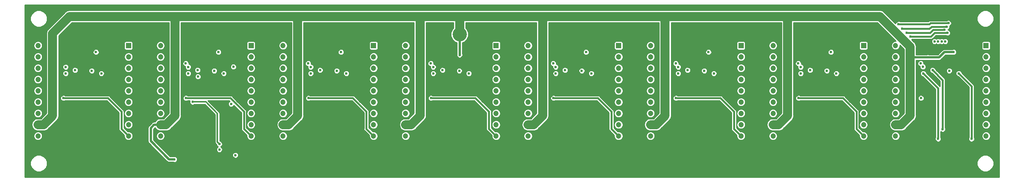
<source format=gbr>
G04 #@! TF.GenerationSoftware,KiCad,Pcbnew,(6.0.0-rc1-dev-557-ge985f797c)*
G04 #@! TF.CreationDate,2021-03-05T01:29:39+01:00*
G04 #@! TF.ProjectId,16seg_Module,31367365675F4D6F64756C652E6B6963,1.0*
G04 #@! TF.SameCoordinates,Original*
G04 #@! TF.FileFunction,Copper,L4,Bot,Signal*
G04 #@! TF.FilePolarity,Positive*
%FSLAX46Y46*%
G04 Gerber Fmt 4.6, Leading zero omitted, Abs format (unit mm)*
G04 Created by KiCad (PCBNEW (6.0.0-rc1-dev-557-ge985f797c)) date 03/05/21 01:29:39*
%MOMM*%
%LPD*%
G01*
G04 APERTURE LIST*
G04 #@! TA.AperFunction,ComponentPad*
%ADD10C,1.200000*%
G04 #@! TD*
G04 #@! TA.AperFunction,ComponentPad*
%ADD11R,1.200000X1.200000*%
G04 #@! TD*
G04 #@! TA.AperFunction,ComponentPad*
%ADD12C,3.200000*%
G04 #@! TD*
G04 #@! TA.AperFunction,ViaPad*
%ADD13C,0.600000*%
G04 #@! TD*
G04 #@! TA.AperFunction,Conductor*
%ADD14C,2.000000*%
G04 #@! TD*
G04 #@! TA.AperFunction,Conductor*
%ADD15C,0.500000*%
G04 #@! TD*
G04 #@! TA.AperFunction,Conductor*
%ADD16C,0.400000*%
G04 #@! TD*
G04 #@! TA.AperFunction,Conductor*
%ADD17C,0.300000*%
G04 #@! TD*
G04 #@! TA.AperFunction,Conductor*
%ADD18C,0.254000*%
G04 #@! TD*
G04 APERTURE END LIST*
D10*
G04 #@! TO.P,U14,4*
G04 #@! TO.N,Net-(U14-Pad4)*
X63160000Y-58152304D03*
G04 #@! TO.P,U14,3*
G04 #@! TO.N,Net-(U14-Pad3)*
X63160000Y-55612304D03*
G04 #@! TO.P,U14,2*
G04 #@! TO.N,Net-(U14-Pad2)*
X63160000Y-53072304D03*
D11*
G04 #@! TO.P,U14,1*
G04 #@! TO.N,Net-(U14-Pad1)*
X63160000Y-50532304D03*
D10*
G04 #@! TO.P,U14,18*
G04 #@! TO.N,Net-(U14-Pad18)*
X42840000Y-50532304D03*
G04 #@! TO.P,U14,17*
G04 #@! TO.N,Net-(U14-Pad17)*
X42840000Y-53072304D03*
G04 #@! TO.P,U14,16*
G04 #@! TO.N,Net-(U14-Pad16)*
X42840000Y-55612304D03*
G04 #@! TO.P,U14,15*
G04 #@! TO.N,Net-(U14-Pad15)*
X42840000Y-58152304D03*
G04 #@! TO.P,U14,14*
G04 #@! TO.N,Net-(U14-Pad14)*
X42840000Y-60692304D03*
G04 #@! TO.P,U14,13*
G04 #@! TO.N,Net-(U14-Pad13)*
X42840000Y-63232304D03*
G04 #@! TO.P,U14,12*
G04 #@! TO.N,Net-(U10-Pad12)*
X42840000Y-65772304D03*
G04 #@! TO.P,U14,11*
G04 #@! TO.N,+5V*
X42840000Y-68312304D03*
G04 #@! TO.P,U14,10*
G04 #@! TO.N,Net-(U14-Pad10)*
X42840000Y-70852304D03*
G04 #@! TO.P,U14,9*
G04 #@! TO.N,Net-(U14-Pad9)*
X63160000Y-70852304D03*
G04 #@! TO.P,U14,8*
G04 #@! TO.N,Net-(U14-Pad8)*
X63160000Y-68312304D03*
G04 #@! TO.P,U14,7*
G04 #@! TO.N,Net-(U14-Pad7)*
X63160000Y-65772304D03*
G04 #@! TO.P,U14,6*
G04 #@! TO.N,Net-(U14-Pad6)*
X63160000Y-63232304D03*
G04 #@! TO.P,U14,5*
G04 #@! TO.N,Net-(U14-Pad5)*
X63160000Y-60692304D03*
G04 #@! TD*
G04 #@! TO.P,U13,4*
G04 #@! TO.N,Net-(U13-Pad4)*
X90660000Y-58152304D03*
G04 #@! TO.P,U13,3*
G04 #@! TO.N,Net-(U13-Pad3)*
X90660000Y-55612304D03*
G04 #@! TO.P,U13,2*
G04 #@! TO.N,Net-(U13-Pad2)*
X90660000Y-53072304D03*
D11*
G04 #@! TO.P,U13,1*
G04 #@! TO.N,Net-(U13-Pad1)*
X90660000Y-50532304D03*
D10*
G04 #@! TO.P,U13,18*
G04 #@! TO.N,Net-(U13-Pad18)*
X70340000Y-50532304D03*
G04 #@! TO.P,U13,17*
G04 #@! TO.N,Net-(U13-Pad17)*
X70340000Y-53072304D03*
G04 #@! TO.P,U13,16*
G04 #@! TO.N,Net-(U13-Pad16)*
X70340000Y-55612304D03*
G04 #@! TO.P,U13,15*
G04 #@! TO.N,Net-(U13-Pad15)*
X70340000Y-58152304D03*
G04 #@! TO.P,U13,14*
G04 #@! TO.N,Net-(U13-Pad14)*
X70340000Y-60692304D03*
G04 #@! TO.P,U13,13*
G04 #@! TO.N,Net-(U13-Pad13)*
X70340000Y-63232304D03*
G04 #@! TO.P,U13,12*
G04 #@! TO.N,Net-(U10-Pad11)*
X70340000Y-65772304D03*
G04 #@! TO.P,U13,11*
G04 #@! TO.N,+5V*
X70340000Y-68312304D03*
G04 #@! TO.P,U13,10*
G04 #@! TO.N,Net-(U13-Pad10)*
X70340000Y-70852304D03*
G04 #@! TO.P,U13,9*
G04 #@! TO.N,Net-(U13-Pad9)*
X90660000Y-70852304D03*
G04 #@! TO.P,U13,8*
G04 #@! TO.N,Net-(U13-Pad8)*
X90660000Y-68312304D03*
G04 #@! TO.P,U13,7*
G04 #@! TO.N,Net-(U13-Pad7)*
X90660000Y-65772304D03*
G04 #@! TO.P,U13,6*
G04 #@! TO.N,Net-(U13-Pad6)*
X90660000Y-63232304D03*
G04 #@! TO.P,U13,5*
G04 #@! TO.N,Net-(U13-Pad5)*
X90660000Y-60692304D03*
G04 #@! TD*
G04 #@! TO.P,U12,4*
G04 #@! TO.N,Net-(U12-Pad4)*
X118160000Y-58152304D03*
G04 #@! TO.P,U12,3*
G04 #@! TO.N,Net-(U12-Pad3)*
X118160000Y-55612304D03*
G04 #@! TO.P,U12,2*
G04 #@! TO.N,Net-(U12-Pad2)*
X118160000Y-53072304D03*
D11*
G04 #@! TO.P,U12,1*
G04 #@! TO.N,Net-(U12-Pad1)*
X118160000Y-50532304D03*
D10*
G04 #@! TO.P,U12,18*
G04 #@! TO.N,Net-(U12-Pad18)*
X97840000Y-50532304D03*
G04 #@! TO.P,U12,17*
G04 #@! TO.N,Net-(U12-Pad17)*
X97840000Y-53072304D03*
G04 #@! TO.P,U12,16*
G04 #@! TO.N,Net-(U12-Pad16)*
X97840000Y-55612304D03*
G04 #@! TO.P,U12,15*
G04 #@! TO.N,Net-(U12-Pad15)*
X97840000Y-58152304D03*
G04 #@! TO.P,U12,14*
G04 #@! TO.N,Net-(U12-Pad14)*
X97840000Y-60692304D03*
G04 #@! TO.P,U12,13*
G04 #@! TO.N,Net-(U12-Pad13)*
X97840000Y-63232304D03*
G04 #@! TO.P,U12,12*
G04 #@! TO.N,Net-(U10-Pad10)*
X97840000Y-65772304D03*
G04 #@! TO.P,U12,11*
G04 #@! TO.N,+5V*
X97840000Y-68312304D03*
G04 #@! TO.P,U12,10*
G04 #@! TO.N,Net-(U12-Pad10)*
X97840000Y-70852304D03*
G04 #@! TO.P,U12,9*
G04 #@! TO.N,Net-(U12-Pad9)*
X118160000Y-70852304D03*
G04 #@! TO.P,U12,8*
G04 #@! TO.N,Net-(U12-Pad8)*
X118160000Y-68312304D03*
G04 #@! TO.P,U12,7*
G04 #@! TO.N,Net-(U12-Pad7)*
X118160000Y-65772304D03*
G04 #@! TO.P,U12,6*
G04 #@! TO.N,Net-(U12-Pad6)*
X118160000Y-63232304D03*
G04 #@! TO.P,U12,5*
G04 #@! TO.N,Net-(U12-Pad5)*
X118160000Y-60692304D03*
G04 #@! TD*
G04 #@! TO.P,U11,4*
G04 #@! TO.N,Net-(U11-Pad4)*
X145660000Y-58152304D03*
G04 #@! TO.P,U11,3*
G04 #@! TO.N,Net-(U11-Pad3)*
X145660000Y-55612304D03*
G04 #@! TO.P,U11,2*
G04 #@! TO.N,Net-(U11-Pad2)*
X145660000Y-53072304D03*
D11*
G04 #@! TO.P,U11,1*
G04 #@! TO.N,Net-(U11-Pad1)*
X145660000Y-50532304D03*
D10*
G04 #@! TO.P,U11,18*
G04 #@! TO.N,Net-(U11-Pad18)*
X125340000Y-50532304D03*
G04 #@! TO.P,U11,17*
G04 #@! TO.N,Net-(U11-Pad17)*
X125340000Y-53072304D03*
G04 #@! TO.P,U11,16*
G04 #@! TO.N,Net-(U11-Pad16)*
X125340000Y-55612304D03*
G04 #@! TO.P,U11,15*
G04 #@! TO.N,Net-(U11-Pad15)*
X125340000Y-58152304D03*
G04 #@! TO.P,U11,14*
G04 #@! TO.N,Net-(U11-Pad14)*
X125340000Y-60692304D03*
G04 #@! TO.P,U11,13*
G04 #@! TO.N,Net-(U11-Pad13)*
X125340000Y-63232304D03*
G04 #@! TO.P,U11,12*
G04 #@! TO.N,Net-(U10-Pad9)*
X125340000Y-65772304D03*
G04 #@! TO.P,U11,11*
G04 #@! TO.N,+5V*
X125340000Y-68312304D03*
G04 #@! TO.P,U11,10*
G04 #@! TO.N,Net-(U11-Pad10)*
X125340000Y-70852304D03*
G04 #@! TO.P,U11,9*
G04 #@! TO.N,Net-(U11-Pad9)*
X145660000Y-70852304D03*
G04 #@! TO.P,U11,8*
G04 #@! TO.N,Net-(U11-Pad8)*
X145660000Y-68312304D03*
G04 #@! TO.P,U11,7*
G04 #@! TO.N,Net-(U11-Pad7)*
X145660000Y-65772304D03*
G04 #@! TO.P,U11,6*
G04 #@! TO.N,Net-(U11-Pad6)*
X145660000Y-63232304D03*
G04 #@! TO.P,U11,5*
G04 #@! TO.N,Net-(U11-Pad5)*
X145660000Y-60692304D03*
G04 #@! TD*
G04 #@! TO.P,U4,4*
G04 #@! TO.N,Net-(U4-Pad4)*
X173160000Y-58152304D03*
G04 #@! TO.P,U4,3*
G04 #@! TO.N,Net-(U4-Pad3)*
X173160000Y-55612304D03*
G04 #@! TO.P,U4,2*
G04 #@! TO.N,Net-(U4-Pad2)*
X173160000Y-53072304D03*
D11*
G04 #@! TO.P,U4,1*
G04 #@! TO.N,Net-(U4-Pad1)*
X173160000Y-50532304D03*
D10*
G04 #@! TO.P,U4,18*
G04 #@! TO.N,Net-(U4-Pad18)*
X152840000Y-50532304D03*
G04 #@! TO.P,U4,17*
G04 #@! TO.N,Net-(U4-Pad17)*
X152840000Y-53072304D03*
G04 #@! TO.P,U4,16*
G04 #@! TO.N,Net-(U4-Pad16)*
X152840000Y-55612304D03*
G04 #@! TO.P,U4,15*
G04 #@! TO.N,Net-(U4-Pad15)*
X152840000Y-58152304D03*
G04 #@! TO.P,U4,14*
G04 #@! TO.N,Net-(U4-Pad14)*
X152840000Y-60692304D03*
G04 #@! TO.P,U4,13*
G04 #@! TO.N,Net-(U4-Pad13)*
X152840000Y-63232304D03*
G04 #@! TO.P,U4,12*
G04 #@! TO.N,Net-(U10-Pad8)*
X152840000Y-65772304D03*
G04 #@! TO.P,U4,11*
G04 #@! TO.N,+5V*
X152840000Y-68312304D03*
G04 #@! TO.P,U4,10*
G04 #@! TO.N,Net-(U4-Pad10)*
X152840000Y-70852304D03*
G04 #@! TO.P,U4,9*
G04 #@! TO.N,Net-(U4-Pad9)*
X173160000Y-70852304D03*
G04 #@! TO.P,U4,8*
G04 #@! TO.N,Net-(U4-Pad8)*
X173160000Y-68312304D03*
G04 #@! TO.P,U4,7*
G04 #@! TO.N,Net-(U4-Pad7)*
X173160000Y-65772304D03*
G04 #@! TO.P,U4,6*
G04 #@! TO.N,Net-(U4-Pad6)*
X173160000Y-63232304D03*
G04 #@! TO.P,U4,5*
G04 #@! TO.N,Net-(U4-Pad5)*
X173160000Y-60692304D03*
G04 #@! TD*
G04 #@! TO.P,U3,4*
G04 #@! TO.N,Net-(U3-Pad4)*
X200660000Y-58152304D03*
G04 #@! TO.P,U3,3*
G04 #@! TO.N,Net-(U3-Pad3)*
X200660000Y-55612304D03*
G04 #@! TO.P,U3,2*
G04 #@! TO.N,Net-(U3-Pad2)*
X200660000Y-53072304D03*
D11*
G04 #@! TO.P,U3,1*
G04 #@! TO.N,Net-(U3-Pad1)*
X200660000Y-50532304D03*
D10*
G04 #@! TO.P,U3,18*
G04 #@! TO.N,Net-(U3-Pad18)*
X180340000Y-50532304D03*
G04 #@! TO.P,U3,17*
G04 #@! TO.N,Net-(U3-Pad17)*
X180340000Y-53072304D03*
G04 #@! TO.P,U3,16*
G04 #@! TO.N,Net-(U3-Pad16)*
X180340000Y-55612304D03*
G04 #@! TO.P,U3,15*
G04 #@! TO.N,Net-(U3-Pad15)*
X180340000Y-58152304D03*
G04 #@! TO.P,U3,14*
G04 #@! TO.N,Net-(U3-Pad14)*
X180340000Y-60692304D03*
G04 #@! TO.P,U3,13*
G04 #@! TO.N,Net-(U3-Pad13)*
X180340000Y-63232304D03*
G04 #@! TO.P,U3,12*
G04 #@! TO.N,Net-(U10-Pad7)*
X180340000Y-65772304D03*
G04 #@! TO.P,U3,11*
G04 #@! TO.N,+5V*
X180340000Y-68312304D03*
G04 #@! TO.P,U3,10*
G04 #@! TO.N,Net-(U3-Pad10)*
X180340000Y-70852304D03*
G04 #@! TO.P,U3,9*
G04 #@! TO.N,Net-(U3-Pad9)*
X200660000Y-70852304D03*
G04 #@! TO.P,U3,8*
G04 #@! TO.N,Net-(U3-Pad8)*
X200660000Y-68312304D03*
G04 #@! TO.P,U3,7*
G04 #@! TO.N,Net-(U3-Pad7)*
X200660000Y-65772304D03*
G04 #@! TO.P,U3,6*
G04 #@! TO.N,Net-(U3-Pad6)*
X200660000Y-63232304D03*
G04 #@! TO.P,U3,5*
G04 #@! TO.N,Net-(U3-Pad5)*
X200660000Y-60692304D03*
G04 #@! TD*
G04 #@! TO.P,U2,4*
G04 #@! TO.N,Net-(U2-Pad4)*
X228160000Y-58152304D03*
G04 #@! TO.P,U2,3*
G04 #@! TO.N,Net-(U2-Pad3)*
X228160000Y-55612304D03*
G04 #@! TO.P,U2,2*
G04 #@! TO.N,Net-(U2-Pad2)*
X228160000Y-53072304D03*
D11*
G04 #@! TO.P,U2,1*
G04 #@! TO.N,Net-(U2-Pad1)*
X228160000Y-50532304D03*
D10*
G04 #@! TO.P,U2,18*
G04 #@! TO.N,Net-(U2-Pad18)*
X207840000Y-50532304D03*
G04 #@! TO.P,U2,17*
G04 #@! TO.N,Net-(U2-Pad17)*
X207840000Y-53072304D03*
G04 #@! TO.P,U2,16*
G04 #@! TO.N,Net-(U2-Pad16)*
X207840000Y-55612304D03*
G04 #@! TO.P,U2,15*
G04 #@! TO.N,Net-(U2-Pad15)*
X207840000Y-58152304D03*
G04 #@! TO.P,U2,14*
G04 #@! TO.N,Net-(U2-Pad14)*
X207840000Y-60692304D03*
G04 #@! TO.P,U2,13*
G04 #@! TO.N,Net-(U2-Pad13)*
X207840000Y-63232304D03*
G04 #@! TO.P,U2,12*
G04 #@! TO.N,Net-(U10-Pad6)*
X207840000Y-65772304D03*
G04 #@! TO.P,U2,11*
G04 #@! TO.N,+5V*
X207840000Y-68312304D03*
G04 #@! TO.P,U2,10*
G04 #@! TO.N,Net-(U2-Pad10)*
X207840000Y-70852304D03*
G04 #@! TO.P,U2,9*
G04 #@! TO.N,Net-(U2-Pad9)*
X228160000Y-70852304D03*
G04 #@! TO.P,U2,8*
G04 #@! TO.N,Net-(U2-Pad8)*
X228160000Y-68312304D03*
G04 #@! TO.P,U2,7*
G04 #@! TO.N,Net-(U2-Pad7)*
X228160000Y-65772304D03*
G04 #@! TO.P,U2,6*
G04 #@! TO.N,Net-(U2-Pad6)*
X228160000Y-63232304D03*
G04 #@! TO.P,U2,5*
G04 #@! TO.N,Net-(U2-Pad5)*
X228160000Y-60692304D03*
G04 #@! TD*
G04 #@! TO.P,U1,4*
G04 #@! TO.N,Net-(U1-Pad4)*
X255660000Y-58152304D03*
G04 #@! TO.P,U1,3*
G04 #@! TO.N,Net-(U1-Pad3)*
X255660000Y-55612304D03*
G04 #@! TO.P,U1,2*
G04 #@! TO.N,Net-(U1-Pad2)*
X255660000Y-53072304D03*
D11*
G04 #@! TO.P,U1,1*
G04 #@! TO.N,Net-(U1-Pad1)*
X255660000Y-50532304D03*
D10*
G04 #@! TO.P,U1,18*
G04 #@! TO.N,Net-(U1-Pad18)*
X235340000Y-50532304D03*
G04 #@! TO.P,U1,17*
G04 #@! TO.N,Net-(U1-Pad17)*
X235340000Y-53072304D03*
G04 #@! TO.P,U1,16*
G04 #@! TO.N,Net-(U1-Pad16)*
X235340000Y-55612304D03*
G04 #@! TO.P,U1,15*
G04 #@! TO.N,Net-(U1-Pad15)*
X235340000Y-58152304D03*
G04 #@! TO.P,U1,14*
G04 #@! TO.N,Net-(U1-Pad14)*
X235340000Y-60692304D03*
G04 #@! TO.P,U1,13*
G04 #@! TO.N,Net-(U1-Pad13)*
X235340000Y-63232304D03*
G04 #@! TO.P,U1,12*
G04 #@! TO.N,Net-(U1-Pad12)*
X235340000Y-65772304D03*
G04 #@! TO.P,U1,11*
G04 #@! TO.N,+5V*
X235340000Y-68312304D03*
G04 #@! TO.P,U1,10*
G04 #@! TO.N,Net-(U1-Pad10)*
X235340000Y-70852304D03*
G04 #@! TO.P,U1,9*
G04 #@! TO.N,Net-(U1-Pad9)*
X255660000Y-70852304D03*
G04 #@! TO.P,U1,8*
G04 #@! TO.N,Net-(U1-Pad8)*
X255660000Y-68312304D03*
G04 #@! TO.P,U1,7*
G04 #@! TO.N,Net-(U1-Pad7)*
X255660000Y-65772304D03*
G04 #@! TO.P,U1,6*
G04 #@! TO.N,Net-(U1-Pad6)*
X255660000Y-63232304D03*
G04 #@! TO.P,U1,5*
G04 #@! TO.N,Net-(U1-Pad5)*
X255660000Y-60692304D03*
G04 #@! TD*
D12*
G04 #@! TO.P,J1,1*
G04 #@! TO.N,+5V*
X137480000Y-48000000D03*
G04 #@! TO.P,J1,2*
G04 #@! TO.N,GND*
X133520000Y-48000000D03*
G04 #@! TD*
D13*
G04 #@! TO.N,GND*
X141450000Y-52450000D03*
X140950000Y-56000000D03*
X51250000Y-57500000D03*
X51250000Y-58200000D03*
X51250000Y-58900000D03*
X51250000Y-59600000D03*
X51250000Y-60300000D03*
X51250000Y-61000000D03*
X54750000Y-59600000D03*
X54750000Y-60300000D03*
X54750000Y-61000000D03*
X54750000Y-58900000D03*
X54750000Y-58200000D03*
G04 #@! TO.N,/~OE*
X78750000Y-57500000D03*
G04 #@! TO.N,GND*
X78750000Y-60300000D03*
X78750000Y-61000000D03*
X78750000Y-58500000D03*
X82250000Y-59600000D03*
X82250000Y-58900000D03*
X82250000Y-60300000D03*
X82250000Y-61000000D03*
X82250000Y-58200000D03*
X109750000Y-61000000D03*
X109750000Y-59600000D03*
X106250000Y-61000000D03*
X109750000Y-58900000D03*
X109750000Y-60300000D03*
X109750000Y-58200000D03*
X106250000Y-60300000D03*
X106250000Y-58900000D03*
X106250000Y-59600000D03*
X106250000Y-58200000D03*
X137250000Y-61000000D03*
X133750000Y-60300000D03*
X137250000Y-58900000D03*
X137250000Y-59600000D03*
X137250000Y-58200000D03*
X137250000Y-60300000D03*
X133750000Y-61000000D03*
X133750000Y-58900000D03*
X133750000Y-58200000D03*
X133750000Y-59600000D03*
X164750000Y-58900000D03*
X164750000Y-58200000D03*
X161250000Y-61000000D03*
X161250000Y-59600000D03*
X164750000Y-60300000D03*
X161250000Y-60300000D03*
X161250000Y-58200000D03*
X164750000Y-59600000D03*
X164750000Y-61000000D03*
X161250000Y-58900000D03*
X188750000Y-61000000D03*
X188750000Y-58200000D03*
X192250000Y-58900000D03*
X192250000Y-59600000D03*
X188750000Y-58900000D03*
X192250000Y-60300000D03*
X188750000Y-60300000D03*
X192250000Y-61000000D03*
X188750000Y-59600000D03*
X192250000Y-58200000D03*
X216250000Y-61000000D03*
X219750000Y-58900000D03*
X219750000Y-59600000D03*
X216250000Y-58900000D03*
X219750000Y-60300000D03*
X216250000Y-60300000D03*
X219750000Y-61000000D03*
X216250000Y-58200000D03*
X219750000Y-58200000D03*
X216250000Y-59600000D03*
X243750000Y-60300000D03*
X247250000Y-60300000D03*
X247250000Y-58900000D03*
X247250000Y-61000000D03*
X247250000Y-59600000D03*
X243750000Y-61000000D03*
X247250000Y-58200000D03*
G04 #@! TO.N,+5V*
X211100000Y-53200000D03*
X183600000Y-53200000D03*
X156100000Y-53200000D03*
X101100000Y-53200000D03*
X73600000Y-53200000D03*
X46100000Y-53200000D03*
X137480000Y-52630000D03*
X248350000Y-52000000D03*
X242550000Y-53200000D03*
X220850000Y-52000000D03*
X193350000Y-52000000D03*
X165850000Y-52000000D03*
X110850000Y-52000000D03*
X83350000Y-52000000D03*
X55850000Y-52000000D03*
X73450000Y-76100000D03*
G04 #@! TO.N,Net-(U1-Pad12)*
X247000000Y-47700000D03*
X238650000Y-48550000D03*
G04 #@! TO.N,Net-(U1-Pad9)*
X241050000Y-62350000D03*
G04 #@! TO.N,/~OE*
X244900000Y-49600000D03*
X249550000Y-56800000D03*
X222050000Y-56800000D03*
X194550000Y-56800000D03*
X167050000Y-56800000D03*
X139550000Y-56800000D03*
X112050000Y-56800000D03*
X84550000Y-56800000D03*
X57050000Y-56800000D03*
X252400000Y-71500000D03*
X87150000Y-75150000D03*
G04 #@! TO.N,/LE*
X241550000Y-56800000D03*
X246500000Y-49600000D03*
X214050000Y-56800000D03*
X186550000Y-56800000D03*
X159050000Y-56800000D03*
X131550000Y-56800000D03*
X104050000Y-56800000D03*
X76550000Y-56800000D03*
X49050000Y-56800000D03*
X244900000Y-71500000D03*
X86700000Y-55300000D03*
X86200000Y-63650000D03*
G04 #@! TO.N,/CLK*
X243650000Y-56050000D03*
X245700000Y-49600000D03*
X216150000Y-56050000D03*
X188650000Y-56050000D03*
X161150000Y-56050000D03*
X133650000Y-56050000D03*
X106150000Y-56050000D03*
X78650000Y-56050000D03*
X51150000Y-56050000D03*
X245900000Y-69300000D03*
X77550000Y-63200000D03*
X83550000Y-72650000D03*
G04 #@! TO.N,Net-(U10-Pad6)*
X246350000Y-47000000D03*
X237850000Y-47700000D03*
G04 #@! TO.N,Net-(U2-Pad9)*
X213550000Y-62350000D03*
G04 #@! TO.N,Net-(U10-Pad7)*
X246850000Y-46300000D03*
X236800000Y-46750000D03*
G04 #@! TO.N,Net-(U3-Pad9)*
X186050000Y-62350000D03*
G04 #@! TO.N,Net-(U10-Pad8)*
X236000000Y-45750000D03*
X247200000Y-45500000D03*
G04 #@! TO.N,Net-(U4-Pad9)*
X158550000Y-62350000D03*
G04 #@! TO.N,Net-(U10-Pad14)*
X244100000Y-49600000D03*
X241500000Y-55300000D03*
G04 #@! TO.N,Net-(U5-Pad22)*
X247400000Y-56200000D03*
X241000000Y-54550000D03*
X214050000Y-55350000D03*
G04 #@! TO.N,Net-(U6-Pad22)*
X186550000Y-55350000D03*
X213500000Y-54550000D03*
X219900000Y-56200000D03*
G04 #@! TO.N,Net-(U7-Pad22)*
X192400000Y-56200000D03*
X159050000Y-55350000D03*
X186000000Y-54550000D03*
G04 #@! TO.N,Net-(U15-Pad2)*
X164900000Y-56200000D03*
X131550000Y-55350000D03*
X158500000Y-54550000D03*
G04 #@! TO.N,Net-(U11-Pad9)*
X131050000Y-62350000D03*
G04 #@! TO.N,Net-(U12-Pad9)*
X103550000Y-62350000D03*
G04 #@! TO.N,Net-(U13-Pad9)*
X76050000Y-62350000D03*
G04 #@! TO.N,Net-(U14-Pad9)*
X48550000Y-62350000D03*
G04 #@! TO.N,Net-(U15-Pad22)*
X137400000Y-56200000D03*
X104050000Y-55350000D03*
X131000000Y-54550000D03*
G04 #@! TO.N,Net-(U16-Pad22)*
X109900000Y-56200000D03*
X76550000Y-55350000D03*
X103500000Y-54550000D03*
G04 #@! TO.N,Net-(U17-Pad22)*
X82400000Y-56200000D03*
X49050000Y-55350000D03*
X76000000Y-54550000D03*
G04 #@! TO.N,Net-(U18-Pad22)*
X54900000Y-56200000D03*
X83550000Y-73900000D03*
G04 #@! TD*
D14*
G04 #@! TO.N,+5V*
X42840000Y-68312304D02*
X44087696Y-68312304D01*
X44087696Y-68312304D02*
X46100000Y-66300000D01*
X71587696Y-68312304D02*
X73600000Y-66300000D01*
X70340000Y-68312304D02*
X71587696Y-68312304D01*
X99087696Y-68312304D02*
X101100000Y-66300000D01*
X97840000Y-68312304D02*
X99087696Y-68312304D01*
X126587696Y-68312304D02*
X128600000Y-66300000D01*
X125340000Y-68312304D02*
X126587696Y-68312304D01*
X154087696Y-68312304D02*
X156100000Y-66300000D01*
X152840000Y-68312304D02*
X154087696Y-68312304D01*
X181587696Y-68312304D02*
X183600000Y-66300000D01*
X180340000Y-68312304D02*
X181587696Y-68312304D01*
X207840000Y-68312304D02*
X209087696Y-68312304D01*
X209087696Y-68312304D02*
X211100000Y-66300000D01*
X235340000Y-68312304D02*
X236587696Y-68312304D01*
X236587696Y-68312304D02*
X238600000Y-66300000D01*
X46100000Y-66300000D02*
X46100000Y-47800000D01*
X46100000Y-47800000D02*
X49900000Y-44000000D01*
X137480000Y-44080000D02*
X137400000Y-44000000D01*
X137480000Y-48000000D02*
X137480000Y-44080000D01*
X73600000Y-66300000D02*
X73600000Y-44000000D01*
X49900000Y-44000000D02*
X73600000Y-44000000D01*
X101100000Y-66300000D02*
X101100000Y-44000000D01*
X73600000Y-44000000D02*
X101100000Y-44000000D01*
X128600000Y-44100000D02*
X128500000Y-44000000D01*
X101100000Y-44000000D02*
X128500000Y-44000000D01*
X128500000Y-44000000D02*
X137400000Y-44000000D01*
X156100000Y-66300000D02*
X156100000Y-44000000D01*
X137400000Y-44000000D02*
X156100000Y-44000000D01*
X183600000Y-66300000D02*
X183600000Y-44000000D01*
X156100000Y-44000000D02*
X183600000Y-44000000D01*
X211100000Y-66300000D02*
X211100000Y-44000000D01*
X183600000Y-44000000D02*
X211100000Y-44000000D01*
X238600000Y-66300000D02*
X238600000Y-53200000D01*
X128600000Y-66300000D02*
X128600000Y-44100000D01*
X211100000Y-44000000D02*
X231800000Y-44000000D01*
X238600000Y-50800000D02*
X238600000Y-53200000D01*
X231800000Y-44000000D02*
X238600000Y-50800000D01*
D15*
X137480000Y-48000000D02*
X137480000Y-52630000D01*
X248350000Y-52000000D02*
X246300000Y-52000000D01*
X246300000Y-52000000D02*
X245100000Y-53200000D01*
X245100000Y-53200000D02*
X242550000Y-53200000D01*
X242550000Y-53200000D02*
X238600000Y-53200000D01*
X70340000Y-68312304D02*
X68887696Y-68312304D01*
X68887696Y-68312304D02*
X68150000Y-69050000D01*
X68150000Y-69050000D02*
X68150000Y-72000000D01*
X68150000Y-72000000D02*
X72250000Y-76100000D01*
X72250000Y-76100000D02*
X73450000Y-76100000D01*
D16*
G04 #@! TO.N,Net-(U1-Pad12)*
X244150000Y-47700000D02*
X247000000Y-47700000D01*
X238650000Y-48550000D02*
X243300000Y-48550000D01*
X243300000Y-48550000D02*
X244150000Y-47700000D01*
G04 #@! TO.N,/~OE*
X252400000Y-59650000D02*
X249550000Y-56800000D01*
X252400000Y-71500000D02*
X252400000Y-59650000D01*
G04 #@! TO.N,/LE*
X244900000Y-60150000D02*
X241550000Y-56800000D01*
X244900000Y-71500000D02*
X244900000Y-60150000D01*
G04 #@! TO.N,/CLK*
X245900000Y-58300000D02*
X243650000Y-56050000D01*
X245900000Y-69300000D02*
X245900000Y-58300000D01*
D17*
X77550000Y-63200000D02*
X80500000Y-63200000D01*
X80500000Y-63200000D02*
X83100000Y-65800000D01*
X83100000Y-65800000D02*
X83100000Y-72000000D01*
X83100000Y-72000000D02*
X83100000Y-72200000D01*
X83100000Y-72200000D02*
X83550000Y-72650000D01*
D16*
G04 #@! TO.N,Net-(U10-Pad6)*
X237850000Y-47700000D02*
X243100000Y-47700000D01*
X243100000Y-47700000D02*
X243800000Y-47000000D01*
X243800000Y-47000000D02*
X246350000Y-47000000D01*
G04 #@! TO.N,Net-(U2-Pad9)*
X226550000Y-65400000D02*
X226550000Y-69242304D01*
X223500000Y-62350000D02*
X226550000Y-65400000D01*
X213550000Y-62350000D02*
X223500000Y-62350000D01*
X226550000Y-69242304D02*
X228160000Y-70852304D01*
G04 #@! TO.N,Net-(U10-Pad7)*
X243400000Y-46300000D02*
X246850000Y-46300000D01*
X242950000Y-46750000D02*
X243400000Y-46300000D01*
X236800000Y-46750000D02*
X242950000Y-46750000D01*
G04 #@! TO.N,Net-(U3-Pad9)*
X199050000Y-65400000D02*
X199050000Y-69242304D01*
X199050000Y-69242304D02*
X200660000Y-70852304D01*
X186050000Y-62350000D02*
X196000000Y-62350000D01*
X196000000Y-62350000D02*
X199050000Y-65400000D01*
G04 #@! TO.N,Net-(U10-Pad8)*
X242900000Y-45750000D02*
X236000000Y-45750000D01*
X243150000Y-45500000D02*
X242900000Y-45750000D01*
X247200000Y-45500000D02*
X243150000Y-45500000D01*
G04 #@! TO.N,Net-(U4-Pad9)*
X171550000Y-65400000D02*
X171550000Y-69242304D01*
X171550000Y-69242304D02*
X173160000Y-70852304D01*
X158550000Y-62350000D02*
X168500000Y-62350000D01*
X168500000Y-62350000D02*
X171550000Y-65400000D01*
G04 #@! TO.N,Net-(U11-Pad9)*
X144050000Y-65400000D02*
X144050000Y-69242304D01*
X144050000Y-69242304D02*
X145660000Y-70852304D01*
X131050000Y-62350000D02*
X141000000Y-62350000D01*
X141000000Y-62350000D02*
X144050000Y-65400000D01*
G04 #@! TO.N,Net-(U12-Pad9)*
X116550000Y-65400000D02*
X116550000Y-69242304D01*
X116550000Y-69242304D02*
X118160000Y-70852304D01*
X103550000Y-62350000D02*
X113500000Y-62350000D01*
X113500000Y-62350000D02*
X116550000Y-65400000D01*
G04 #@! TO.N,Net-(U13-Pad9)*
X89050000Y-65400000D02*
X89050000Y-69242304D01*
X89050000Y-69242304D02*
X90660000Y-70852304D01*
X76050000Y-62350000D02*
X86000000Y-62350000D01*
X86000000Y-62350000D02*
X89050000Y-65400000D01*
G04 #@! TO.N,Net-(U14-Pad9)*
X48550000Y-62350000D02*
X58500000Y-62350000D01*
X58500000Y-62350000D02*
X61550000Y-65400000D01*
X61550000Y-69242304D02*
X63160000Y-70852304D01*
X61550000Y-65400000D02*
X61550000Y-69242304D01*
G04 #@! TD*
D18*
G04 #@! TO.N,GND*
G36*
X258594001Y-80094000D02*
X39906000Y-80094000D01*
X39906000Y-76625846D01*
X41119000Y-76625846D01*
X41119000Y-77374154D01*
X41405365Y-78065501D01*
X41934499Y-78594635D01*
X42625846Y-78881000D01*
X43374154Y-78881000D01*
X44065501Y-78594635D01*
X44594635Y-78065501D01*
X44881000Y-77374154D01*
X44881000Y-76625846D01*
X44594635Y-75934499D01*
X44065501Y-75405365D01*
X43374154Y-75119000D01*
X42625846Y-75119000D01*
X41934499Y-75405365D01*
X41405365Y-75934499D01*
X41119000Y-76625846D01*
X39906000Y-76625846D01*
X39906000Y-70657171D01*
X41859000Y-70657171D01*
X41859000Y-71047437D01*
X42008348Y-71407996D01*
X42284308Y-71683956D01*
X42644867Y-71833304D01*
X43035133Y-71833304D01*
X43395692Y-71683956D01*
X43671652Y-71407996D01*
X43821000Y-71047437D01*
X43821000Y-70657171D01*
X43671652Y-70296612D01*
X43395692Y-70020652D01*
X43035133Y-69871304D01*
X42644867Y-69871304D01*
X42284308Y-70020652D01*
X42008348Y-70296612D01*
X41859000Y-70657171D01*
X39906000Y-70657171D01*
X39906000Y-68312304D01*
X41431945Y-68312304D01*
X41539127Y-68851143D01*
X41844355Y-69307949D01*
X42301161Y-69613177D01*
X42703986Y-69693304D01*
X43951687Y-69693304D01*
X44087696Y-69720358D01*
X44223705Y-69693304D01*
X44223710Y-69693304D01*
X44626535Y-69613177D01*
X45083341Y-69307949D01*
X45160388Y-69192640D01*
X46980341Y-67372688D01*
X47095644Y-67295645D01*
X47172688Y-67180341D01*
X47172691Y-67180338D01*
X47400873Y-66838840D01*
X47447594Y-66603956D01*
X47481000Y-66436014D01*
X47481000Y-66436011D01*
X47508054Y-66300000D01*
X47481000Y-66163989D01*
X47481000Y-62214541D01*
X47869000Y-62214541D01*
X47869000Y-62485459D01*
X47972676Y-62735756D01*
X48164244Y-62927324D01*
X48414541Y-63031000D01*
X48685459Y-63031000D01*
X48926881Y-62931000D01*
X58259343Y-62931000D01*
X60969000Y-65640658D01*
X60969001Y-69185081D01*
X60957619Y-69242304D01*
X61002710Y-69468998D01*
X61098709Y-69612670D01*
X61098711Y-69612672D01*
X61131124Y-69661181D01*
X61179633Y-69693594D01*
X62179000Y-70692962D01*
X62179000Y-71047437D01*
X62328348Y-71407996D01*
X62604308Y-71683956D01*
X62964867Y-71833304D01*
X63355133Y-71833304D01*
X63715692Y-71683956D01*
X63991652Y-71407996D01*
X64141000Y-71047437D01*
X64141000Y-70657171D01*
X63991652Y-70296612D01*
X63715692Y-70020652D01*
X63355133Y-69871304D01*
X63000658Y-69871304D01*
X62131000Y-69001647D01*
X62131000Y-68117171D01*
X62179000Y-68117171D01*
X62179000Y-68507437D01*
X62328348Y-68867996D01*
X62604308Y-69143956D01*
X62964867Y-69293304D01*
X63355133Y-69293304D01*
X63715692Y-69143956D01*
X63991652Y-68867996D01*
X64141000Y-68507437D01*
X64141000Y-68117171D01*
X63991652Y-67756612D01*
X63715692Y-67480652D01*
X63355133Y-67331304D01*
X62964867Y-67331304D01*
X62604308Y-67480652D01*
X62328348Y-67756612D01*
X62179000Y-68117171D01*
X62131000Y-68117171D01*
X62131000Y-65577171D01*
X62179000Y-65577171D01*
X62179000Y-65967437D01*
X62328348Y-66327996D01*
X62604308Y-66603956D01*
X62964867Y-66753304D01*
X63355133Y-66753304D01*
X63715692Y-66603956D01*
X63991652Y-66327996D01*
X64141000Y-65967437D01*
X64141000Y-65577171D01*
X69359000Y-65577171D01*
X69359000Y-65967437D01*
X69508348Y-66327996D01*
X69784308Y-66603956D01*
X70144867Y-66753304D01*
X70535133Y-66753304D01*
X70895692Y-66603956D01*
X71171652Y-66327996D01*
X71321000Y-65967437D01*
X71321000Y-65577171D01*
X71171652Y-65216612D01*
X70895692Y-64940652D01*
X70535133Y-64791304D01*
X70144867Y-64791304D01*
X69784308Y-64940652D01*
X69508348Y-65216612D01*
X69359000Y-65577171D01*
X64141000Y-65577171D01*
X63991652Y-65216612D01*
X63715692Y-64940652D01*
X63355133Y-64791304D01*
X62964867Y-64791304D01*
X62604308Y-64940652D01*
X62328348Y-65216612D01*
X62179000Y-65577171D01*
X62131000Y-65577171D01*
X62131000Y-65457216D01*
X62142381Y-65399999D01*
X62131000Y-65342782D01*
X62131000Y-65342778D01*
X62097290Y-65173305D01*
X61968877Y-64981123D01*
X61920369Y-64948711D01*
X60008829Y-63037171D01*
X62179000Y-63037171D01*
X62179000Y-63427437D01*
X62328348Y-63787996D01*
X62604308Y-64063956D01*
X62964867Y-64213304D01*
X63355133Y-64213304D01*
X63715692Y-64063956D01*
X63991652Y-63787996D01*
X64141000Y-63427437D01*
X64141000Y-63037171D01*
X69359000Y-63037171D01*
X69359000Y-63427437D01*
X69508348Y-63787996D01*
X69784308Y-64063956D01*
X70144867Y-64213304D01*
X70535133Y-64213304D01*
X70895692Y-64063956D01*
X71171652Y-63787996D01*
X71321000Y-63427437D01*
X71321000Y-63037171D01*
X71171652Y-62676612D01*
X70895692Y-62400652D01*
X70535133Y-62251304D01*
X70144867Y-62251304D01*
X69784308Y-62400652D01*
X69508348Y-62676612D01*
X69359000Y-63037171D01*
X64141000Y-63037171D01*
X63991652Y-62676612D01*
X63715692Y-62400652D01*
X63355133Y-62251304D01*
X62964867Y-62251304D01*
X62604308Y-62400652D01*
X62328348Y-62676612D01*
X62179000Y-63037171D01*
X60008829Y-63037171D01*
X58951292Y-61979635D01*
X58918877Y-61931123D01*
X58726695Y-61802710D01*
X58557222Y-61769000D01*
X58557218Y-61769000D01*
X58500000Y-61757619D01*
X58442782Y-61769000D01*
X48926881Y-61769000D01*
X48685459Y-61669000D01*
X48414541Y-61669000D01*
X48164244Y-61772676D01*
X47972676Y-61964244D01*
X47869000Y-62214541D01*
X47481000Y-62214541D01*
X47481000Y-60497171D01*
X62179000Y-60497171D01*
X62179000Y-60887437D01*
X62328348Y-61247996D01*
X62604308Y-61523956D01*
X62964867Y-61673304D01*
X63355133Y-61673304D01*
X63715692Y-61523956D01*
X63991652Y-61247996D01*
X64141000Y-60887437D01*
X64141000Y-60497171D01*
X69359000Y-60497171D01*
X69359000Y-60887437D01*
X69508348Y-61247996D01*
X69784308Y-61523956D01*
X70144867Y-61673304D01*
X70535133Y-61673304D01*
X70895692Y-61523956D01*
X71171652Y-61247996D01*
X71321000Y-60887437D01*
X71321000Y-60497171D01*
X71171652Y-60136612D01*
X70895692Y-59860652D01*
X70535133Y-59711304D01*
X70144867Y-59711304D01*
X69784308Y-59860652D01*
X69508348Y-60136612D01*
X69359000Y-60497171D01*
X64141000Y-60497171D01*
X63991652Y-60136612D01*
X63715692Y-59860652D01*
X63355133Y-59711304D01*
X62964867Y-59711304D01*
X62604308Y-59860652D01*
X62328348Y-60136612D01*
X62179000Y-60497171D01*
X47481000Y-60497171D01*
X47481000Y-57957171D01*
X62179000Y-57957171D01*
X62179000Y-58347437D01*
X62328348Y-58707996D01*
X62604308Y-58983956D01*
X62964867Y-59133304D01*
X63355133Y-59133304D01*
X63715692Y-58983956D01*
X63991652Y-58707996D01*
X64141000Y-58347437D01*
X64141000Y-57957171D01*
X69359000Y-57957171D01*
X69359000Y-58347437D01*
X69508348Y-58707996D01*
X69784308Y-58983956D01*
X70144867Y-59133304D01*
X70535133Y-59133304D01*
X70895692Y-58983956D01*
X71171652Y-58707996D01*
X71321000Y-58347437D01*
X71321000Y-57957171D01*
X71171652Y-57596612D01*
X70895692Y-57320652D01*
X70535133Y-57171304D01*
X70144867Y-57171304D01*
X69784308Y-57320652D01*
X69508348Y-57596612D01*
X69359000Y-57957171D01*
X64141000Y-57957171D01*
X63991652Y-57596612D01*
X63715692Y-57320652D01*
X63355133Y-57171304D01*
X62964867Y-57171304D01*
X62604308Y-57320652D01*
X62328348Y-57596612D01*
X62179000Y-57957171D01*
X47481000Y-57957171D01*
X47481000Y-56664541D01*
X48369000Y-56664541D01*
X48369000Y-56935459D01*
X48472676Y-57185756D01*
X48664244Y-57377324D01*
X48914541Y-57481000D01*
X49185459Y-57481000D01*
X49435756Y-57377324D01*
X49627324Y-57185756D01*
X49731000Y-56935459D01*
X49731000Y-56664541D01*
X49627324Y-56414244D01*
X49435756Y-56222676D01*
X49185459Y-56119000D01*
X48914541Y-56119000D01*
X48664244Y-56222676D01*
X48472676Y-56414244D01*
X48369000Y-56664541D01*
X47481000Y-56664541D01*
X47481000Y-55214541D01*
X48369000Y-55214541D01*
X48369000Y-55485459D01*
X48472676Y-55735756D01*
X48664244Y-55927324D01*
X48914541Y-56031000D01*
X49185459Y-56031000D01*
X49435756Y-55927324D01*
X49448539Y-55914541D01*
X50469000Y-55914541D01*
X50469000Y-56185459D01*
X50572676Y-56435756D01*
X50764244Y-56627324D01*
X51014541Y-56731000D01*
X51285459Y-56731000D01*
X51535756Y-56627324D01*
X51727324Y-56435756D01*
X51831000Y-56185459D01*
X51831000Y-56064541D01*
X54219000Y-56064541D01*
X54219000Y-56335459D01*
X54322676Y-56585756D01*
X54514244Y-56777324D01*
X54764541Y-56881000D01*
X55035459Y-56881000D01*
X55285756Y-56777324D01*
X55398539Y-56664541D01*
X56369000Y-56664541D01*
X56369000Y-56935459D01*
X56472676Y-57185756D01*
X56664244Y-57377324D01*
X56914541Y-57481000D01*
X57185459Y-57481000D01*
X57435756Y-57377324D01*
X57627324Y-57185756D01*
X57731000Y-56935459D01*
X57731000Y-56664541D01*
X57627324Y-56414244D01*
X57435756Y-56222676D01*
X57185459Y-56119000D01*
X56914541Y-56119000D01*
X56664244Y-56222676D01*
X56472676Y-56414244D01*
X56369000Y-56664541D01*
X55398539Y-56664541D01*
X55477324Y-56585756D01*
X55581000Y-56335459D01*
X55581000Y-56064541D01*
X55477324Y-55814244D01*
X55285756Y-55622676D01*
X55035459Y-55519000D01*
X54764541Y-55519000D01*
X54514244Y-55622676D01*
X54322676Y-55814244D01*
X54219000Y-56064541D01*
X51831000Y-56064541D01*
X51831000Y-55914541D01*
X51727324Y-55664244D01*
X51535756Y-55472676D01*
X51401755Y-55417171D01*
X62179000Y-55417171D01*
X62179000Y-55807437D01*
X62328348Y-56167996D01*
X62604308Y-56443956D01*
X62964867Y-56593304D01*
X63355133Y-56593304D01*
X63715692Y-56443956D01*
X63991652Y-56167996D01*
X64141000Y-55807437D01*
X64141000Y-55417171D01*
X69359000Y-55417171D01*
X69359000Y-55807437D01*
X69508348Y-56167996D01*
X69784308Y-56443956D01*
X70144867Y-56593304D01*
X70535133Y-56593304D01*
X70895692Y-56443956D01*
X71171652Y-56167996D01*
X71321000Y-55807437D01*
X71321000Y-55417171D01*
X71171652Y-55056612D01*
X70895692Y-54780652D01*
X70535133Y-54631304D01*
X70144867Y-54631304D01*
X69784308Y-54780652D01*
X69508348Y-55056612D01*
X69359000Y-55417171D01*
X64141000Y-55417171D01*
X63991652Y-55056612D01*
X63715692Y-54780652D01*
X63355133Y-54631304D01*
X62964867Y-54631304D01*
X62604308Y-54780652D01*
X62328348Y-55056612D01*
X62179000Y-55417171D01*
X51401755Y-55417171D01*
X51285459Y-55369000D01*
X51014541Y-55369000D01*
X50764244Y-55472676D01*
X50572676Y-55664244D01*
X50469000Y-55914541D01*
X49448539Y-55914541D01*
X49627324Y-55735756D01*
X49731000Y-55485459D01*
X49731000Y-55214541D01*
X49627324Y-54964244D01*
X49435756Y-54772676D01*
X49185459Y-54669000D01*
X48914541Y-54669000D01*
X48664244Y-54772676D01*
X48472676Y-54964244D01*
X48369000Y-55214541D01*
X47481000Y-55214541D01*
X47481000Y-52877171D01*
X62179000Y-52877171D01*
X62179000Y-53267437D01*
X62328348Y-53627996D01*
X62604308Y-53903956D01*
X62964867Y-54053304D01*
X63355133Y-54053304D01*
X63715692Y-53903956D01*
X63991652Y-53627996D01*
X64141000Y-53267437D01*
X64141000Y-52877171D01*
X69359000Y-52877171D01*
X69359000Y-53267437D01*
X69508348Y-53627996D01*
X69784308Y-53903956D01*
X70144867Y-54053304D01*
X70535133Y-54053304D01*
X70895692Y-53903956D01*
X71171652Y-53627996D01*
X71321000Y-53267437D01*
X71321000Y-52877171D01*
X71171652Y-52516612D01*
X70895692Y-52240652D01*
X70535133Y-52091304D01*
X70144867Y-52091304D01*
X69784308Y-52240652D01*
X69508348Y-52516612D01*
X69359000Y-52877171D01*
X64141000Y-52877171D01*
X63991652Y-52516612D01*
X63715692Y-52240652D01*
X63355133Y-52091304D01*
X62964867Y-52091304D01*
X62604308Y-52240652D01*
X62328348Y-52516612D01*
X62179000Y-52877171D01*
X47481000Y-52877171D01*
X47481000Y-51864541D01*
X55169000Y-51864541D01*
X55169000Y-52135459D01*
X55272676Y-52385756D01*
X55464244Y-52577324D01*
X55714541Y-52681000D01*
X55985459Y-52681000D01*
X56235756Y-52577324D01*
X56427324Y-52385756D01*
X56531000Y-52135459D01*
X56531000Y-51864541D01*
X56427324Y-51614244D01*
X56235756Y-51422676D01*
X55985459Y-51319000D01*
X55714541Y-51319000D01*
X55464244Y-51422676D01*
X55272676Y-51614244D01*
X55169000Y-51864541D01*
X47481000Y-51864541D01*
X47481000Y-49932304D01*
X62171536Y-49932304D01*
X62171536Y-51132304D01*
X62201106Y-51280963D01*
X62285314Y-51406990D01*
X62411341Y-51491198D01*
X62560000Y-51520768D01*
X63760000Y-51520768D01*
X63908659Y-51491198D01*
X64034686Y-51406990D01*
X64118894Y-51280963D01*
X64148464Y-51132304D01*
X64148464Y-50337171D01*
X69359000Y-50337171D01*
X69359000Y-50727437D01*
X69508348Y-51087996D01*
X69784308Y-51363956D01*
X70144867Y-51513304D01*
X70535133Y-51513304D01*
X70895692Y-51363956D01*
X71171652Y-51087996D01*
X71321000Y-50727437D01*
X71321000Y-50337171D01*
X71171652Y-49976612D01*
X70895692Y-49700652D01*
X70535133Y-49551304D01*
X70144867Y-49551304D01*
X69784308Y-49700652D01*
X69508348Y-49976612D01*
X69359000Y-50337171D01*
X64148464Y-50337171D01*
X64148464Y-49932304D01*
X64118894Y-49783645D01*
X64034686Y-49657618D01*
X63908659Y-49573410D01*
X63760000Y-49543840D01*
X62560000Y-49543840D01*
X62411341Y-49573410D01*
X62285314Y-49657618D01*
X62201106Y-49783645D01*
X62171536Y-49932304D01*
X47481000Y-49932304D01*
X47481000Y-48372028D01*
X50472029Y-45381000D01*
X72219001Y-45381000D01*
X72219000Y-65727971D01*
X71015668Y-66931304D01*
X70203986Y-66931304D01*
X69801161Y-67011431D01*
X69344355Y-67316659D01*
X69100707Y-67681304D01*
X68949844Y-67681304D01*
X68887696Y-67668942D01*
X68825548Y-67681304D01*
X68641492Y-67717915D01*
X68432770Y-67857378D01*
X68397563Y-67910069D01*
X67747765Y-68559867D01*
X67695074Y-68595074D01*
X67609814Y-68722676D01*
X67555611Y-68803797D01*
X67506638Y-69050000D01*
X67519000Y-69112148D01*
X67519001Y-71937847D01*
X67506638Y-72000000D01*
X67555611Y-72246203D01*
X67559681Y-72252294D01*
X67695075Y-72454926D01*
X67747763Y-72490131D01*
X71759867Y-76502235D01*
X71795074Y-76554926D01*
X72003796Y-76694389D01*
X72250000Y-76743362D01*
X72312148Y-76731000D01*
X73193830Y-76731000D01*
X73314541Y-76781000D01*
X73585459Y-76781000D01*
X73835756Y-76677324D01*
X73887234Y-76625846D01*
X253619000Y-76625846D01*
X253619000Y-77374154D01*
X253905365Y-78065501D01*
X254434499Y-78594635D01*
X255125846Y-78881000D01*
X255874154Y-78881000D01*
X256565501Y-78594635D01*
X257094635Y-78065501D01*
X257381000Y-77374154D01*
X257381000Y-76625846D01*
X257094635Y-75934499D01*
X256565501Y-75405365D01*
X255874154Y-75119000D01*
X255125846Y-75119000D01*
X254434499Y-75405365D01*
X253905365Y-75934499D01*
X253619000Y-76625846D01*
X73887234Y-76625846D01*
X74027324Y-76485756D01*
X74131000Y-76235459D01*
X74131000Y-75964541D01*
X74027324Y-75714244D01*
X73835756Y-75522676D01*
X73585459Y-75419000D01*
X73314541Y-75419000D01*
X73193830Y-75469000D01*
X72511368Y-75469000D01*
X72056909Y-75014541D01*
X86469000Y-75014541D01*
X86469000Y-75285459D01*
X86572676Y-75535756D01*
X86764244Y-75727324D01*
X87014541Y-75831000D01*
X87285459Y-75831000D01*
X87535756Y-75727324D01*
X87727324Y-75535756D01*
X87831000Y-75285459D01*
X87831000Y-75014541D01*
X87727324Y-74764244D01*
X87535756Y-74572676D01*
X87285459Y-74469000D01*
X87014541Y-74469000D01*
X86764244Y-74572676D01*
X86572676Y-74764244D01*
X86469000Y-75014541D01*
X72056909Y-75014541D01*
X68781000Y-71738632D01*
X68781000Y-70657171D01*
X69359000Y-70657171D01*
X69359000Y-71047437D01*
X69508348Y-71407996D01*
X69784308Y-71683956D01*
X70144867Y-71833304D01*
X70535133Y-71833304D01*
X70895692Y-71683956D01*
X71171652Y-71407996D01*
X71321000Y-71047437D01*
X71321000Y-70657171D01*
X71171652Y-70296612D01*
X70895692Y-70020652D01*
X70535133Y-69871304D01*
X70144867Y-69871304D01*
X69784308Y-70020652D01*
X69508348Y-70296612D01*
X69359000Y-70657171D01*
X68781000Y-70657171D01*
X68781000Y-69311368D01*
X69120076Y-68972292D01*
X69344355Y-69307949D01*
X69801161Y-69613177D01*
X70203986Y-69693304D01*
X71451687Y-69693304D01*
X71587696Y-69720358D01*
X71723705Y-69693304D01*
X71723710Y-69693304D01*
X72126535Y-69613177D01*
X72583341Y-69307949D01*
X72660388Y-69192640D01*
X74480341Y-67372688D01*
X74595644Y-67295645D01*
X74672688Y-67180341D01*
X74672691Y-67180338D01*
X74900873Y-66838840D01*
X74947594Y-66603956D01*
X74981000Y-66436014D01*
X74981000Y-66436011D01*
X75008054Y-66300000D01*
X74981000Y-66163989D01*
X74981000Y-62214541D01*
X75369000Y-62214541D01*
X75369000Y-62485459D01*
X75472676Y-62735756D01*
X75664244Y-62927324D01*
X75914541Y-63031000D01*
X76185459Y-63031000D01*
X76426881Y-62931000D01*
X76924314Y-62931000D01*
X76869000Y-63064541D01*
X76869000Y-63335459D01*
X76972676Y-63585756D01*
X77164244Y-63777324D01*
X77414541Y-63881000D01*
X77685459Y-63881000D01*
X77935756Y-63777324D01*
X77982080Y-63731000D01*
X80280053Y-63731000D01*
X82569000Y-66019947D01*
X82569001Y-71947702D01*
X82569000Y-71947707D01*
X82569000Y-72147710D01*
X82558599Y-72200000D01*
X82569000Y-72252290D01*
X82569000Y-72252294D01*
X82599810Y-72407186D01*
X82717172Y-72582829D01*
X82761503Y-72612450D01*
X82869000Y-72719947D01*
X82869000Y-72785459D01*
X82972676Y-73035756D01*
X83164244Y-73227324D01*
X83279345Y-73275000D01*
X83164244Y-73322676D01*
X82972676Y-73514244D01*
X82869000Y-73764541D01*
X82869000Y-74035459D01*
X82972676Y-74285756D01*
X83164244Y-74477324D01*
X83414541Y-74581000D01*
X83685459Y-74581000D01*
X83935756Y-74477324D01*
X84127324Y-74285756D01*
X84231000Y-74035459D01*
X84231000Y-73764541D01*
X84127324Y-73514244D01*
X83935756Y-73322676D01*
X83820655Y-73275000D01*
X83935756Y-73227324D01*
X84127324Y-73035756D01*
X84231000Y-72785459D01*
X84231000Y-72514541D01*
X84127324Y-72264244D01*
X83935756Y-72072676D01*
X83685459Y-71969000D01*
X83631000Y-71969000D01*
X83631000Y-65852289D01*
X83641401Y-65799999D01*
X83631000Y-65747707D01*
X83631000Y-65747706D01*
X83600190Y-65592814D01*
X83482829Y-65417171D01*
X83438495Y-65387548D01*
X80981947Y-62931000D01*
X85759343Y-62931000D01*
X85875603Y-63047260D01*
X85814244Y-63072676D01*
X85622676Y-63264244D01*
X85519000Y-63514541D01*
X85519000Y-63785459D01*
X85622676Y-64035756D01*
X85814244Y-64227324D01*
X86064541Y-64331000D01*
X86335459Y-64331000D01*
X86585756Y-64227324D01*
X86777324Y-64035756D01*
X86802740Y-63974397D01*
X88469000Y-65640658D01*
X88469001Y-69185081D01*
X88457619Y-69242304D01*
X88502710Y-69468998D01*
X88598709Y-69612670D01*
X88598711Y-69612672D01*
X88631124Y-69661181D01*
X88679633Y-69693594D01*
X89679000Y-70692962D01*
X89679000Y-71047437D01*
X89828348Y-71407996D01*
X90104308Y-71683956D01*
X90464867Y-71833304D01*
X90855133Y-71833304D01*
X91215692Y-71683956D01*
X91491652Y-71407996D01*
X91641000Y-71047437D01*
X91641000Y-70657171D01*
X96859000Y-70657171D01*
X96859000Y-71047437D01*
X97008348Y-71407996D01*
X97284308Y-71683956D01*
X97644867Y-71833304D01*
X98035133Y-71833304D01*
X98395692Y-71683956D01*
X98671652Y-71407996D01*
X98821000Y-71047437D01*
X98821000Y-70657171D01*
X98671652Y-70296612D01*
X98395692Y-70020652D01*
X98035133Y-69871304D01*
X97644867Y-69871304D01*
X97284308Y-70020652D01*
X97008348Y-70296612D01*
X96859000Y-70657171D01*
X91641000Y-70657171D01*
X91491652Y-70296612D01*
X91215692Y-70020652D01*
X90855133Y-69871304D01*
X90500658Y-69871304D01*
X89631000Y-69001647D01*
X89631000Y-68117171D01*
X89679000Y-68117171D01*
X89679000Y-68507437D01*
X89828348Y-68867996D01*
X90104308Y-69143956D01*
X90464867Y-69293304D01*
X90855133Y-69293304D01*
X91215692Y-69143956D01*
X91491652Y-68867996D01*
X91641000Y-68507437D01*
X91641000Y-68117171D01*
X91491652Y-67756612D01*
X91215692Y-67480652D01*
X90855133Y-67331304D01*
X90464867Y-67331304D01*
X90104308Y-67480652D01*
X89828348Y-67756612D01*
X89679000Y-68117171D01*
X89631000Y-68117171D01*
X89631000Y-65577171D01*
X89679000Y-65577171D01*
X89679000Y-65967437D01*
X89828348Y-66327996D01*
X90104308Y-66603956D01*
X90464867Y-66753304D01*
X90855133Y-66753304D01*
X91215692Y-66603956D01*
X91491652Y-66327996D01*
X91641000Y-65967437D01*
X91641000Y-65577171D01*
X96859000Y-65577171D01*
X96859000Y-65967437D01*
X97008348Y-66327996D01*
X97284308Y-66603956D01*
X97644867Y-66753304D01*
X98035133Y-66753304D01*
X98395692Y-66603956D01*
X98671652Y-66327996D01*
X98821000Y-65967437D01*
X98821000Y-65577171D01*
X98671652Y-65216612D01*
X98395692Y-64940652D01*
X98035133Y-64791304D01*
X97644867Y-64791304D01*
X97284308Y-64940652D01*
X97008348Y-65216612D01*
X96859000Y-65577171D01*
X91641000Y-65577171D01*
X91491652Y-65216612D01*
X91215692Y-64940652D01*
X90855133Y-64791304D01*
X90464867Y-64791304D01*
X90104308Y-64940652D01*
X89828348Y-65216612D01*
X89679000Y-65577171D01*
X89631000Y-65577171D01*
X89631000Y-65457216D01*
X89642381Y-65399999D01*
X89631000Y-65342782D01*
X89631000Y-65342778D01*
X89597290Y-65173305D01*
X89468877Y-64981123D01*
X89420369Y-64948711D01*
X87508829Y-63037171D01*
X89679000Y-63037171D01*
X89679000Y-63427437D01*
X89828348Y-63787996D01*
X90104308Y-64063956D01*
X90464867Y-64213304D01*
X90855133Y-64213304D01*
X91215692Y-64063956D01*
X91491652Y-63787996D01*
X91641000Y-63427437D01*
X91641000Y-63037171D01*
X96859000Y-63037171D01*
X96859000Y-63427437D01*
X97008348Y-63787996D01*
X97284308Y-64063956D01*
X97644867Y-64213304D01*
X98035133Y-64213304D01*
X98395692Y-64063956D01*
X98671652Y-63787996D01*
X98821000Y-63427437D01*
X98821000Y-63037171D01*
X98671652Y-62676612D01*
X98395692Y-62400652D01*
X98035133Y-62251304D01*
X97644867Y-62251304D01*
X97284308Y-62400652D01*
X97008348Y-62676612D01*
X96859000Y-63037171D01*
X91641000Y-63037171D01*
X91491652Y-62676612D01*
X91215692Y-62400652D01*
X90855133Y-62251304D01*
X90464867Y-62251304D01*
X90104308Y-62400652D01*
X89828348Y-62676612D01*
X89679000Y-63037171D01*
X87508829Y-63037171D01*
X86451292Y-61979635D01*
X86418877Y-61931123D01*
X86226695Y-61802710D01*
X86057222Y-61769000D01*
X86057218Y-61769000D01*
X86000000Y-61757619D01*
X85942782Y-61769000D01*
X76426881Y-61769000D01*
X76185459Y-61669000D01*
X75914541Y-61669000D01*
X75664244Y-61772676D01*
X75472676Y-61964244D01*
X75369000Y-62214541D01*
X74981000Y-62214541D01*
X74981000Y-60497171D01*
X89679000Y-60497171D01*
X89679000Y-60887437D01*
X89828348Y-61247996D01*
X90104308Y-61523956D01*
X90464867Y-61673304D01*
X90855133Y-61673304D01*
X91215692Y-61523956D01*
X91491652Y-61247996D01*
X91641000Y-60887437D01*
X91641000Y-60497171D01*
X96859000Y-60497171D01*
X96859000Y-60887437D01*
X97008348Y-61247996D01*
X97284308Y-61523956D01*
X97644867Y-61673304D01*
X98035133Y-61673304D01*
X98395692Y-61523956D01*
X98671652Y-61247996D01*
X98821000Y-60887437D01*
X98821000Y-60497171D01*
X98671652Y-60136612D01*
X98395692Y-59860652D01*
X98035133Y-59711304D01*
X97644867Y-59711304D01*
X97284308Y-59860652D01*
X97008348Y-60136612D01*
X96859000Y-60497171D01*
X91641000Y-60497171D01*
X91491652Y-60136612D01*
X91215692Y-59860652D01*
X90855133Y-59711304D01*
X90464867Y-59711304D01*
X90104308Y-59860652D01*
X89828348Y-60136612D01*
X89679000Y-60497171D01*
X74981000Y-60497171D01*
X74981000Y-56664541D01*
X75869000Y-56664541D01*
X75869000Y-56935459D01*
X75972676Y-57185756D01*
X76164244Y-57377324D01*
X76414541Y-57481000D01*
X76685459Y-57481000D01*
X76935756Y-57377324D01*
X76948539Y-57364541D01*
X78069000Y-57364541D01*
X78069000Y-57635459D01*
X78172676Y-57885756D01*
X78364244Y-58077324D01*
X78614541Y-58181000D01*
X78885459Y-58181000D01*
X79135756Y-58077324D01*
X79255909Y-57957171D01*
X89679000Y-57957171D01*
X89679000Y-58347437D01*
X89828348Y-58707996D01*
X90104308Y-58983956D01*
X90464867Y-59133304D01*
X90855133Y-59133304D01*
X91215692Y-58983956D01*
X91491652Y-58707996D01*
X91641000Y-58347437D01*
X91641000Y-57957171D01*
X96859000Y-57957171D01*
X96859000Y-58347437D01*
X97008348Y-58707996D01*
X97284308Y-58983956D01*
X97644867Y-59133304D01*
X98035133Y-59133304D01*
X98395692Y-58983956D01*
X98671652Y-58707996D01*
X98821000Y-58347437D01*
X98821000Y-57957171D01*
X98671652Y-57596612D01*
X98395692Y-57320652D01*
X98035133Y-57171304D01*
X97644867Y-57171304D01*
X97284308Y-57320652D01*
X97008348Y-57596612D01*
X96859000Y-57957171D01*
X91641000Y-57957171D01*
X91491652Y-57596612D01*
X91215692Y-57320652D01*
X90855133Y-57171304D01*
X90464867Y-57171304D01*
X90104308Y-57320652D01*
X89828348Y-57596612D01*
X89679000Y-57957171D01*
X79255909Y-57957171D01*
X79327324Y-57885756D01*
X79431000Y-57635459D01*
X79431000Y-57364541D01*
X79327324Y-57114244D01*
X79135756Y-56922676D01*
X78885459Y-56819000D01*
X78614541Y-56819000D01*
X78364244Y-56922676D01*
X78172676Y-57114244D01*
X78069000Y-57364541D01*
X76948539Y-57364541D01*
X77127324Y-57185756D01*
X77231000Y-56935459D01*
X77231000Y-56664541D01*
X77127324Y-56414244D01*
X76935756Y-56222676D01*
X76685459Y-56119000D01*
X76414541Y-56119000D01*
X76164244Y-56222676D01*
X75972676Y-56414244D01*
X75869000Y-56664541D01*
X74981000Y-56664541D01*
X74981000Y-54414541D01*
X75319000Y-54414541D01*
X75319000Y-54685459D01*
X75422676Y-54935756D01*
X75614244Y-55127324D01*
X75864541Y-55231000D01*
X75869000Y-55231000D01*
X75869000Y-55485459D01*
X75972676Y-55735756D01*
X76164244Y-55927324D01*
X76414541Y-56031000D01*
X76685459Y-56031000D01*
X76935756Y-55927324D01*
X76948539Y-55914541D01*
X77969000Y-55914541D01*
X77969000Y-56185459D01*
X78072676Y-56435756D01*
X78264244Y-56627324D01*
X78514541Y-56731000D01*
X78785459Y-56731000D01*
X79035756Y-56627324D01*
X79227324Y-56435756D01*
X79331000Y-56185459D01*
X79331000Y-56064541D01*
X81719000Y-56064541D01*
X81719000Y-56335459D01*
X81822676Y-56585756D01*
X82014244Y-56777324D01*
X82264541Y-56881000D01*
X82535459Y-56881000D01*
X82785756Y-56777324D01*
X82898539Y-56664541D01*
X83869000Y-56664541D01*
X83869000Y-56935459D01*
X83972676Y-57185756D01*
X84164244Y-57377324D01*
X84414541Y-57481000D01*
X84685459Y-57481000D01*
X84935756Y-57377324D01*
X85127324Y-57185756D01*
X85231000Y-56935459D01*
X85231000Y-56664541D01*
X85127324Y-56414244D01*
X84935756Y-56222676D01*
X84685459Y-56119000D01*
X84414541Y-56119000D01*
X84164244Y-56222676D01*
X83972676Y-56414244D01*
X83869000Y-56664541D01*
X82898539Y-56664541D01*
X82977324Y-56585756D01*
X83081000Y-56335459D01*
X83081000Y-56064541D01*
X82977324Y-55814244D01*
X82785756Y-55622676D01*
X82535459Y-55519000D01*
X82264541Y-55519000D01*
X82014244Y-55622676D01*
X81822676Y-55814244D01*
X81719000Y-56064541D01*
X79331000Y-56064541D01*
X79331000Y-55914541D01*
X79227324Y-55664244D01*
X79035756Y-55472676D01*
X78785459Y-55369000D01*
X78514541Y-55369000D01*
X78264244Y-55472676D01*
X78072676Y-55664244D01*
X77969000Y-55914541D01*
X76948539Y-55914541D01*
X77127324Y-55735756D01*
X77231000Y-55485459D01*
X77231000Y-55214541D01*
X77210290Y-55164541D01*
X86019000Y-55164541D01*
X86019000Y-55435459D01*
X86122676Y-55685756D01*
X86314244Y-55877324D01*
X86564541Y-55981000D01*
X86835459Y-55981000D01*
X87085756Y-55877324D01*
X87277324Y-55685756D01*
X87381000Y-55435459D01*
X87381000Y-55417171D01*
X89679000Y-55417171D01*
X89679000Y-55807437D01*
X89828348Y-56167996D01*
X90104308Y-56443956D01*
X90464867Y-56593304D01*
X90855133Y-56593304D01*
X91215692Y-56443956D01*
X91491652Y-56167996D01*
X91641000Y-55807437D01*
X91641000Y-55417171D01*
X96859000Y-55417171D01*
X96859000Y-55807437D01*
X97008348Y-56167996D01*
X97284308Y-56443956D01*
X97644867Y-56593304D01*
X98035133Y-56593304D01*
X98395692Y-56443956D01*
X98671652Y-56167996D01*
X98821000Y-55807437D01*
X98821000Y-55417171D01*
X98671652Y-55056612D01*
X98395692Y-54780652D01*
X98035133Y-54631304D01*
X97644867Y-54631304D01*
X97284308Y-54780652D01*
X97008348Y-55056612D01*
X96859000Y-55417171D01*
X91641000Y-55417171D01*
X91491652Y-55056612D01*
X91215692Y-54780652D01*
X90855133Y-54631304D01*
X90464867Y-54631304D01*
X90104308Y-54780652D01*
X89828348Y-55056612D01*
X89679000Y-55417171D01*
X87381000Y-55417171D01*
X87381000Y-55164541D01*
X87277324Y-54914244D01*
X87085756Y-54722676D01*
X86835459Y-54619000D01*
X86564541Y-54619000D01*
X86314244Y-54722676D01*
X86122676Y-54914244D01*
X86019000Y-55164541D01*
X77210290Y-55164541D01*
X77127324Y-54964244D01*
X76935756Y-54772676D01*
X76685459Y-54669000D01*
X76681000Y-54669000D01*
X76681000Y-54414541D01*
X76577324Y-54164244D01*
X76385756Y-53972676D01*
X76135459Y-53869000D01*
X75864541Y-53869000D01*
X75614244Y-53972676D01*
X75422676Y-54164244D01*
X75319000Y-54414541D01*
X74981000Y-54414541D01*
X74981000Y-52877171D01*
X89679000Y-52877171D01*
X89679000Y-53267437D01*
X89828348Y-53627996D01*
X90104308Y-53903956D01*
X90464867Y-54053304D01*
X90855133Y-54053304D01*
X91215692Y-53903956D01*
X91491652Y-53627996D01*
X91641000Y-53267437D01*
X91641000Y-52877171D01*
X96859000Y-52877171D01*
X96859000Y-53267437D01*
X97008348Y-53627996D01*
X97284308Y-53903956D01*
X97644867Y-54053304D01*
X98035133Y-54053304D01*
X98395692Y-53903956D01*
X98671652Y-53627996D01*
X98821000Y-53267437D01*
X98821000Y-52877171D01*
X98671652Y-52516612D01*
X98395692Y-52240652D01*
X98035133Y-52091304D01*
X97644867Y-52091304D01*
X97284308Y-52240652D01*
X97008348Y-52516612D01*
X96859000Y-52877171D01*
X91641000Y-52877171D01*
X91491652Y-52516612D01*
X91215692Y-52240652D01*
X90855133Y-52091304D01*
X90464867Y-52091304D01*
X90104308Y-52240652D01*
X89828348Y-52516612D01*
X89679000Y-52877171D01*
X74981000Y-52877171D01*
X74981000Y-51864541D01*
X82669000Y-51864541D01*
X82669000Y-52135459D01*
X82772676Y-52385756D01*
X82964244Y-52577324D01*
X83214541Y-52681000D01*
X83485459Y-52681000D01*
X83735756Y-52577324D01*
X83927324Y-52385756D01*
X84031000Y-52135459D01*
X84031000Y-51864541D01*
X83927324Y-51614244D01*
X83735756Y-51422676D01*
X83485459Y-51319000D01*
X83214541Y-51319000D01*
X82964244Y-51422676D01*
X82772676Y-51614244D01*
X82669000Y-51864541D01*
X74981000Y-51864541D01*
X74981000Y-49932304D01*
X89671536Y-49932304D01*
X89671536Y-51132304D01*
X89701106Y-51280963D01*
X89785314Y-51406990D01*
X89911341Y-51491198D01*
X90060000Y-51520768D01*
X91260000Y-51520768D01*
X91408659Y-51491198D01*
X91534686Y-51406990D01*
X91618894Y-51280963D01*
X91648464Y-51132304D01*
X91648464Y-50337171D01*
X96859000Y-50337171D01*
X96859000Y-50727437D01*
X97008348Y-51087996D01*
X97284308Y-51363956D01*
X97644867Y-51513304D01*
X98035133Y-51513304D01*
X98395692Y-51363956D01*
X98671652Y-51087996D01*
X98821000Y-50727437D01*
X98821000Y-50337171D01*
X98671652Y-49976612D01*
X98395692Y-49700652D01*
X98035133Y-49551304D01*
X97644867Y-49551304D01*
X97284308Y-49700652D01*
X97008348Y-49976612D01*
X96859000Y-50337171D01*
X91648464Y-50337171D01*
X91648464Y-49932304D01*
X91618894Y-49783645D01*
X91534686Y-49657618D01*
X91408659Y-49573410D01*
X91260000Y-49543840D01*
X90060000Y-49543840D01*
X89911341Y-49573410D01*
X89785314Y-49657618D01*
X89701106Y-49783645D01*
X89671536Y-49932304D01*
X74981000Y-49932304D01*
X74981000Y-45381000D01*
X99719001Y-45381000D01*
X99719000Y-65727971D01*
X98515668Y-66931304D01*
X97703986Y-66931304D01*
X97301161Y-67011431D01*
X96844355Y-67316659D01*
X96539127Y-67773465D01*
X96431945Y-68312304D01*
X96539127Y-68851143D01*
X96844355Y-69307949D01*
X97301161Y-69613177D01*
X97703986Y-69693304D01*
X98951687Y-69693304D01*
X99087696Y-69720358D01*
X99223705Y-69693304D01*
X99223710Y-69693304D01*
X99626535Y-69613177D01*
X100083341Y-69307949D01*
X100160388Y-69192640D01*
X101980341Y-67372688D01*
X102095644Y-67295645D01*
X102172688Y-67180341D01*
X102172691Y-67180338D01*
X102400873Y-66838840D01*
X102447594Y-66603956D01*
X102481000Y-66436014D01*
X102481000Y-66436011D01*
X102508054Y-66300000D01*
X102481000Y-66163989D01*
X102481000Y-62214541D01*
X102869000Y-62214541D01*
X102869000Y-62485459D01*
X102972676Y-62735756D01*
X103164244Y-62927324D01*
X103414541Y-63031000D01*
X103685459Y-63031000D01*
X103926881Y-62931000D01*
X113259343Y-62931000D01*
X115969000Y-65640658D01*
X115969001Y-69185081D01*
X115957619Y-69242304D01*
X116002710Y-69468998D01*
X116098709Y-69612670D01*
X116098711Y-69612672D01*
X116131124Y-69661181D01*
X116179633Y-69693594D01*
X117179000Y-70692962D01*
X117179000Y-71047437D01*
X117328348Y-71407996D01*
X117604308Y-71683956D01*
X117964867Y-71833304D01*
X118355133Y-71833304D01*
X118715692Y-71683956D01*
X118991652Y-71407996D01*
X119141000Y-71047437D01*
X119141000Y-70657171D01*
X124359000Y-70657171D01*
X124359000Y-71047437D01*
X124508348Y-71407996D01*
X124784308Y-71683956D01*
X125144867Y-71833304D01*
X125535133Y-71833304D01*
X125895692Y-71683956D01*
X126171652Y-71407996D01*
X126321000Y-71047437D01*
X126321000Y-70657171D01*
X126171652Y-70296612D01*
X125895692Y-70020652D01*
X125535133Y-69871304D01*
X125144867Y-69871304D01*
X124784308Y-70020652D01*
X124508348Y-70296612D01*
X124359000Y-70657171D01*
X119141000Y-70657171D01*
X118991652Y-70296612D01*
X118715692Y-70020652D01*
X118355133Y-69871304D01*
X118000658Y-69871304D01*
X117131000Y-69001647D01*
X117131000Y-68117171D01*
X117179000Y-68117171D01*
X117179000Y-68507437D01*
X117328348Y-68867996D01*
X117604308Y-69143956D01*
X117964867Y-69293304D01*
X118355133Y-69293304D01*
X118715692Y-69143956D01*
X118991652Y-68867996D01*
X119141000Y-68507437D01*
X119141000Y-68117171D01*
X118991652Y-67756612D01*
X118715692Y-67480652D01*
X118355133Y-67331304D01*
X117964867Y-67331304D01*
X117604308Y-67480652D01*
X117328348Y-67756612D01*
X117179000Y-68117171D01*
X117131000Y-68117171D01*
X117131000Y-65577171D01*
X117179000Y-65577171D01*
X117179000Y-65967437D01*
X117328348Y-66327996D01*
X117604308Y-66603956D01*
X117964867Y-66753304D01*
X118355133Y-66753304D01*
X118715692Y-66603956D01*
X118991652Y-66327996D01*
X119141000Y-65967437D01*
X119141000Y-65577171D01*
X124359000Y-65577171D01*
X124359000Y-65967437D01*
X124508348Y-66327996D01*
X124784308Y-66603956D01*
X125144867Y-66753304D01*
X125535133Y-66753304D01*
X125895692Y-66603956D01*
X126171652Y-66327996D01*
X126321000Y-65967437D01*
X126321000Y-65577171D01*
X126171652Y-65216612D01*
X125895692Y-64940652D01*
X125535133Y-64791304D01*
X125144867Y-64791304D01*
X124784308Y-64940652D01*
X124508348Y-65216612D01*
X124359000Y-65577171D01*
X119141000Y-65577171D01*
X118991652Y-65216612D01*
X118715692Y-64940652D01*
X118355133Y-64791304D01*
X117964867Y-64791304D01*
X117604308Y-64940652D01*
X117328348Y-65216612D01*
X117179000Y-65577171D01*
X117131000Y-65577171D01*
X117131000Y-65457216D01*
X117142381Y-65399999D01*
X117131000Y-65342782D01*
X117131000Y-65342778D01*
X117097290Y-65173305D01*
X116968877Y-64981123D01*
X116920369Y-64948711D01*
X115008829Y-63037171D01*
X117179000Y-63037171D01*
X117179000Y-63427437D01*
X117328348Y-63787996D01*
X117604308Y-64063956D01*
X117964867Y-64213304D01*
X118355133Y-64213304D01*
X118715692Y-64063956D01*
X118991652Y-63787996D01*
X119141000Y-63427437D01*
X119141000Y-63037171D01*
X124359000Y-63037171D01*
X124359000Y-63427437D01*
X124508348Y-63787996D01*
X124784308Y-64063956D01*
X125144867Y-64213304D01*
X125535133Y-64213304D01*
X125895692Y-64063956D01*
X126171652Y-63787996D01*
X126321000Y-63427437D01*
X126321000Y-63037171D01*
X126171652Y-62676612D01*
X125895692Y-62400652D01*
X125535133Y-62251304D01*
X125144867Y-62251304D01*
X124784308Y-62400652D01*
X124508348Y-62676612D01*
X124359000Y-63037171D01*
X119141000Y-63037171D01*
X118991652Y-62676612D01*
X118715692Y-62400652D01*
X118355133Y-62251304D01*
X117964867Y-62251304D01*
X117604308Y-62400652D01*
X117328348Y-62676612D01*
X117179000Y-63037171D01*
X115008829Y-63037171D01*
X113951292Y-61979635D01*
X113918877Y-61931123D01*
X113726695Y-61802710D01*
X113557222Y-61769000D01*
X113557218Y-61769000D01*
X113500000Y-61757619D01*
X113442782Y-61769000D01*
X103926881Y-61769000D01*
X103685459Y-61669000D01*
X103414541Y-61669000D01*
X103164244Y-61772676D01*
X102972676Y-61964244D01*
X102869000Y-62214541D01*
X102481000Y-62214541D01*
X102481000Y-60497171D01*
X117179000Y-60497171D01*
X117179000Y-60887437D01*
X117328348Y-61247996D01*
X117604308Y-61523956D01*
X117964867Y-61673304D01*
X118355133Y-61673304D01*
X118715692Y-61523956D01*
X118991652Y-61247996D01*
X119141000Y-60887437D01*
X119141000Y-60497171D01*
X124359000Y-60497171D01*
X124359000Y-60887437D01*
X124508348Y-61247996D01*
X124784308Y-61523956D01*
X125144867Y-61673304D01*
X125535133Y-61673304D01*
X125895692Y-61523956D01*
X126171652Y-61247996D01*
X126321000Y-60887437D01*
X126321000Y-60497171D01*
X126171652Y-60136612D01*
X125895692Y-59860652D01*
X125535133Y-59711304D01*
X125144867Y-59711304D01*
X124784308Y-59860652D01*
X124508348Y-60136612D01*
X124359000Y-60497171D01*
X119141000Y-60497171D01*
X118991652Y-60136612D01*
X118715692Y-59860652D01*
X118355133Y-59711304D01*
X117964867Y-59711304D01*
X117604308Y-59860652D01*
X117328348Y-60136612D01*
X117179000Y-60497171D01*
X102481000Y-60497171D01*
X102481000Y-57957171D01*
X117179000Y-57957171D01*
X117179000Y-58347437D01*
X117328348Y-58707996D01*
X117604308Y-58983956D01*
X117964867Y-59133304D01*
X118355133Y-59133304D01*
X118715692Y-58983956D01*
X118991652Y-58707996D01*
X119141000Y-58347437D01*
X119141000Y-57957171D01*
X124359000Y-57957171D01*
X124359000Y-58347437D01*
X124508348Y-58707996D01*
X124784308Y-58983956D01*
X125144867Y-59133304D01*
X125535133Y-59133304D01*
X125895692Y-58983956D01*
X126171652Y-58707996D01*
X126321000Y-58347437D01*
X126321000Y-57957171D01*
X126171652Y-57596612D01*
X125895692Y-57320652D01*
X125535133Y-57171304D01*
X125144867Y-57171304D01*
X124784308Y-57320652D01*
X124508348Y-57596612D01*
X124359000Y-57957171D01*
X119141000Y-57957171D01*
X118991652Y-57596612D01*
X118715692Y-57320652D01*
X118355133Y-57171304D01*
X117964867Y-57171304D01*
X117604308Y-57320652D01*
X117328348Y-57596612D01*
X117179000Y-57957171D01*
X102481000Y-57957171D01*
X102481000Y-56664541D01*
X103369000Y-56664541D01*
X103369000Y-56935459D01*
X103472676Y-57185756D01*
X103664244Y-57377324D01*
X103914541Y-57481000D01*
X104185459Y-57481000D01*
X104435756Y-57377324D01*
X104627324Y-57185756D01*
X104731000Y-56935459D01*
X104731000Y-56664541D01*
X104627324Y-56414244D01*
X104435756Y-56222676D01*
X104185459Y-56119000D01*
X103914541Y-56119000D01*
X103664244Y-56222676D01*
X103472676Y-56414244D01*
X103369000Y-56664541D01*
X102481000Y-56664541D01*
X102481000Y-54414541D01*
X102819000Y-54414541D01*
X102819000Y-54685459D01*
X102922676Y-54935756D01*
X103114244Y-55127324D01*
X103364541Y-55231000D01*
X103369000Y-55231000D01*
X103369000Y-55485459D01*
X103472676Y-55735756D01*
X103664244Y-55927324D01*
X103914541Y-56031000D01*
X104185459Y-56031000D01*
X104435756Y-55927324D01*
X104448539Y-55914541D01*
X105469000Y-55914541D01*
X105469000Y-56185459D01*
X105572676Y-56435756D01*
X105764244Y-56627324D01*
X106014541Y-56731000D01*
X106285459Y-56731000D01*
X106535756Y-56627324D01*
X106727324Y-56435756D01*
X106831000Y-56185459D01*
X106831000Y-56064541D01*
X109219000Y-56064541D01*
X109219000Y-56335459D01*
X109322676Y-56585756D01*
X109514244Y-56777324D01*
X109764541Y-56881000D01*
X110035459Y-56881000D01*
X110285756Y-56777324D01*
X110398539Y-56664541D01*
X111369000Y-56664541D01*
X111369000Y-56935459D01*
X111472676Y-57185756D01*
X111664244Y-57377324D01*
X111914541Y-57481000D01*
X112185459Y-57481000D01*
X112435756Y-57377324D01*
X112627324Y-57185756D01*
X112731000Y-56935459D01*
X112731000Y-56664541D01*
X112627324Y-56414244D01*
X112435756Y-56222676D01*
X112185459Y-56119000D01*
X111914541Y-56119000D01*
X111664244Y-56222676D01*
X111472676Y-56414244D01*
X111369000Y-56664541D01*
X110398539Y-56664541D01*
X110477324Y-56585756D01*
X110581000Y-56335459D01*
X110581000Y-56064541D01*
X110477324Y-55814244D01*
X110285756Y-55622676D01*
X110035459Y-55519000D01*
X109764541Y-55519000D01*
X109514244Y-55622676D01*
X109322676Y-55814244D01*
X109219000Y-56064541D01*
X106831000Y-56064541D01*
X106831000Y-55914541D01*
X106727324Y-55664244D01*
X106535756Y-55472676D01*
X106401755Y-55417171D01*
X117179000Y-55417171D01*
X117179000Y-55807437D01*
X117328348Y-56167996D01*
X117604308Y-56443956D01*
X117964867Y-56593304D01*
X118355133Y-56593304D01*
X118715692Y-56443956D01*
X118991652Y-56167996D01*
X119141000Y-55807437D01*
X119141000Y-55417171D01*
X124359000Y-55417171D01*
X124359000Y-55807437D01*
X124508348Y-56167996D01*
X124784308Y-56443956D01*
X125144867Y-56593304D01*
X125535133Y-56593304D01*
X125895692Y-56443956D01*
X126171652Y-56167996D01*
X126321000Y-55807437D01*
X126321000Y-55417171D01*
X126171652Y-55056612D01*
X125895692Y-54780652D01*
X125535133Y-54631304D01*
X125144867Y-54631304D01*
X124784308Y-54780652D01*
X124508348Y-55056612D01*
X124359000Y-55417171D01*
X119141000Y-55417171D01*
X118991652Y-55056612D01*
X118715692Y-54780652D01*
X118355133Y-54631304D01*
X117964867Y-54631304D01*
X117604308Y-54780652D01*
X117328348Y-55056612D01*
X117179000Y-55417171D01*
X106401755Y-55417171D01*
X106285459Y-55369000D01*
X106014541Y-55369000D01*
X105764244Y-55472676D01*
X105572676Y-55664244D01*
X105469000Y-55914541D01*
X104448539Y-55914541D01*
X104627324Y-55735756D01*
X104731000Y-55485459D01*
X104731000Y-55214541D01*
X104627324Y-54964244D01*
X104435756Y-54772676D01*
X104185459Y-54669000D01*
X104181000Y-54669000D01*
X104181000Y-54414541D01*
X104077324Y-54164244D01*
X103885756Y-53972676D01*
X103635459Y-53869000D01*
X103364541Y-53869000D01*
X103114244Y-53972676D01*
X102922676Y-54164244D01*
X102819000Y-54414541D01*
X102481000Y-54414541D01*
X102481000Y-52877171D01*
X117179000Y-52877171D01*
X117179000Y-53267437D01*
X117328348Y-53627996D01*
X117604308Y-53903956D01*
X117964867Y-54053304D01*
X118355133Y-54053304D01*
X118715692Y-53903956D01*
X118991652Y-53627996D01*
X119141000Y-53267437D01*
X119141000Y-52877171D01*
X124359000Y-52877171D01*
X124359000Y-53267437D01*
X124508348Y-53627996D01*
X124784308Y-53903956D01*
X125144867Y-54053304D01*
X125535133Y-54053304D01*
X125895692Y-53903956D01*
X126171652Y-53627996D01*
X126321000Y-53267437D01*
X126321000Y-52877171D01*
X126171652Y-52516612D01*
X125895692Y-52240652D01*
X125535133Y-52091304D01*
X125144867Y-52091304D01*
X124784308Y-52240652D01*
X124508348Y-52516612D01*
X124359000Y-52877171D01*
X119141000Y-52877171D01*
X118991652Y-52516612D01*
X118715692Y-52240652D01*
X118355133Y-52091304D01*
X117964867Y-52091304D01*
X117604308Y-52240652D01*
X117328348Y-52516612D01*
X117179000Y-52877171D01*
X102481000Y-52877171D01*
X102481000Y-51864541D01*
X110169000Y-51864541D01*
X110169000Y-52135459D01*
X110272676Y-52385756D01*
X110464244Y-52577324D01*
X110714541Y-52681000D01*
X110985459Y-52681000D01*
X111235756Y-52577324D01*
X111427324Y-52385756D01*
X111531000Y-52135459D01*
X111531000Y-51864541D01*
X111427324Y-51614244D01*
X111235756Y-51422676D01*
X110985459Y-51319000D01*
X110714541Y-51319000D01*
X110464244Y-51422676D01*
X110272676Y-51614244D01*
X110169000Y-51864541D01*
X102481000Y-51864541D01*
X102481000Y-49932304D01*
X117171536Y-49932304D01*
X117171536Y-51132304D01*
X117201106Y-51280963D01*
X117285314Y-51406990D01*
X117411341Y-51491198D01*
X117560000Y-51520768D01*
X118760000Y-51520768D01*
X118908659Y-51491198D01*
X119034686Y-51406990D01*
X119118894Y-51280963D01*
X119148464Y-51132304D01*
X119148464Y-50337171D01*
X124359000Y-50337171D01*
X124359000Y-50727437D01*
X124508348Y-51087996D01*
X124784308Y-51363956D01*
X125144867Y-51513304D01*
X125535133Y-51513304D01*
X125895692Y-51363956D01*
X126171652Y-51087996D01*
X126321000Y-50727437D01*
X126321000Y-50337171D01*
X126171652Y-49976612D01*
X125895692Y-49700652D01*
X125535133Y-49551304D01*
X125144867Y-49551304D01*
X124784308Y-49700652D01*
X124508348Y-49976612D01*
X124359000Y-50337171D01*
X119148464Y-50337171D01*
X119148464Y-49932304D01*
X119118894Y-49783645D01*
X119034686Y-49657618D01*
X118908659Y-49573410D01*
X118760000Y-49543840D01*
X117560000Y-49543840D01*
X117411341Y-49573410D01*
X117285314Y-49657618D01*
X117201106Y-49783645D01*
X117171536Y-49932304D01*
X102481000Y-49932304D01*
X102481000Y-45381000D01*
X127219001Y-45381000D01*
X127219000Y-65727971D01*
X126015668Y-66931304D01*
X125203986Y-66931304D01*
X124801161Y-67011431D01*
X124344355Y-67316659D01*
X124039127Y-67773465D01*
X123931945Y-68312304D01*
X124039127Y-68851143D01*
X124344355Y-69307949D01*
X124801161Y-69613177D01*
X125203986Y-69693304D01*
X126451687Y-69693304D01*
X126587696Y-69720358D01*
X126723705Y-69693304D01*
X126723710Y-69693304D01*
X127126535Y-69613177D01*
X127583341Y-69307949D01*
X127660388Y-69192640D01*
X129480341Y-67372688D01*
X129595644Y-67295645D01*
X129672688Y-67180341D01*
X129672691Y-67180338D01*
X129900873Y-66838840D01*
X129947594Y-66603956D01*
X129981000Y-66436014D01*
X129981000Y-66436011D01*
X130008054Y-66300000D01*
X129981000Y-66163989D01*
X129981000Y-62214541D01*
X130369000Y-62214541D01*
X130369000Y-62485459D01*
X130472676Y-62735756D01*
X130664244Y-62927324D01*
X130914541Y-63031000D01*
X131185459Y-63031000D01*
X131426881Y-62931000D01*
X140759343Y-62931000D01*
X143469000Y-65640658D01*
X143469001Y-69185081D01*
X143457619Y-69242304D01*
X143502710Y-69468998D01*
X143598709Y-69612670D01*
X143598711Y-69612672D01*
X143631124Y-69661181D01*
X143679633Y-69693594D01*
X144679000Y-70692962D01*
X144679000Y-71047437D01*
X144828348Y-71407996D01*
X145104308Y-71683956D01*
X145464867Y-71833304D01*
X145855133Y-71833304D01*
X146215692Y-71683956D01*
X146491652Y-71407996D01*
X146641000Y-71047437D01*
X146641000Y-70657171D01*
X151859000Y-70657171D01*
X151859000Y-71047437D01*
X152008348Y-71407996D01*
X152284308Y-71683956D01*
X152644867Y-71833304D01*
X153035133Y-71833304D01*
X153395692Y-71683956D01*
X153671652Y-71407996D01*
X153821000Y-71047437D01*
X153821000Y-70657171D01*
X153671652Y-70296612D01*
X153395692Y-70020652D01*
X153035133Y-69871304D01*
X152644867Y-69871304D01*
X152284308Y-70020652D01*
X152008348Y-70296612D01*
X151859000Y-70657171D01*
X146641000Y-70657171D01*
X146491652Y-70296612D01*
X146215692Y-70020652D01*
X145855133Y-69871304D01*
X145500658Y-69871304D01*
X144631000Y-69001647D01*
X144631000Y-68117171D01*
X144679000Y-68117171D01*
X144679000Y-68507437D01*
X144828348Y-68867996D01*
X145104308Y-69143956D01*
X145464867Y-69293304D01*
X145855133Y-69293304D01*
X146215692Y-69143956D01*
X146491652Y-68867996D01*
X146641000Y-68507437D01*
X146641000Y-68117171D01*
X146491652Y-67756612D01*
X146215692Y-67480652D01*
X145855133Y-67331304D01*
X145464867Y-67331304D01*
X145104308Y-67480652D01*
X144828348Y-67756612D01*
X144679000Y-68117171D01*
X144631000Y-68117171D01*
X144631000Y-65577171D01*
X144679000Y-65577171D01*
X144679000Y-65967437D01*
X144828348Y-66327996D01*
X145104308Y-66603956D01*
X145464867Y-66753304D01*
X145855133Y-66753304D01*
X146215692Y-66603956D01*
X146491652Y-66327996D01*
X146641000Y-65967437D01*
X146641000Y-65577171D01*
X151859000Y-65577171D01*
X151859000Y-65967437D01*
X152008348Y-66327996D01*
X152284308Y-66603956D01*
X152644867Y-66753304D01*
X153035133Y-66753304D01*
X153395692Y-66603956D01*
X153671652Y-66327996D01*
X153821000Y-65967437D01*
X153821000Y-65577171D01*
X153671652Y-65216612D01*
X153395692Y-64940652D01*
X153035133Y-64791304D01*
X152644867Y-64791304D01*
X152284308Y-64940652D01*
X152008348Y-65216612D01*
X151859000Y-65577171D01*
X146641000Y-65577171D01*
X146491652Y-65216612D01*
X146215692Y-64940652D01*
X145855133Y-64791304D01*
X145464867Y-64791304D01*
X145104308Y-64940652D01*
X144828348Y-65216612D01*
X144679000Y-65577171D01*
X144631000Y-65577171D01*
X144631000Y-65457216D01*
X144642381Y-65399999D01*
X144631000Y-65342782D01*
X144631000Y-65342778D01*
X144597290Y-65173305D01*
X144468877Y-64981123D01*
X144420369Y-64948711D01*
X142508829Y-63037171D01*
X144679000Y-63037171D01*
X144679000Y-63427437D01*
X144828348Y-63787996D01*
X145104308Y-64063956D01*
X145464867Y-64213304D01*
X145855133Y-64213304D01*
X146215692Y-64063956D01*
X146491652Y-63787996D01*
X146641000Y-63427437D01*
X146641000Y-63037171D01*
X151859000Y-63037171D01*
X151859000Y-63427437D01*
X152008348Y-63787996D01*
X152284308Y-64063956D01*
X152644867Y-64213304D01*
X153035133Y-64213304D01*
X153395692Y-64063956D01*
X153671652Y-63787996D01*
X153821000Y-63427437D01*
X153821000Y-63037171D01*
X153671652Y-62676612D01*
X153395692Y-62400652D01*
X153035133Y-62251304D01*
X152644867Y-62251304D01*
X152284308Y-62400652D01*
X152008348Y-62676612D01*
X151859000Y-63037171D01*
X146641000Y-63037171D01*
X146491652Y-62676612D01*
X146215692Y-62400652D01*
X145855133Y-62251304D01*
X145464867Y-62251304D01*
X145104308Y-62400652D01*
X144828348Y-62676612D01*
X144679000Y-63037171D01*
X142508829Y-63037171D01*
X141451292Y-61979635D01*
X141418877Y-61931123D01*
X141226695Y-61802710D01*
X141057222Y-61769000D01*
X141057218Y-61769000D01*
X141000000Y-61757619D01*
X140942782Y-61769000D01*
X131426881Y-61769000D01*
X131185459Y-61669000D01*
X130914541Y-61669000D01*
X130664244Y-61772676D01*
X130472676Y-61964244D01*
X130369000Y-62214541D01*
X129981000Y-62214541D01*
X129981000Y-60497171D01*
X144679000Y-60497171D01*
X144679000Y-60887437D01*
X144828348Y-61247996D01*
X145104308Y-61523956D01*
X145464867Y-61673304D01*
X145855133Y-61673304D01*
X146215692Y-61523956D01*
X146491652Y-61247996D01*
X146641000Y-60887437D01*
X146641000Y-60497171D01*
X151859000Y-60497171D01*
X151859000Y-60887437D01*
X152008348Y-61247996D01*
X152284308Y-61523956D01*
X152644867Y-61673304D01*
X153035133Y-61673304D01*
X153395692Y-61523956D01*
X153671652Y-61247996D01*
X153821000Y-60887437D01*
X153821000Y-60497171D01*
X153671652Y-60136612D01*
X153395692Y-59860652D01*
X153035133Y-59711304D01*
X152644867Y-59711304D01*
X152284308Y-59860652D01*
X152008348Y-60136612D01*
X151859000Y-60497171D01*
X146641000Y-60497171D01*
X146491652Y-60136612D01*
X146215692Y-59860652D01*
X145855133Y-59711304D01*
X145464867Y-59711304D01*
X145104308Y-59860652D01*
X144828348Y-60136612D01*
X144679000Y-60497171D01*
X129981000Y-60497171D01*
X129981000Y-57957171D01*
X144679000Y-57957171D01*
X144679000Y-58347437D01*
X144828348Y-58707996D01*
X145104308Y-58983956D01*
X145464867Y-59133304D01*
X145855133Y-59133304D01*
X146215692Y-58983956D01*
X146491652Y-58707996D01*
X146641000Y-58347437D01*
X146641000Y-57957171D01*
X151859000Y-57957171D01*
X151859000Y-58347437D01*
X152008348Y-58707996D01*
X152284308Y-58983956D01*
X152644867Y-59133304D01*
X153035133Y-59133304D01*
X153395692Y-58983956D01*
X153671652Y-58707996D01*
X153821000Y-58347437D01*
X153821000Y-57957171D01*
X153671652Y-57596612D01*
X153395692Y-57320652D01*
X153035133Y-57171304D01*
X152644867Y-57171304D01*
X152284308Y-57320652D01*
X152008348Y-57596612D01*
X151859000Y-57957171D01*
X146641000Y-57957171D01*
X146491652Y-57596612D01*
X146215692Y-57320652D01*
X145855133Y-57171304D01*
X145464867Y-57171304D01*
X145104308Y-57320652D01*
X144828348Y-57596612D01*
X144679000Y-57957171D01*
X129981000Y-57957171D01*
X129981000Y-56664541D01*
X130869000Y-56664541D01*
X130869000Y-56935459D01*
X130972676Y-57185756D01*
X131164244Y-57377324D01*
X131414541Y-57481000D01*
X131685459Y-57481000D01*
X131935756Y-57377324D01*
X132127324Y-57185756D01*
X132231000Y-56935459D01*
X132231000Y-56664541D01*
X132127324Y-56414244D01*
X131935756Y-56222676D01*
X131685459Y-56119000D01*
X131414541Y-56119000D01*
X131164244Y-56222676D01*
X130972676Y-56414244D01*
X130869000Y-56664541D01*
X129981000Y-56664541D01*
X129981000Y-54414541D01*
X130319000Y-54414541D01*
X130319000Y-54685459D01*
X130422676Y-54935756D01*
X130614244Y-55127324D01*
X130864541Y-55231000D01*
X130869000Y-55231000D01*
X130869000Y-55485459D01*
X130972676Y-55735756D01*
X131164244Y-55927324D01*
X131414541Y-56031000D01*
X131685459Y-56031000D01*
X131935756Y-55927324D01*
X131948539Y-55914541D01*
X132969000Y-55914541D01*
X132969000Y-56185459D01*
X133072676Y-56435756D01*
X133264244Y-56627324D01*
X133514541Y-56731000D01*
X133785459Y-56731000D01*
X134035756Y-56627324D01*
X134227324Y-56435756D01*
X134331000Y-56185459D01*
X134331000Y-56064541D01*
X136719000Y-56064541D01*
X136719000Y-56335459D01*
X136822676Y-56585756D01*
X137014244Y-56777324D01*
X137264541Y-56881000D01*
X137535459Y-56881000D01*
X137785756Y-56777324D01*
X137898539Y-56664541D01*
X138869000Y-56664541D01*
X138869000Y-56935459D01*
X138972676Y-57185756D01*
X139164244Y-57377324D01*
X139414541Y-57481000D01*
X139685459Y-57481000D01*
X139935756Y-57377324D01*
X140127324Y-57185756D01*
X140231000Y-56935459D01*
X140231000Y-56664541D01*
X140127324Y-56414244D01*
X139935756Y-56222676D01*
X139685459Y-56119000D01*
X139414541Y-56119000D01*
X139164244Y-56222676D01*
X138972676Y-56414244D01*
X138869000Y-56664541D01*
X137898539Y-56664541D01*
X137977324Y-56585756D01*
X138081000Y-56335459D01*
X138081000Y-56064541D01*
X137977324Y-55814244D01*
X137785756Y-55622676D01*
X137535459Y-55519000D01*
X137264541Y-55519000D01*
X137014244Y-55622676D01*
X136822676Y-55814244D01*
X136719000Y-56064541D01*
X134331000Y-56064541D01*
X134331000Y-55914541D01*
X134227324Y-55664244D01*
X134035756Y-55472676D01*
X133901755Y-55417171D01*
X144679000Y-55417171D01*
X144679000Y-55807437D01*
X144828348Y-56167996D01*
X145104308Y-56443956D01*
X145464867Y-56593304D01*
X145855133Y-56593304D01*
X146215692Y-56443956D01*
X146491652Y-56167996D01*
X146641000Y-55807437D01*
X146641000Y-55417171D01*
X151859000Y-55417171D01*
X151859000Y-55807437D01*
X152008348Y-56167996D01*
X152284308Y-56443956D01*
X152644867Y-56593304D01*
X153035133Y-56593304D01*
X153395692Y-56443956D01*
X153671652Y-56167996D01*
X153821000Y-55807437D01*
X153821000Y-55417171D01*
X153671652Y-55056612D01*
X153395692Y-54780652D01*
X153035133Y-54631304D01*
X152644867Y-54631304D01*
X152284308Y-54780652D01*
X152008348Y-55056612D01*
X151859000Y-55417171D01*
X146641000Y-55417171D01*
X146491652Y-55056612D01*
X146215692Y-54780652D01*
X145855133Y-54631304D01*
X145464867Y-54631304D01*
X145104308Y-54780652D01*
X144828348Y-55056612D01*
X144679000Y-55417171D01*
X133901755Y-55417171D01*
X133785459Y-55369000D01*
X133514541Y-55369000D01*
X133264244Y-55472676D01*
X133072676Y-55664244D01*
X132969000Y-55914541D01*
X131948539Y-55914541D01*
X132127324Y-55735756D01*
X132231000Y-55485459D01*
X132231000Y-55214541D01*
X132127324Y-54964244D01*
X131935756Y-54772676D01*
X131685459Y-54669000D01*
X131681000Y-54669000D01*
X131681000Y-54414541D01*
X131577324Y-54164244D01*
X131385756Y-53972676D01*
X131135459Y-53869000D01*
X130864541Y-53869000D01*
X130614244Y-53972676D01*
X130422676Y-54164244D01*
X130319000Y-54414541D01*
X129981000Y-54414541D01*
X129981000Y-45381000D01*
X136099001Y-45381000D01*
X136099000Y-46579443D01*
X135800589Y-46877854D01*
X135499000Y-47605955D01*
X135499000Y-48394045D01*
X135800589Y-49122146D01*
X136357854Y-49679411D01*
X136849000Y-49882850D01*
X136849001Y-52373828D01*
X136799000Y-52494541D01*
X136799000Y-52765459D01*
X136902676Y-53015756D01*
X137094244Y-53207324D01*
X137344541Y-53311000D01*
X137615459Y-53311000D01*
X137865756Y-53207324D01*
X138057324Y-53015756D01*
X138114727Y-52877171D01*
X144679000Y-52877171D01*
X144679000Y-53267437D01*
X144828348Y-53627996D01*
X145104308Y-53903956D01*
X145464867Y-54053304D01*
X145855133Y-54053304D01*
X146215692Y-53903956D01*
X146491652Y-53627996D01*
X146641000Y-53267437D01*
X146641000Y-52877171D01*
X151859000Y-52877171D01*
X151859000Y-53267437D01*
X152008348Y-53627996D01*
X152284308Y-53903956D01*
X152644867Y-54053304D01*
X153035133Y-54053304D01*
X153395692Y-53903956D01*
X153671652Y-53627996D01*
X153821000Y-53267437D01*
X153821000Y-52877171D01*
X153671652Y-52516612D01*
X153395692Y-52240652D01*
X153035133Y-52091304D01*
X152644867Y-52091304D01*
X152284308Y-52240652D01*
X152008348Y-52516612D01*
X151859000Y-52877171D01*
X146641000Y-52877171D01*
X146491652Y-52516612D01*
X146215692Y-52240652D01*
X145855133Y-52091304D01*
X145464867Y-52091304D01*
X145104308Y-52240652D01*
X144828348Y-52516612D01*
X144679000Y-52877171D01*
X138114727Y-52877171D01*
X138161000Y-52765459D01*
X138161000Y-52494541D01*
X138111000Y-52373830D01*
X138111000Y-49932304D01*
X144671536Y-49932304D01*
X144671536Y-51132304D01*
X144701106Y-51280963D01*
X144785314Y-51406990D01*
X144911341Y-51491198D01*
X145060000Y-51520768D01*
X146260000Y-51520768D01*
X146408659Y-51491198D01*
X146534686Y-51406990D01*
X146618894Y-51280963D01*
X146648464Y-51132304D01*
X146648464Y-50337171D01*
X151859000Y-50337171D01*
X151859000Y-50727437D01*
X152008348Y-51087996D01*
X152284308Y-51363956D01*
X152644867Y-51513304D01*
X153035133Y-51513304D01*
X153395692Y-51363956D01*
X153671652Y-51087996D01*
X153821000Y-50727437D01*
X153821000Y-50337171D01*
X153671652Y-49976612D01*
X153395692Y-49700652D01*
X153035133Y-49551304D01*
X152644867Y-49551304D01*
X152284308Y-49700652D01*
X152008348Y-49976612D01*
X151859000Y-50337171D01*
X146648464Y-50337171D01*
X146648464Y-49932304D01*
X146618894Y-49783645D01*
X146534686Y-49657618D01*
X146408659Y-49573410D01*
X146260000Y-49543840D01*
X145060000Y-49543840D01*
X144911341Y-49573410D01*
X144785314Y-49657618D01*
X144701106Y-49783645D01*
X144671536Y-49932304D01*
X138111000Y-49932304D01*
X138111000Y-49882850D01*
X138602146Y-49679411D01*
X139159411Y-49122146D01*
X139461000Y-48394045D01*
X139461000Y-47605955D01*
X139159411Y-46877854D01*
X138861000Y-46579443D01*
X138861000Y-45381000D01*
X154719001Y-45381000D01*
X154719000Y-65727971D01*
X153515668Y-66931304D01*
X152703986Y-66931304D01*
X152301161Y-67011431D01*
X151844355Y-67316659D01*
X151539127Y-67773465D01*
X151431945Y-68312304D01*
X151539127Y-68851143D01*
X151844355Y-69307949D01*
X152301161Y-69613177D01*
X152703986Y-69693304D01*
X153951687Y-69693304D01*
X154087696Y-69720358D01*
X154223705Y-69693304D01*
X154223710Y-69693304D01*
X154626535Y-69613177D01*
X155083341Y-69307949D01*
X155160388Y-69192640D01*
X156980341Y-67372688D01*
X157095644Y-67295645D01*
X157172688Y-67180341D01*
X157172691Y-67180338D01*
X157400873Y-66838840D01*
X157447594Y-66603956D01*
X157481000Y-66436014D01*
X157481000Y-66436011D01*
X157508054Y-66300000D01*
X157481000Y-66163989D01*
X157481000Y-62214541D01*
X157869000Y-62214541D01*
X157869000Y-62485459D01*
X157972676Y-62735756D01*
X158164244Y-62927324D01*
X158414541Y-63031000D01*
X158685459Y-63031000D01*
X158926881Y-62931000D01*
X168259343Y-62931000D01*
X170969000Y-65640658D01*
X170969001Y-69185081D01*
X170957619Y-69242304D01*
X171002710Y-69468998D01*
X171098709Y-69612670D01*
X171098711Y-69612672D01*
X171131124Y-69661181D01*
X171179633Y-69693594D01*
X172179000Y-70692962D01*
X172179000Y-71047437D01*
X172328348Y-71407996D01*
X172604308Y-71683956D01*
X172964867Y-71833304D01*
X173355133Y-71833304D01*
X173715692Y-71683956D01*
X173991652Y-71407996D01*
X174141000Y-71047437D01*
X174141000Y-70657171D01*
X179359000Y-70657171D01*
X179359000Y-71047437D01*
X179508348Y-71407996D01*
X179784308Y-71683956D01*
X180144867Y-71833304D01*
X180535133Y-71833304D01*
X180895692Y-71683956D01*
X181171652Y-71407996D01*
X181321000Y-71047437D01*
X181321000Y-70657171D01*
X181171652Y-70296612D01*
X180895692Y-70020652D01*
X180535133Y-69871304D01*
X180144867Y-69871304D01*
X179784308Y-70020652D01*
X179508348Y-70296612D01*
X179359000Y-70657171D01*
X174141000Y-70657171D01*
X173991652Y-70296612D01*
X173715692Y-70020652D01*
X173355133Y-69871304D01*
X173000658Y-69871304D01*
X172131000Y-69001647D01*
X172131000Y-68117171D01*
X172179000Y-68117171D01*
X172179000Y-68507437D01*
X172328348Y-68867996D01*
X172604308Y-69143956D01*
X172964867Y-69293304D01*
X173355133Y-69293304D01*
X173715692Y-69143956D01*
X173991652Y-68867996D01*
X174141000Y-68507437D01*
X174141000Y-68117171D01*
X173991652Y-67756612D01*
X173715692Y-67480652D01*
X173355133Y-67331304D01*
X172964867Y-67331304D01*
X172604308Y-67480652D01*
X172328348Y-67756612D01*
X172179000Y-68117171D01*
X172131000Y-68117171D01*
X172131000Y-65577171D01*
X172179000Y-65577171D01*
X172179000Y-65967437D01*
X172328348Y-66327996D01*
X172604308Y-66603956D01*
X172964867Y-66753304D01*
X173355133Y-66753304D01*
X173715692Y-66603956D01*
X173991652Y-66327996D01*
X174141000Y-65967437D01*
X174141000Y-65577171D01*
X179359000Y-65577171D01*
X179359000Y-65967437D01*
X179508348Y-66327996D01*
X179784308Y-66603956D01*
X180144867Y-66753304D01*
X180535133Y-66753304D01*
X180895692Y-66603956D01*
X181171652Y-66327996D01*
X181321000Y-65967437D01*
X181321000Y-65577171D01*
X181171652Y-65216612D01*
X180895692Y-64940652D01*
X180535133Y-64791304D01*
X180144867Y-64791304D01*
X179784308Y-64940652D01*
X179508348Y-65216612D01*
X179359000Y-65577171D01*
X174141000Y-65577171D01*
X173991652Y-65216612D01*
X173715692Y-64940652D01*
X173355133Y-64791304D01*
X172964867Y-64791304D01*
X172604308Y-64940652D01*
X172328348Y-65216612D01*
X172179000Y-65577171D01*
X172131000Y-65577171D01*
X172131000Y-65457216D01*
X172142381Y-65399999D01*
X172131000Y-65342782D01*
X172131000Y-65342778D01*
X172097290Y-65173305D01*
X171968877Y-64981123D01*
X171920369Y-64948711D01*
X170008829Y-63037171D01*
X172179000Y-63037171D01*
X172179000Y-63427437D01*
X172328348Y-63787996D01*
X172604308Y-64063956D01*
X172964867Y-64213304D01*
X173355133Y-64213304D01*
X173715692Y-64063956D01*
X173991652Y-63787996D01*
X174141000Y-63427437D01*
X174141000Y-63037171D01*
X179359000Y-63037171D01*
X179359000Y-63427437D01*
X179508348Y-63787996D01*
X179784308Y-64063956D01*
X180144867Y-64213304D01*
X180535133Y-64213304D01*
X180895692Y-64063956D01*
X181171652Y-63787996D01*
X181321000Y-63427437D01*
X181321000Y-63037171D01*
X181171652Y-62676612D01*
X180895692Y-62400652D01*
X180535133Y-62251304D01*
X180144867Y-62251304D01*
X179784308Y-62400652D01*
X179508348Y-62676612D01*
X179359000Y-63037171D01*
X174141000Y-63037171D01*
X173991652Y-62676612D01*
X173715692Y-62400652D01*
X173355133Y-62251304D01*
X172964867Y-62251304D01*
X172604308Y-62400652D01*
X172328348Y-62676612D01*
X172179000Y-63037171D01*
X170008829Y-63037171D01*
X168951292Y-61979635D01*
X168918877Y-61931123D01*
X168726695Y-61802710D01*
X168557222Y-61769000D01*
X168557218Y-61769000D01*
X168500000Y-61757619D01*
X168442782Y-61769000D01*
X158926881Y-61769000D01*
X158685459Y-61669000D01*
X158414541Y-61669000D01*
X158164244Y-61772676D01*
X157972676Y-61964244D01*
X157869000Y-62214541D01*
X157481000Y-62214541D01*
X157481000Y-60497171D01*
X172179000Y-60497171D01*
X172179000Y-60887437D01*
X172328348Y-61247996D01*
X172604308Y-61523956D01*
X172964867Y-61673304D01*
X173355133Y-61673304D01*
X173715692Y-61523956D01*
X173991652Y-61247996D01*
X174141000Y-60887437D01*
X174141000Y-60497171D01*
X179359000Y-60497171D01*
X179359000Y-60887437D01*
X179508348Y-61247996D01*
X179784308Y-61523956D01*
X180144867Y-61673304D01*
X180535133Y-61673304D01*
X180895692Y-61523956D01*
X181171652Y-61247996D01*
X181321000Y-60887437D01*
X181321000Y-60497171D01*
X181171652Y-60136612D01*
X180895692Y-59860652D01*
X180535133Y-59711304D01*
X180144867Y-59711304D01*
X179784308Y-59860652D01*
X179508348Y-60136612D01*
X179359000Y-60497171D01*
X174141000Y-60497171D01*
X173991652Y-60136612D01*
X173715692Y-59860652D01*
X173355133Y-59711304D01*
X172964867Y-59711304D01*
X172604308Y-59860652D01*
X172328348Y-60136612D01*
X172179000Y-60497171D01*
X157481000Y-60497171D01*
X157481000Y-57957171D01*
X172179000Y-57957171D01*
X172179000Y-58347437D01*
X172328348Y-58707996D01*
X172604308Y-58983956D01*
X172964867Y-59133304D01*
X173355133Y-59133304D01*
X173715692Y-58983956D01*
X173991652Y-58707996D01*
X174141000Y-58347437D01*
X174141000Y-57957171D01*
X179359000Y-57957171D01*
X179359000Y-58347437D01*
X179508348Y-58707996D01*
X179784308Y-58983956D01*
X180144867Y-59133304D01*
X180535133Y-59133304D01*
X180895692Y-58983956D01*
X181171652Y-58707996D01*
X181321000Y-58347437D01*
X181321000Y-57957171D01*
X181171652Y-57596612D01*
X180895692Y-57320652D01*
X180535133Y-57171304D01*
X180144867Y-57171304D01*
X179784308Y-57320652D01*
X179508348Y-57596612D01*
X179359000Y-57957171D01*
X174141000Y-57957171D01*
X173991652Y-57596612D01*
X173715692Y-57320652D01*
X173355133Y-57171304D01*
X172964867Y-57171304D01*
X172604308Y-57320652D01*
X172328348Y-57596612D01*
X172179000Y-57957171D01*
X157481000Y-57957171D01*
X157481000Y-56664541D01*
X158369000Y-56664541D01*
X158369000Y-56935459D01*
X158472676Y-57185756D01*
X158664244Y-57377324D01*
X158914541Y-57481000D01*
X159185459Y-57481000D01*
X159435756Y-57377324D01*
X159627324Y-57185756D01*
X159731000Y-56935459D01*
X159731000Y-56664541D01*
X159627324Y-56414244D01*
X159435756Y-56222676D01*
X159185459Y-56119000D01*
X158914541Y-56119000D01*
X158664244Y-56222676D01*
X158472676Y-56414244D01*
X158369000Y-56664541D01*
X157481000Y-56664541D01*
X157481000Y-54414541D01*
X157819000Y-54414541D01*
X157819000Y-54685459D01*
X157922676Y-54935756D01*
X158114244Y-55127324D01*
X158364541Y-55231000D01*
X158369000Y-55231000D01*
X158369000Y-55485459D01*
X158472676Y-55735756D01*
X158664244Y-55927324D01*
X158914541Y-56031000D01*
X159185459Y-56031000D01*
X159435756Y-55927324D01*
X159448539Y-55914541D01*
X160469000Y-55914541D01*
X160469000Y-56185459D01*
X160572676Y-56435756D01*
X160764244Y-56627324D01*
X161014541Y-56731000D01*
X161285459Y-56731000D01*
X161535756Y-56627324D01*
X161727324Y-56435756D01*
X161831000Y-56185459D01*
X161831000Y-56064541D01*
X164219000Y-56064541D01*
X164219000Y-56335459D01*
X164322676Y-56585756D01*
X164514244Y-56777324D01*
X164764541Y-56881000D01*
X165035459Y-56881000D01*
X165285756Y-56777324D01*
X165398539Y-56664541D01*
X166369000Y-56664541D01*
X166369000Y-56935459D01*
X166472676Y-57185756D01*
X166664244Y-57377324D01*
X166914541Y-57481000D01*
X167185459Y-57481000D01*
X167435756Y-57377324D01*
X167627324Y-57185756D01*
X167731000Y-56935459D01*
X167731000Y-56664541D01*
X167627324Y-56414244D01*
X167435756Y-56222676D01*
X167185459Y-56119000D01*
X166914541Y-56119000D01*
X166664244Y-56222676D01*
X166472676Y-56414244D01*
X166369000Y-56664541D01*
X165398539Y-56664541D01*
X165477324Y-56585756D01*
X165581000Y-56335459D01*
X165581000Y-56064541D01*
X165477324Y-55814244D01*
X165285756Y-55622676D01*
X165035459Y-55519000D01*
X164764541Y-55519000D01*
X164514244Y-55622676D01*
X164322676Y-55814244D01*
X164219000Y-56064541D01*
X161831000Y-56064541D01*
X161831000Y-55914541D01*
X161727324Y-55664244D01*
X161535756Y-55472676D01*
X161401755Y-55417171D01*
X172179000Y-55417171D01*
X172179000Y-55807437D01*
X172328348Y-56167996D01*
X172604308Y-56443956D01*
X172964867Y-56593304D01*
X173355133Y-56593304D01*
X173715692Y-56443956D01*
X173991652Y-56167996D01*
X174141000Y-55807437D01*
X174141000Y-55417171D01*
X179359000Y-55417171D01*
X179359000Y-55807437D01*
X179508348Y-56167996D01*
X179784308Y-56443956D01*
X180144867Y-56593304D01*
X180535133Y-56593304D01*
X180895692Y-56443956D01*
X181171652Y-56167996D01*
X181321000Y-55807437D01*
X181321000Y-55417171D01*
X181171652Y-55056612D01*
X180895692Y-54780652D01*
X180535133Y-54631304D01*
X180144867Y-54631304D01*
X179784308Y-54780652D01*
X179508348Y-55056612D01*
X179359000Y-55417171D01*
X174141000Y-55417171D01*
X173991652Y-55056612D01*
X173715692Y-54780652D01*
X173355133Y-54631304D01*
X172964867Y-54631304D01*
X172604308Y-54780652D01*
X172328348Y-55056612D01*
X172179000Y-55417171D01*
X161401755Y-55417171D01*
X161285459Y-55369000D01*
X161014541Y-55369000D01*
X160764244Y-55472676D01*
X160572676Y-55664244D01*
X160469000Y-55914541D01*
X159448539Y-55914541D01*
X159627324Y-55735756D01*
X159731000Y-55485459D01*
X159731000Y-55214541D01*
X159627324Y-54964244D01*
X159435756Y-54772676D01*
X159185459Y-54669000D01*
X159181000Y-54669000D01*
X159181000Y-54414541D01*
X159077324Y-54164244D01*
X158885756Y-53972676D01*
X158635459Y-53869000D01*
X158364541Y-53869000D01*
X158114244Y-53972676D01*
X157922676Y-54164244D01*
X157819000Y-54414541D01*
X157481000Y-54414541D01*
X157481000Y-52877171D01*
X172179000Y-52877171D01*
X172179000Y-53267437D01*
X172328348Y-53627996D01*
X172604308Y-53903956D01*
X172964867Y-54053304D01*
X173355133Y-54053304D01*
X173715692Y-53903956D01*
X173991652Y-53627996D01*
X174141000Y-53267437D01*
X174141000Y-52877171D01*
X179359000Y-52877171D01*
X179359000Y-53267437D01*
X179508348Y-53627996D01*
X179784308Y-53903956D01*
X180144867Y-54053304D01*
X180535133Y-54053304D01*
X180895692Y-53903956D01*
X181171652Y-53627996D01*
X181321000Y-53267437D01*
X181321000Y-52877171D01*
X181171652Y-52516612D01*
X180895692Y-52240652D01*
X180535133Y-52091304D01*
X180144867Y-52091304D01*
X179784308Y-52240652D01*
X179508348Y-52516612D01*
X179359000Y-52877171D01*
X174141000Y-52877171D01*
X173991652Y-52516612D01*
X173715692Y-52240652D01*
X173355133Y-52091304D01*
X172964867Y-52091304D01*
X172604308Y-52240652D01*
X172328348Y-52516612D01*
X172179000Y-52877171D01*
X157481000Y-52877171D01*
X157481000Y-51864541D01*
X165169000Y-51864541D01*
X165169000Y-52135459D01*
X165272676Y-52385756D01*
X165464244Y-52577324D01*
X165714541Y-52681000D01*
X165985459Y-52681000D01*
X166235756Y-52577324D01*
X166427324Y-52385756D01*
X166531000Y-52135459D01*
X166531000Y-51864541D01*
X166427324Y-51614244D01*
X166235756Y-51422676D01*
X165985459Y-51319000D01*
X165714541Y-51319000D01*
X165464244Y-51422676D01*
X165272676Y-51614244D01*
X165169000Y-51864541D01*
X157481000Y-51864541D01*
X157481000Y-49932304D01*
X172171536Y-49932304D01*
X172171536Y-51132304D01*
X172201106Y-51280963D01*
X172285314Y-51406990D01*
X172411341Y-51491198D01*
X172560000Y-51520768D01*
X173760000Y-51520768D01*
X173908659Y-51491198D01*
X174034686Y-51406990D01*
X174118894Y-51280963D01*
X174148464Y-51132304D01*
X174148464Y-50337171D01*
X179359000Y-50337171D01*
X179359000Y-50727437D01*
X179508348Y-51087996D01*
X179784308Y-51363956D01*
X180144867Y-51513304D01*
X180535133Y-51513304D01*
X180895692Y-51363956D01*
X181171652Y-51087996D01*
X181321000Y-50727437D01*
X181321000Y-50337171D01*
X181171652Y-49976612D01*
X180895692Y-49700652D01*
X180535133Y-49551304D01*
X180144867Y-49551304D01*
X179784308Y-49700652D01*
X179508348Y-49976612D01*
X179359000Y-50337171D01*
X174148464Y-50337171D01*
X174148464Y-49932304D01*
X174118894Y-49783645D01*
X174034686Y-49657618D01*
X173908659Y-49573410D01*
X173760000Y-49543840D01*
X172560000Y-49543840D01*
X172411341Y-49573410D01*
X172285314Y-49657618D01*
X172201106Y-49783645D01*
X172171536Y-49932304D01*
X157481000Y-49932304D01*
X157481000Y-45381000D01*
X182219001Y-45381000D01*
X182219000Y-65727971D01*
X181015668Y-66931304D01*
X180203986Y-66931304D01*
X179801161Y-67011431D01*
X179344355Y-67316659D01*
X179039127Y-67773465D01*
X178931945Y-68312304D01*
X179039127Y-68851143D01*
X179344355Y-69307949D01*
X179801161Y-69613177D01*
X180203986Y-69693304D01*
X181451687Y-69693304D01*
X181587696Y-69720358D01*
X181723705Y-69693304D01*
X181723710Y-69693304D01*
X182126535Y-69613177D01*
X182583341Y-69307949D01*
X182660388Y-69192640D01*
X184480341Y-67372688D01*
X184595644Y-67295645D01*
X184672688Y-67180341D01*
X184672691Y-67180338D01*
X184900873Y-66838840D01*
X184947594Y-66603956D01*
X184981000Y-66436014D01*
X184981000Y-66436011D01*
X185008054Y-66300000D01*
X184981000Y-66163989D01*
X184981000Y-62214541D01*
X185369000Y-62214541D01*
X185369000Y-62485459D01*
X185472676Y-62735756D01*
X185664244Y-62927324D01*
X185914541Y-63031000D01*
X186185459Y-63031000D01*
X186426881Y-62931000D01*
X195759343Y-62931000D01*
X198469000Y-65640658D01*
X198469001Y-69185081D01*
X198457619Y-69242304D01*
X198502710Y-69468998D01*
X198598709Y-69612670D01*
X198598711Y-69612672D01*
X198631124Y-69661181D01*
X198679633Y-69693594D01*
X199679000Y-70692962D01*
X199679000Y-71047437D01*
X199828348Y-71407996D01*
X200104308Y-71683956D01*
X200464867Y-71833304D01*
X200855133Y-71833304D01*
X201215692Y-71683956D01*
X201491652Y-71407996D01*
X201641000Y-71047437D01*
X201641000Y-70657171D01*
X206859000Y-70657171D01*
X206859000Y-71047437D01*
X207008348Y-71407996D01*
X207284308Y-71683956D01*
X207644867Y-71833304D01*
X208035133Y-71833304D01*
X208395692Y-71683956D01*
X208671652Y-71407996D01*
X208821000Y-71047437D01*
X208821000Y-70657171D01*
X208671652Y-70296612D01*
X208395692Y-70020652D01*
X208035133Y-69871304D01*
X207644867Y-69871304D01*
X207284308Y-70020652D01*
X207008348Y-70296612D01*
X206859000Y-70657171D01*
X201641000Y-70657171D01*
X201491652Y-70296612D01*
X201215692Y-70020652D01*
X200855133Y-69871304D01*
X200500658Y-69871304D01*
X199631000Y-69001647D01*
X199631000Y-68117171D01*
X199679000Y-68117171D01*
X199679000Y-68507437D01*
X199828348Y-68867996D01*
X200104308Y-69143956D01*
X200464867Y-69293304D01*
X200855133Y-69293304D01*
X201215692Y-69143956D01*
X201491652Y-68867996D01*
X201641000Y-68507437D01*
X201641000Y-68117171D01*
X201491652Y-67756612D01*
X201215692Y-67480652D01*
X200855133Y-67331304D01*
X200464867Y-67331304D01*
X200104308Y-67480652D01*
X199828348Y-67756612D01*
X199679000Y-68117171D01*
X199631000Y-68117171D01*
X199631000Y-65577171D01*
X199679000Y-65577171D01*
X199679000Y-65967437D01*
X199828348Y-66327996D01*
X200104308Y-66603956D01*
X200464867Y-66753304D01*
X200855133Y-66753304D01*
X201215692Y-66603956D01*
X201491652Y-66327996D01*
X201641000Y-65967437D01*
X201641000Y-65577171D01*
X206859000Y-65577171D01*
X206859000Y-65967437D01*
X207008348Y-66327996D01*
X207284308Y-66603956D01*
X207644867Y-66753304D01*
X208035133Y-66753304D01*
X208395692Y-66603956D01*
X208671652Y-66327996D01*
X208821000Y-65967437D01*
X208821000Y-65577171D01*
X208671652Y-65216612D01*
X208395692Y-64940652D01*
X208035133Y-64791304D01*
X207644867Y-64791304D01*
X207284308Y-64940652D01*
X207008348Y-65216612D01*
X206859000Y-65577171D01*
X201641000Y-65577171D01*
X201491652Y-65216612D01*
X201215692Y-64940652D01*
X200855133Y-64791304D01*
X200464867Y-64791304D01*
X200104308Y-64940652D01*
X199828348Y-65216612D01*
X199679000Y-65577171D01*
X199631000Y-65577171D01*
X199631000Y-65457216D01*
X199642381Y-65399999D01*
X199631000Y-65342782D01*
X199631000Y-65342778D01*
X199597290Y-65173305D01*
X199468877Y-64981123D01*
X199420369Y-64948711D01*
X197508829Y-63037171D01*
X199679000Y-63037171D01*
X199679000Y-63427437D01*
X199828348Y-63787996D01*
X200104308Y-64063956D01*
X200464867Y-64213304D01*
X200855133Y-64213304D01*
X201215692Y-64063956D01*
X201491652Y-63787996D01*
X201641000Y-63427437D01*
X201641000Y-63037171D01*
X206859000Y-63037171D01*
X206859000Y-63427437D01*
X207008348Y-63787996D01*
X207284308Y-64063956D01*
X207644867Y-64213304D01*
X208035133Y-64213304D01*
X208395692Y-64063956D01*
X208671652Y-63787996D01*
X208821000Y-63427437D01*
X208821000Y-63037171D01*
X208671652Y-62676612D01*
X208395692Y-62400652D01*
X208035133Y-62251304D01*
X207644867Y-62251304D01*
X207284308Y-62400652D01*
X207008348Y-62676612D01*
X206859000Y-63037171D01*
X201641000Y-63037171D01*
X201491652Y-62676612D01*
X201215692Y-62400652D01*
X200855133Y-62251304D01*
X200464867Y-62251304D01*
X200104308Y-62400652D01*
X199828348Y-62676612D01*
X199679000Y-63037171D01*
X197508829Y-63037171D01*
X196451292Y-61979635D01*
X196418877Y-61931123D01*
X196226695Y-61802710D01*
X196057222Y-61769000D01*
X196057218Y-61769000D01*
X196000000Y-61757619D01*
X195942782Y-61769000D01*
X186426881Y-61769000D01*
X186185459Y-61669000D01*
X185914541Y-61669000D01*
X185664244Y-61772676D01*
X185472676Y-61964244D01*
X185369000Y-62214541D01*
X184981000Y-62214541D01*
X184981000Y-60497171D01*
X199679000Y-60497171D01*
X199679000Y-60887437D01*
X199828348Y-61247996D01*
X200104308Y-61523956D01*
X200464867Y-61673304D01*
X200855133Y-61673304D01*
X201215692Y-61523956D01*
X201491652Y-61247996D01*
X201641000Y-60887437D01*
X201641000Y-60497171D01*
X206859000Y-60497171D01*
X206859000Y-60887437D01*
X207008348Y-61247996D01*
X207284308Y-61523956D01*
X207644867Y-61673304D01*
X208035133Y-61673304D01*
X208395692Y-61523956D01*
X208671652Y-61247996D01*
X208821000Y-60887437D01*
X208821000Y-60497171D01*
X208671652Y-60136612D01*
X208395692Y-59860652D01*
X208035133Y-59711304D01*
X207644867Y-59711304D01*
X207284308Y-59860652D01*
X207008348Y-60136612D01*
X206859000Y-60497171D01*
X201641000Y-60497171D01*
X201491652Y-60136612D01*
X201215692Y-59860652D01*
X200855133Y-59711304D01*
X200464867Y-59711304D01*
X200104308Y-59860652D01*
X199828348Y-60136612D01*
X199679000Y-60497171D01*
X184981000Y-60497171D01*
X184981000Y-57957171D01*
X199679000Y-57957171D01*
X199679000Y-58347437D01*
X199828348Y-58707996D01*
X200104308Y-58983956D01*
X200464867Y-59133304D01*
X200855133Y-59133304D01*
X201215692Y-58983956D01*
X201491652Y-58707996D01*
X201641000Y-58347437D01*
X201641000Y-57957171D01*
X206859000Y-57957171D01*
X206859000Y-58347437D01*
X207008348Y-58707996D01*
X207284308Y-58983956D01*
X207644867Y-59133304D01*
X208035133Y-59133304D01*
X208395692Y-58983956D01*
X208671652Y-58707996D01*
X208821000Y-58347437D01*
X208821000Y-57957171D01*
X208671652Y-57596612D01*
X208395692Y-57320652D01*
X208035133Y-57171304D01*
X207644867Y-57171304D01*
X207284308Y-57320652D01*
X207008348Y-57596612D01*
X206859000Y-57957171D01*
X201641000Y-57957171D01*
X201491652Y-57596612D01*
X201215692Y-57320652D01*
X200855133Y-57171304D01*
X200464867Y-57171304D01*
X200104308Y-57320652D01*
X199828348Y-57596612D01*
X199679000Y-57957171D01*
X184981000Y-57957171D01*
X184981000Y-56664541D01*
X185869000Y-56664541D01*
X185869000Y-56935459D01*
X185972676Y-57185756D01*
X186164244Y-57377324D01*
X186414541Y-57481000D01*
X186685459Y-57481000D01*
X186935756Y-57377324D01*
X187127324Y-57185756D01*
X187231000Y-56935459D01*
X187231000Y-56664541D01*
X187127324Y-56414244D01*
X186935756Y-56222676D01*
X186685459Y-56119000D01*
X186414541Y-56119000D01*
X186164244Y-56222676D01*
X185972676Y-56414244D01*
X185869000Y-56664541D01*
X184981000Y-56664541D01*
X184981000Y-54414541D01*
X185319000Y-54414541D01*
X185319000Y-54685459D01*
X185422676Y-54935756D01*
X185614244Y-55127324D01*
X185864541Y-55231000D01*
X185869000Y-55231000D01*
X185869000Y-55485459D01*
X185972676Y-55735756D01*
X186164244Y-55927324D01*
X186414541Y-56031000D01*
X186685459Y-56031000D01*
X186935756Y-55927324D01*
X186948539Y-55914541D01*
X187969000Y-55914541D01*
X187969000Y-56185459D01*
X188072676Y-56435756D01*
X188264244Y-56627324D01*
X188514541Y-56731000D01*
X188785459Y-56731000D01*
X189035756Y-56627324D01*
X189227324Y-56435756D01*
X189331000Y-56185459D01*
X189331000Y-56064541D01*
X191719000Y-56064541D01*
X191719000Y-56335459D01*
X191822676Y-56585756D01*
X192014244Y-56777324D01*
X192264541Y-56881000D01*
X192535459Y-56881000D01*
X192785756Y-56777324D01*
X192898539Y-56664541D01*
X193869000Y-56664541D01*
X193869000Y-56935459D01*
X193972676Y-57185756D01*
X194164244Y-57377324D01*
X194414541Y-57481000D01*
X194685459Y-57481000D01*
X194935756Y-57377324D01*
X195127324Y-57185756D01*
X195231000Y-56935459D01*
X195231000Y-56664541D01*
X195127324Y-56414244D01*
X194935756Y-56222676D01*
X194685459Y-56119000D01*
X194414541Y-56119000D01*
X194164244Y-56222676D01*
X193972676Y-56414244D01*
X193869000Y-56664541D01*
X192898539Y-56664541D01*
X192977324Y-56585756D01*
X193081000Y-56335459D01*
X193081000Y-56064541D01*
X192977324Y-55814244D01*
X192785756Y-55622676D01*
X192535459Y-55519000D01*
X192264541Y-55519000D01*
X192014244Y-55622676D01*
X191822676Y-55814244D01*
X191719000Y-56064541D01*
X189331000Y-56064541D01*
X189331000Y-55914541D01*
X189227324Y-55664244D01*
X189035756Y-55472676D01*
X188901755Y-55417171D01*
X199679000Y-55417171D01*
X199679000Y-55807437D01*
X199828348Y-56167996D01*
X200104308Y-56443956D01*
X200464867Y-56593304D01*
X200855133Y-56593304D01*
X201215692Y-56443956D01*
X201491652Y-56167996D01*
X201641000Y-55807437D01*
X201641000Y-55417171D01*
X206859000Y-55417171D01*
X206859000Y-55807437D01*
X207008348Y-56167996D01*
X207284308Y-56443956D01*
X207644867Y-56593304D01*
X208035133Y-56593304D01*
X208395692Y-56443956D01*
X208671652Y-56167996D01*
X208821000Y-55807437D01*
X208821000Y-55417171D01*
X208671652Y-55056612D01*
X208395692Y-54780652D01*
X208035133Y-54631304D01*
X207644867Y-54631304D01*
X207284308Y-54780652D01*
X207008348Y-55056612D01*
X206859000Y-55417171D01*
X201641000Y-55417171D01*
X201491652Y-55056612D01*
X201215692Y-54780652D01*
X200855133Y-54631304D01*
X200464867Y-54631304D01*
X200104308Y-54780652D01*
X199828348Y-55056612D01*
X199679000Y-55417171D01*
X188901755Y-55417171D01*
X188785459Y-55369000D01*
X188514541Y-55369000D01*
X188264244Y-55472676D01*
X188072676Y-55664244D01*
X187969000Y-55914541D01*
X186948539Y-55914541D01*
X187127324Y-55735756D01*
X187231000Y-55485459D01*
X187231000Y-55214541D01*
X187127324Y-54964244D01*
X186935756Y-54772676D01*
X186685459Y-54669000D01*
X186681000Y-54669000D01*
X186681000Y-54414541D01*
X186577324Y-54164244D01*
X186385756Y-53972676D01*
X186135459Y-53869000D01*
X185864541Y-53869000D01*
X185614244Y-53972676D01*
X185422676Y-54164244D01*
X185319000Y-54414541D01*
X184981000Y-54414541D01*
X184981000Y-52877171D01*
X199679000Y-52877171D01*
X199679000Y-53267437D01*
X199828348Y-53627996D01*
X200104308Y-53903956D01*
X200464867Y-54053304D01*
X200855133Y-54053304D01*
X201215692Y-53903956D01*
X201491652Y-53627996D01*
X201641000Y-53267437D01*
X201641000Y-52877171D01*
X206859000Y-52877171D01*
X206859000Y-53267437D01*
X207008348Y-53627996D01*
X207284308Y-53903956D01*
X207644867Y-54053304D01*
X208035133Y-54053304D01*
X208395692Y-53903956D01*
X208671652Y-53627996D01*
X208821000Y-53267437D01*
X208821000Y-52877171D01*
X208671652Y-52516612D01*
X208395692Y-52240652D01*
X208035133Y-52091304D01*
X207644867Y-52091304D01*
X207284308Y-52240652D01*
X207008348Y-52516612D01*
X206859000Y-52877171D01*
X201641000Y-52877171D01*
X201491652Y-52516612D01*
X201215692Y-52240652D01*
X200855133Y-52091304D01*
X200464867Y-52091304D01*
X200104308Y-52240652D01*
X199828348Y-52516612D01*
X199679000Y-52877171D01*
X184981000Y-52877171D01*
X184981000Y-51864541D01*
X192669000Y-51864541D01*
X192669000Y-52135459D01*
X192772676Y-52385756D01*
X192964244Y-52577324D01*
X193214541Y-52681000D01*
X193485459Y-52681000D01*
X193735756Y-52577324D01*
X193927324Y-52385756D01*
X194031000Y-52135459D01*
X194031000Y-51864541D01*
X193927324Y-51614244D01*
X193735756Y-51422676D01*
X193485459Y-51319000D01*
X193214541Y-51319000D01*
X192964244Y-51422676D01*
X192772676Y-51614244D01*
X192669000Y-51864541D01*
X184981000Y-51864541D01*
X184981000Y-49932304D01*
X199671536Y-49932304D01*
X199671536Y-51132304D01*
X199701106Y-51280963D01*
X199785314Y-51406990D01*
X199911341Y-51491198D01*
X200060000Y-51520768D01*
X201260000Y-51520768D01*
X201408659Y-51491198D01*
X201534686Y-51406990D01*
X201618894Y-51280963D01*
X201648464Y-51132304D01*
X201648464Y-50337171D01*
X206859000Y-50337171D01*
X206859000Y-50727437D01*
X207008348Y-51087996D01*
X207284308Y-51363956D01*
X207644867Y-51513304D01*
X208035133Y-51513304D01*
X208395692Y-51363956D01*
X208671652Y-51087996D01*
X208821000Y-50727437D01*
X208821000Y-50337171D01*
X208671652Y-49976612D01*
X208395692Y-49700652D01*
X208035133Y-49551304D01*
X207644867Y-49551304D01*
X207284308Y-49700652D01*
X207008348Y-49976612D01*
X206859000Y-50337171D01*
X201648464Y-50337171D01*
X201648464Y-49932304D01*
X201618894Y-49783645D01*
X201534686Y-49657618D01*
X201408659Y-49573410D01*
X201260000Y-49543840D01*
X200060000Y-49543840D01*
X199911341Y-49573410D01*
X199785314Y-49657618D01*
X199701106Y-49783645D01*
X199671536Y-49932304D01*
X184981000Y-49932304D01*
X184981000Y-45381000D01*
X209719001Y-45381000D01*
X209719000Y-65727971D01*
X208515668Y-66931304D01*
X207703986Y-66931304D01*
X207301161Y-67011431D01*
X206844355Y-67316659D01*
X206539127Y-67773465D01*
X206431945Y-68312304D01*
X206539127Y-68851143D01*
X206844355Y-69307949D01*
X207301161Y-69613177D01*
X207703986Y-69693304D01*
X208951687Y-69693304D01*
X209087696Y-69720358D01*
X209223705Y-69693304D01*
X209223710Y-69693304D01*
X209626535Y-69613177D01*
X210083341Y-69307949D01*
X210160388Y-69192640D01*
X211980341Y-67372688D01*
X212095644Y-67295645D01*
X212172688Y-67180341D01*
X212172691Y-67180338D01*
X212400873Y-66838840D01*
X212447594Y-66603956D01*
X212481000Y-66436014D01*
X212481000Y-66436011D01*
X212508054Y-66300000D01*
X212481000Y-66163989D01*
X212481000Y-62214541D01*
X212869000Y-62214541D01*
X212869000Y-62485459D01*
X212972676Y-62735756D01*
X213164244Y-62927324D01*
X213414541Y-63031000D01*
X213685459Y-63031000D01*
X213926881Y-62931000D01*
X223259343Y-62931000D01*
X225969000Y-65640658D01*
X225969001Y-69185081D01*
X225957619Y-69242304D01*
X226002710Y-69468998D01*
X226098709Y-69612670D01*
X226098711Y-69612672D01*
X226131124Y-69661181D01*
X226179633Y-69693594D01*
X227179000Y-70692962D01*
X227179000Y-71047437D01*
X227328348Y-71407996D01*
X227604308Y-71683956D01*
X227964867Y-71833304D01*
X228355133Y-71833304D01*
X228715692Y-71683956D01*
X228991652Y-71407996D01*
X229141000Y-71047437D01*
X229141000Y-70657171D01*
X234359000Y-70657171D01*
X234359000Y-71047437D01*
X234508348Y-71407996D01*
X234784308Y-71683956D01*
X235144867Y-71833304D01*
X235535133Y-71833304D01*
X235895692Y-71683956D01*
X236171652Y-71407996D01*
X236321000Y-71047437D01*
X236321000Y-70657171D01*
X236171652Y-70296612D01*
X235895692Y-70020652D01*
X235535133Y-69871304D01*
X235144867Y-69871304D01*
X234784308Y-70020652D01*
X234508348Y-70296612D01*
X234359000Y-70657171D01*
X229141000Y-70657171D01*
X228991652Y-70296612D01*
X228715692Y-70020652D01*
X228355133Y-69871304D01*
X228000658Y-69871304D01*
X227131000Y-69001647D01*
X227131000Y-68117171D01*
X227179000Y-68117171D01*
X227179000Y-68507437D01*
X227328348Y-68867996D01*
X227604308Y-69143956D01*
X227964867Y-69293304D01*
X228355133Y-69293304D01*
X228715692Y-69143956D01*
X228991652Y-68867996D01*
X229141000Y-68507437D01*
X229141000Y-68117171D01*
X228991652Y-67756612D01*
X228715692Y-67480652D01*
X228355133Y-67331304D01*
X227964867Y-67331304D01*
X227604308Y-67480652D01*
X227328348Y-67756612D01*
X227179000Y-68117171D01*
X227131000Y-68117171D01*
X227131000Y-65577171D01*
X227179000Y-65577171D01*
X227179000Y-65967437D01*
X227328348Y-66327996D01*
X227604308Y-66603956D01*
X227964867Y-66753304D01*
X228355133Y-66753304D01*
X228715692Y-66603956D01*
X228991652Y-66327996D01*
X229141000Y-65967437D01*
X229141000Y-65577171D01*
X234359000Y-65577171D01*
X234359000Y-65967437D01*
X234508348Y-66327996D01*
X234784308Y-66603956D01*
X235144867Y-66753304D01*
X235535133Y-66753304D01*
X235895692Y-66603956D01*
X236171652Y-66327996D01*
X236321000Y-65967437D01*
X236321000Y-65577171D01*
X236171652Y-65216612D01*
X235895692Y-64940652D01*
X235535133Y-64791304D01*
X235144867Y-64791304D01*
X234784308Y-64940652D01*
X234508348Y-65216612D01*
X234359000Y-65577171D01*
X229141000Y-65577171D01*
X228991652Y-65216612D01*
X228715692Y-64940652D01*
X228355133Y-64791304D01*
X227964867Y-64791304D01*
X227604308Y-64940652D01*
X227328348Y-65216612D01*
X227179000Y-65577171D01*
X227131000Y-65577171D01*
X227131000Y-65457216D01*
X227142381Y-65399999D01*
X227131000Y-65342782D01*
X227131000Y-65342778D01*
X227097290Y-65173305D01*
X226968877Y-64981123D01*
X226920369Y-64948711D01*
X225008829Y-63037171D01*
X227179000Y-63037171D01*
X227179000Y-63427437D01*
X227328348Y-63787996D01*
X227604308Y-64063956D01*
X227964867Y-64213304D01*
X228355133Y-64213304D01*
X228715692Y-64063956D01*
X228991652Y-63787996D01*
X229141000Y-63427437D01*
X229141000Y-63037171D01*
X234359000Y-63037171D01*
X234359000Y-63427437D01*
X234508348Y-63787996D01*
X234784308Y-64063956D01*
X235144867Y-64213304D01*
X235535133Y-64213304D01*
X235895692Y-64063956D01*
X236171652Y-63787996D01*
X236321000Y-63427437D01*
X236321000Y-63037171D01*
X236171652Y-62676612D01*
X235895692Y-62400652D01*
X235535133Y-62251304D01*
X235144867Y-62251304D01*
X234784308Y-62400652D01*
X234508348Y-62676612D01*
X234359000Y-63037171D01*
X229141000Y-63037171D01*
X228991652Y-62676612D01*
X228715692Y-62400652D01*
X228355133Y-62251304D01*
X227964867Y-62251304D01*
X227604308Y-62400652D01*
X227328348Y-62676612D01*
X227179000Y-63037171D01*
X225008829Y-63037171D01*
X223951292Y-61979635D01*
X223918877Y-61931123D01*
X223726695Y-61802710D01*
X223557222Y-61769000D01*
X223557218Y-61769000D01*
X223500000Y-61757619D01*
X223442782Y-61769000D01*
X213926881Y-61769000D01*
X213685459Y-61669000D01*
X213414541Y-61669000D01*
X213164244Y-61772676D01*
X212972676Y-61964244D01*
X212869000Y-62214541D01*
X212481000Y-62214541D01*
X212481000Y-60497171D01*
X227179000Y-60497171D01*
X227179000Y-60887437D01*
X227328348Y-61247996D01*
X227604308Y-61523956D01*
X227964867Y-61673304D01*
X228355133Y-61673304D01*
X228715692Y-61523956D01*
X228991652Y-61247996D01*
X229141000Y-60887437D01*
X229141000Y-60497171D01*
X234359000Y-60497171D01*
X234359000Y-60887437D01*
X234508348Y-61247996D01*
X234784308Y-61523956D01*
X235144867Y-61673304D01*
X235535133Y-61673304D01*
X235895692Y-61523956D01*
X236171652Y-61247996D01*
X236321000Y-60887437D01*
X236321000Y-60497171D01*
X236171652Y-60136612D01*
X235895692Y-59860652D01*
X235535133Y-59711304D01*
X235144867Y-59711304D01*
X234784308Y-59860652D01*
X234508348Y-60136612D01*
X234359000Y-60497171D01*
X229141000Y-60497171D01*
X228991652Y-60136612D01*
X228715692Y-59860652D01*
X228355133Y-59711304D01*
X227964867Y-59711304D01*
X227604308Y-59860652D01*
X227328348Y-60136612D01*
X227179000Y-60497171D01*
X212481000Y-60497171D01*
X212481000Y-57957171D01*
X227179000Y-57957171D01*
X227179000Y-58347437D01*
X227328348Y-58707996D01*
X227604308Y-58983956D01*
X227964867Y-59133304D01*
X228355133Y-59133304D01*
X228715692Y-58983956D01*
X228991652Y-58707996D01*
X229141000Y-58347437D01*
X229141000Y-57957171D01*
X234359000Y-57957171D01*
X234359000Y-58347437D01*
X234508348Y-58707996D01*
X234784308Y-58983956D01*
X235144867Y-59133304D01*
X235535133Y-59133304D01*
X235895692Y-58983956D01*
X236171652Y-58707996D01*
X236321000Y-58347437D01*
X236321000Y-57957171D01*
X236171652Y-57596612D01*
X235895692Y-57320652D01*
X235535133Y-57171304D01*
X235144867Y-57171304D01*
X234784308Y-57320652D01*
X234508348Y-57596612D01*
X234359000Y-57957171D01*
X229141000Y-57957171D01*
X228991652Y-57596612D01*
X228715692Y-57320652D01*
X228355133Y-57171304D01*
X227964867Y-57171304D01*
X227604308Y-57320652D01*
X227328348Y-57596612D01*
X227179000Y-57957171D01*
X212481000Y-57957171D01*
X212481000Y-56664541D01*
X213369000Y-56664541D01*
X213369000Y-56935459D01*
X213472676Y-57185756D01*
X213664244Y-57377324D01*
X213914541Y-57481000D01*
X214185459Y-57481000D01*
X214435756Y-57377324D01*
X214627324Y-57185756D01*
X214731000Y-56935459D01*
X214731000Y-56664541D01*
X214627324Y-56414244D01*
X214435756Y-56222676D01*
X214185459Y-56119000D01*
X213914541Y-56119000D01*
X213664244Y-56222676D01*
X213472676Y-56414244D01*
X213369000Y-56664541D01*
X212481000Y-56664541D01*
X212481000Y-54414541D01*
X212819000Y-54414541D01*
X212819000Y-54685459D01*
X212922676Y-54935756D01*
X213114244Y-55127324D01*
X213364541Y-55231000D01*
X213369000Y-55231000D01*
X213369000Y-55485459D01*
X213472676Y-55735756D01*
X213664244Y-55927324D01*
X213914541Y-56031000D01*
X214185459Y-56031000D01*
X214435756Y-55927324D01*
X214448539Y-55914541D01*
X215469000Y-55914541D01*
X215469000Y-56185459D01*
X215572676Y-56435756D01*
X215764244Y-56627324D01*
X216014541Y-56731000D01*
X216285459Y-56731000D01*
X216535756Y-56627324D01*
X216727324Y-56435756D01*
X216831000Y-56185459D01*
X216831000Y-56064541D01*
X219219000Y-56064541D01*
X219219000Y-56335459D01*
X219322676Y-56585756D01*
X219514244Y-56777324D01*
X219764541Y-56881000D01*
X220035459Y-56881000D01*
X220285756Y-56777324D01*
X220398539Y-56664541D01*
X221369000Y-56664541D01*
X221369000Y-56935459D01*
X221472676Y-57185756D01*
X221664244Y-57377324D01*
X221914541Y-57481000D01*
X222185459Y-57481000D01*
X222435756Y-57377324D01*
X222627324Y-57185756D01*
X222731000Y-56935459D01*
X222731000Y-56664541D01*
X222627324Y-56414244D01*
X222435756Y-56222676D01*
X222185459Y-56119000D01*
X221914541Y-56119000D01*
X221664244Y-56222676D01*
X221472676Y-56414244D01*
X221369000Y-56664541D01*
X220398539Y-56664541D01*
X220477324Y-56585756D01*
X220581000Y-56335459D01*
X220581000Y-56064541D01*
X220477324Y-55814244D01*
X220285756Y-55622676D01*
X220035459Y-55519000D01*
X219764541Y-55519000D01*
X219514244Y-55622676D01*
X219322676Y-55814244D01*
X219219000Y-56064541D01*
X216831000Y-56064541D01*
X216831000Y-55914541D01*
X216727324Y-55664244D01*
X216535756Y-55472676D01*
X216401755Y-55417171D01*
X227179000Y-55417171D01*
X227179000Y-55807437D01*
X227328348Y-56167996D01*
X227604308Y-56443956D01*
X227964867Y-56593304D01*
X228355133Y-56593304D01*
X228715692Y-56443956D01*
X228991652Y-56167996D01*
X229141000Y-55807437D01*
X229141000Y-55417171D01*
X234359000Y-55417171D01*
X234359000Y-55807437D01*
X234508348Y-56167996D01*
X234784308Y-56443956D01*
X235144867Y-56593304D01*
X235535133Y-56593304D01*
X235895692Y-56443956D01*
X236171652Y-56167996D01*
X236321000Y-55807437D01*
X236321000Y-55417171D01*
X236171652Y-55056612D01*
X235895692Y-54780652D01*
X235535133Y-54631304D01*
X235144867Y-54631304D01*
X234784308Y-54780652D01*
X234508348Y-55056612D01*
X234359000Y-55417171D01*
X229141000Y-55417171D01*
X228991652Y-55056612D01*
X228715692Y-54780652D01*
X228355133Y-54631304D01*
X227964867Y-54631304D01*
X227604308Y-54780652D01*
X227328348Y-55056612D01*
X227179000Y-55417171D01*
X216401755Y-55417171D01*
X216285459Y-55369000D01*
X216014541Y-55369000D01*
X215764244Y-55472676D01*
X215572676Y-55664244D01*
X215469000Y-55914541D01*
X214448539Y-55914541D01*
X214627324Y-55735756D01*
X214731000Y-55485459D01*
X214731000Y-55214541D01*
X214627324Y-54964244D01*
X214435756Y-54772676D01*
X214185459Y-54669000D01*
X214181000Y-54669000D01*
X214181000Y-54414541D01*
X214077324Y-54164244D01*
X213885756Y-53972676D01*
X213635459Y-53869000D01*
X213364541Y-53869000D01*
X213114244Y-53972676D01*
X212922676Y-54164244D01*
X212819000Y-54414541D01*
X212481000Y-54414541D01*
X212481000Y-52877171D01*
X227179000Y-52877171D01*
X227179000Y-53267437D01*
X227328348Y-53627996D01*
X227604308Y-53903956D01*
X227964867Y-54053304D01*
X228355133Y-54053304D01*
X228715692Y-53903956D01*
X228991652Y-53627996D01*
X229141000Y-53267437D01*
X229141000Y-52877171D01*
X234359000Y-52877171D01*
X234359000Y-53267437D01*
X234508348Y-53627996D01*
X234784308Y-53903956D01*
X235144867Y-54053304D01*
X235535133Y-54053304D01*
X235895692Y-53903956D01*
X236171652Y-53627996D01*
X236321000Y-53267437D01*
X236321000Y-52877171D01*
X236171652Y-52516612D01*
X235895692Y-52240652D01*
X235535133Y-52091304D01*
X235144867Y-52091304D01*
X234784308Y-52240652D01*
X234508348Y-52516612D01*
X234359000Y-52877171D01*
X229141000Y-52877171D01*
X228991652Y-52516612D01*
X228715692Y-52240652D01*
X228355133Y-52091304D01*
X227964867Y-52091304D01*
X227604308Y-52240652D01*
X227328348Y-52516612D01*
X227179000Y-52877171D01*
X212481000Y-52877171D01*
X212481000Y-51864541D01*
X220169000Y-51864541D01*
X220169000Y-52135459D01*
X220272676Y-52385756D01*
X220464244Y-52577324D01*
X220714541Y-52681000D01*
X220985459Y-52681000D01*
X221235756Y-52577324D01*
X221427324Y-52385756D01*
X221531000Y-52135459D01*
X221531000Y-51864541D01*
X221427324Y-51614244D01*
X221235756Y-51422676D01*
X220985459Y-51319000D01*
X220714541Y-51319000D01*
X220464244Y-51422676D01*
X220272676Y-51614244D01*
X220169000Y-51864541D01*
X212481000Y-51864541D01*
X212481000Y-49932304D01*
X227171536Y-49932304D01*
X227171536Y-51132304D01*
X227201106Y-51280963D01*
X227285314Y-51406990D01*
X227411341Y-51491198D01*
X227560000Y-51520768D01*
X228760000Y-51520768D01*
X228908659Y-51491198D01*
X229034686Y-51406990D01*
X229118894Y-51280963D01*
X229148464Y-51132304D01*
X229148464Y-49932304D01*
X229118894Y-49783645D01*
X229034686Y-49657618D01*
X228908659Y-49573410D01*
X228760000Y-49543840D01*
X227560000Y-49543840D01*
X227411341Y-49573410D01*
X227285314Y-49657618D01*
X227201106Y-49783645D01*
X227171536Y-49932304D01*
X212481000Y-49932304D01*
X212481000Y-45381000D01*
X231227972Y-45381000D01*
X235398275Y-49551304D01*
X235144867Y-49551304D01*
X234784308Y-49700652D01*
X234508348Y-49976612D01*
X234359000Y-50337171D01*
X234359000Y-50727437D01*
X234508348Y-51087996D01*
X234784308Y-51363956D01*
X235144867Y-51513304D01*
X235535133Y-51513304D01*
X235895692Y-51363956D01*
X236171652Y-51087996D01*
X236321000Y-50727437D01*
X236321000Y-50474029D01*
X237219000Y-51372029D01*
X237219001Y-53063986D01*
X237219000Y-65727971D01*
X236015668Y-66931304D01*
X235203986Y-66931304D01*
X234801161Y-67011431D01*
X234344355Y-67316659D01*
X234039127Y-67773465D01*
X233931945Y-68312304D01*
X234039127Y-68851143D01*
X234344355Y-69307949D01*
X234801161Y-69613177D01*
X235203986Y-69693304D01*
X236451687Y-69693304D01*
X236587696Y-69720358D01*
X236723705Y-69693304D01*
X236723710Y-69693304D01*
X237126535Y-69613177D01*
X237583341Y-69307949D01*
X237660388Y-69192640D01*
X239480341Y-67372688D01*
X239595644Y-67295645D01*
X239672688Y-67180341D01*
X239672691Y-67180338D01*
X239900873Y-66838840D01*
X239947594Y-66603956D01*
X239981000Y-66436014D01*
X239981000Y-66436011D01*
X240008054Y-66300000D01*
X239981000Y-66163989D01*
X239981000Y-62214541D01*
X240369000Y-62214541D01*
X240369000Y-62485459D01*
X240472676Y-62735756D01*
X240664244Y-62927324D01*
X240914541Y-63031000D01*
X241185459Y-63031000D01*
X241435756Y-62927324D01*
X241627324Y-62735756D01*
X241731000Y-62485459D01*
X241731000Y-62214541D01*
X241627324Y-61964244D01*
X241435756Y-61772676D01*
X241185459Y-61669000D01*
X240914541Y-61669000D01*
X240664244Y-61772676D01*
X240472676Y-61964244D01*
X240369000Y-62214541D01*
X239981000Y-62214541D01*
X239981000Y-56664541D01*
X240869000Y-56664541D01*
X240869000Y-56935459D01*
X240972676Y-57185756D01*
X241164244Y-57377324D01*
X241405667Y-57477324D01*
X244319001Y-60390659D01*
X244319000Y-71123119D01*
X244219000Y-71364541D01*
X244219000Y-71635459D01*
X244322676Y-71885756D01*
X244514244Y-72077324D01*
X244764541Y-72181000D01*
X245035459Y-72181000D01*
X245285756Y-72077324D01*
X245477324Y-71885756D01*
X245581000Y-71635459D01*
X245581000Y-71364541D01*
X245481000Y-71123119D01*
X245481000Y-69844080D01*
X245514244Y-69877324D01*
X245764541Y-69981000D01*
X246035459Y-69981000D01*
X246285756Y-69877324D01*
X246477324Y-69685756D01*
X246581000Y-69435459D01*
X246581000Y-69164541D01*
X246481000Y-68923119D01*
X246481000Y-58357218D01*
X246492381Y-58300000D01*
X246481000Y-58242782D01*
X246481000Y-58242778D01*
X246447290Y-58073305D01*
X246318877Y-57881123D01*
X246270368Y-57848710D01*
X244486199Y-56064541D01*
X246719000Y-56064541D01*
X246719000Y-56335459D01*
X246822676Y-56585756D01*
X247014244Y-56777324D01*
X247264541Y-56881000D01*
X247535459Y-56881000D01*
X247785756Y-56777324D01*
X247898539Y-56664541D01*
X248869000Y-56664541D01*
X248869000Y-56935459D01*
X248972676Y-57185756D01*
X249164244Y-57377324D01*
X249405667Y-57477324D01*
X251819001Y-59890659D01*
X251819000Y-71123119D01*
X251719000Y-71364541D01*
X251719000Y-71635459D01*
X251822676Y-71885756D01*
X252014244Y-72077324D01*
X252264541Y-72181000D01*
X252535459Y-72181000D01*
X252785756Y-72077324D01*
X252977324Y-71885756D01*
X253081000Y-71635459D01*
X253081000Y-71364541D01*
X252981000Y-71123119D01*
X252981000Y-70657171D01*
X254679000Y-70657171D01*
X254679000Y-71047437D01*
X254828348Y-71407996D01*
X255104308Y-71683956D01*
X255464867Y-71833304D01*
X255855133Y-71833304D01*
X256215692Y-71683956D01*
X256491652Y-71407996D01*
X256641000Y-71047437D01*
X256641000Y-70657171D01*
X256491652Y-70296612D01*
X256215692Y-70020652D01*
X255855133Y-69871304D01*
X255464867Y-69871304D01*
X255104308Y-70020652D01*
X254828348Y-70296612D01*
X254679000Y-70657171D01*
X252981000Y-70657171D01*
X252981000Y-68117171D01*
X254679000Y-68117171D01*
X254679000Y-68507437D01*
X254828348Y-68867996D01*
X255104308Y-69143956D01*
X255464867Y-69293304D01*
X255855133Y-69293304D01*
X256215692Y-69143956D01*
X256491652Y-68867996D01*
X256641000Y-68507437D01*
X256641000Y-68117171D01*
X256491652Y-67756612D01*
X256215692Y-67480652D01*
X255855133Y-67331304D01*
X255464867Y-67331304D01*
X255104308Y-67480652D01*
X254828348Y-67756612D01*
X254679000Y-68117171D01*
X252981000Y-68117171D01*
X252981000Y-65577171D01*
X254679000Y-65577171D01*
X254679000Y-65967437D01*
X254828348Y-66327996D01*
X255104308Y-66603956D01*
X255464867Y-66753304D01*
X255855133Y-66753304D01*
X256215692Y-66603956D01*
X256491652Y-66327996D01*
X256641000Y-65967437D01*
X256641000Y-65577171D01*
X256491652Y-65216612D01*
X256215692Y-64940652D01*
X255855133Y-64791304D01*
X255464867Y-64791304D01*
X255104308Y-64940652D01*
X254828348Y-65216612D01*
X254679000Y-65577171D01*
X252981000Y-65577171D01*
X252981000Y-63037171D01*
X254679000Y-63037171D01*
X254679000Y-63427437D01*
X254828348Y-63787996D01*
X255104308Y-64063956D01*
X255464867Y-64213304D01*
X255855133Y-64213304D01*
X256215692Y-64063956D01*
X256491652Y-63787996D01*
X256641000Y-63427437D01*
X256641000Y-63037171D01*
X256491652Y-62676612D01*
X256215692Y-62400652D01*
X255855133Y-62251304D01*
X255464867Y-62251304D01*
X255104308Y-62400652D01*
X254828348Y-62676612D01*
X254679000Y-63037171D01*
X252981000Y-63037171D01*
X252981000Y-60497171D01*
X254679000Y-60497171D01*
X254679000Y-60887437D01*
X254828348Y-61247996D01*
X255104308Y-61523956D01*
X255464867Y-61673304D01*
X255855133Y-61673304D01*
X256215692Y-61523956D01*
X256491652Y-61247996D01*
X256641000Y-60887437D01*
X256641000Y-60497171D01*
X256491652Y-60136612D01*
X256215692Y-59860652D01*
X255855133Y-59711304D01*
X255464867Y-59711304D01*
X255104308Y-59860652D01*
X254828348Y-60136612D01*
X254679000Y-60497171D01*
X252981000Y-60497171D01*
X252981000Y-59707218D01*
X252992381Y-59650000D01*
X252981000Y-59592782D01*
X252981000Y-59592778D01*
X252947290Y-59423305D01*
X252818877Y-59231123D01*
X252770368Y-59198710D01*
X251528829Y-57957171D01*
X254679000Y-57957171D01*
X254679000Y-58347437D01*
X254828348Y-58707996D01*
X255104308Y-58983956D01*
X255464867Y-59133304D01*
X255855133Y-59133304D01*
X256215692Y-58983956D01*
X256491652Y-58707996D01*
X256641000Y-58347437D01*
X256641000Y-57957171D01*
X256491652Y-57596612D01*
X256215692Y-57320652D01*
X255855133Y-57171304D01*
X255464867Y-57171304D01*
X255104308Y-57320652D01*
X254828348Y-57596612D01*
X254679000Y-57957171D01*
X251528829Y-57957171D01*
X250227324Y-56655667D01*
X250127324Y-56414244D01*
X249935756Y-56222676D01*
X249685459Y-56119000D01*
X249414541Y-56119000D01*
X249164244Y-56222676D01*
X248972676Y-56414244D01*
X248869000Y-56664541D01*
X247898539Y-56664541D01*
X247977324Y-56585756D01*
X248081000Y-56335459D01*
X248081000Y-56064541D01*
X247977324Y-55814244D01*
X247785756Y-55622676D01*
X247535459Y-55519000D01*
X247264541Y-55519000D01*
X247014244Y-55622676D01*
X246822676Y-55814244D01*
X246719000Y-56064541D01*
X244486199Y-56064541D01*
X244327324Y-55905667D01*
X244227324Y-55664244D01*
X244035756Y-55472676D01*
X243901755Y-55417171D01*
X254679000Y-55417171D01*
X254679000Y-55807437D01*
X254828348Y-56167996D01*
X255104308Y-56443956D01*
X255464867Y-56593304D01*
X255855133Y-56593304D01*
X256215692Y-56443956D01*
X256491652Y-56167996D01*
X256641000Y-55807437D01*
X256641000Y-55417171D01*
X256491652Y-55056612D01*
X256215692Y-54780652D01*
X255855133Y-54631304D01*
X255464867Y-54631304D01*
X255104308Y-54780652D01*
X254828348Y-55056612D01*
X254679000Y-55417171D01*
X243901755Y-55417171D01*
X243785459Y-55369000D01*
X243514541Y-55369000D01*
X243264244Y-55472676D01*
X243072676Y-55664244D01*
X242969000Y-55914541D01*
X242969000Y-56185459D01*
X243072676Y-56435756D01*
X243264244Y-56627324D01*
X243505667Y-56727324D01*
X245319001Y-58540659D01*
X245319001Y-59731308D01*
X245318877Y-59731123D01*
X245270368Y-59698710D01*
X242227324Y-56655667D01*
X242127324Y-56414244D01*
X241935756Y-56222676D01*
X241685459Y-56119000D01*
X241414541Y-56119000D01*
X241164244Y-56222676D01*
X240972676Y-56414244D01*
X240869000Y-56664541D01*
X239981000Y-56664541D01*
X239981000Y-54414541D01*
X240319000Y-54414541D01*
X240319000Y-54685459D01*
X240422676Y-54935756D01*
X240614244Y-55127324D01*
X240819000Y-55212136D01*
X240819000Y-55435459D01*
X240922676Y-55685756D01*
X241114244Y-55877324D01*
X241364541Y-55981000D01*
X241635459Y-55981000D01*
X241885756Y-55877324D01*
X242077324Y-55685756D01*
X242181000Y-55435459D01*
X242181000Y-55164541D01*
X242077324Y-54914244D01*
X241885756Y-54722676D01*
X241681000Y-54637864D01*
X241681000Y-54414541D01*
X241577324Y-54164244D01*
X241385756Y-53972676D01*
X241135459Y-53869000D01*
X240864541Y-53869000D01*
X240614244Y-53972676D01*
X240422676Y-54164244D01*
X240319000Y-54414541D01*
X239981000Y-54414541D01*
X239981000Y-53831000D01*
X242293830Y-53831000D01*
X242414541Y-53881000D01*
X242685459Y-53881000D01*
X242806170Y-53831000D01*
X245037852Y-53831000D01*
X245100000Y-53843362D01*
X245162148Y-53831000D01*
X245346204Y-53794389D01*
X245554926Y-53654926D01*
X245590132Y-53602236D01*
X246315197Y-52877171D01*
X254679000Y-52877171D01*
X254679000Y-53267437D01*
X254828348Y-53627996D01*
X255104308Y-53903956D01*
X255464867Y-54053304D01*
X255855133Y-54053304D01*
X256215692Y-53903956D01*
X256491652Y-53627996D01*
X256641000Y-53267437D01*
X256641000Y-52877171D01*
X256491652Y-52516612D01*
X256215692Y-52240652D01*
X255855133Y-52091304D01*
X255464867Y-52091304D01*
X255104308Y-52240652D01*
X254828348Y-52516612D01*
X254679000Y-52877171D01*
X246315197Y-52877171D01*
X246561369Y-52631000D01*
X248093830Y-52631000D01*
X248214541Y-52681000D01*
X248485459Y-52681000D01*
X248735756Y-52577324D01*
X248927324Y-52385756D01*
X249031000Y-52135459D01*
X249031000Y-51864541D01*
X248927324Y-51614244D01*
X248735756Y-51422676D01*
X248485459Y-51319000D01*
X248214541Y-51319000D01*
X248093830Y-51369000D01*
X246362146Y-51369000D01*
X246299999Y-51356638D01*
X246237852Y-51369000D01*
X246053796Y-51405611D01*
X245845074Y-51545074D01*
X245809869Y-51597762D01*
X244838632Y-52569000D01*
X242806170Y-52569000D01*
X242685459Y-52519000D01*
X242414541Y-52519000D01*
X242293830Y-52569000D01*
X239981000Y-52569000D01*
X239981000Y-50936009D01*
X240008054Y-50799999D01*
X239981000Y-50663990D01*
X239981000Y-50663986D01*
X239900873Y-50261161D01*
X239710743Y-49976612D01*
X239672690Y-49919661D01*
X239672688Y-49919659D01*
X239595644Y-49804355D01*
X239480341Y-49727312D01*
X239217570Y-49464541D01*
X243419000Y-49464541D01*
X243419000Y-49735459D01*
X243522676Y-49985756D01*
X243714244Y-50177324D01*
X243964541Y-50281000D01*
X244235459Y-50281000D01*
X244485756Y-50177324D01*
X244500000Y-50163080D01*
X244514244Y-50177324D01*
X244764541Y-50281000D01*
X245035459Y-50281000D01*
X245285756Y-50177324D01*
X245300000Y-50163080D01*
X245314244Y-50177324D01*
X245564541Y-50281000D01*
X245835459Y-50281000D01*
X246085756Y-50177324D01*
X246100000Y-50163080D01*
X246114244Y-50177324D01*
X246364541Y-50281000D01*
X246635459Y-50281000D01*
X246885756Y-50177324D01*
X247077324Y-49985756D01*
X247099464Y-49932304D01*
X254671536Y-49932304D01*
X254671536Y-51132304D01*
X254701106Y-51280963D01*
X254785314Y-51406990D01*
X254911341Y-51491198D01*
X255060000Y-51520768D01*
X256260000Y-51520768D01*
X256408659Y-51491198D01*
X256534686Y-51406990D01*
X256618894Y-51280963D01*
X256648464Y-51132304D01*
X256648464Y-49932304D01*
X256618894Y-49783645D01*
X256534686Y-49657618D01*
X256408659Y-49573410D01*
X256260000Y-49543840D01*
X255060000Y-49543840D01*
X254911341Y-49573410D01*
X254785314Y-49657618D01*
X254701106Y-49783645D01*
X254671536Y-49932304D01*
X247099464Y-49932304D01*
X247181000Y-49735459D01*
X247181000Y-49464541D01*
X247077324Y-49214244D01*
X246885756Y-49022676D01*
X246635459Y-48919000D01*
X246364541Y-48919000D01*
X246114244Y-49022676D01*
X246100000Y-49036920D01*
X246085756Y-49022676D01*
X245835459Y-48919000D01*
X245564541Y-48919000D01*
X245314244Y-49022676D01*
X245300000Y-49036920D01*
X245285756Y-49022676D01*
X245035459Y-48919000D01*
X244764541Y-48919000D01*
X244514244Y-49022676D01*
X244500000Y-49036920D01*
X244485756Y-49022676D01*
X244235459Y-48919000D01*
X243964541Y-48919000D01*
X243714244Y-49022676D01*
X243522676Y-49214244D01*
X243419000Y-49464541D01*
X239217570Y-49464541D01*
X238925869Y-49172840D01*
X239026881Y-49131000D01*
X243242782Y-49131000D01*
X243300000Y-49142381D01*
X243357218Y-49131000D01*
X243357222Y-49131000D01*
X243526695Y-49097290D01*
X243718877Y-48968877D01*
X243751292Y-48920365D01*
X244390658Y-48281000D01*
X246623119Y-48281000D01*
X246864541Y-48381000D01*
X247135459Y-48381000D01*
X247385756Y-48277324D01*
X247577324Y-48085756D01*
X247681000Y-47835459D01*
X247681000Y-47564541D01*
X247577324Y-47314244D01*
X247385756Y-47122676D01*
X247135459Y-47019000D01*
X247031000Y-47019000D01*
X247031000Y-46962136D01*
X247235756Y-46877324D01*
X247427324Y-46685756D01*
X247531000Y-46435459D01*
X247531000Y-46164541D01*
X247508183Y-46109456D01*
X247585756Y-46077324D01*
X247777324Y-45885756D01*
X247881000Y-45635459D01*
X247881000Y-45364541D01*
X247777324Y-45114244D01*
X247585756Y-44922676D01*
X247335459Y-44819000D01*
X247064541Y-44819000D01*
X246823119Y-44919000D01*
X243207216Y-44919000D01*
X243149999Y-44907619D01*
X243092782Y-44919000D01*
X243092778Y-44919000D01*
X242923305Y-44952710D01*
X242731123Y-45081123D01*
X242698708Y-45129635D01*
X242659343Y-45169000D01*
X236376881Y-45169000D01*
X236135459Y-45069000D01*
X235864541Y-45069000D01*
X235614244Y-45172676D01*
X235422676Y-45364244D01*
X235333226Y-45580197D01*
X233878875Y-44125846D01*
X253619000Y-44125846D01*
X253619000Y-44874154D01*
X253905365Y-45565501D01*
X254434499Y-46094635D01*
X255125846Y-46381000D01*
X255874154Y-46381000D01*
X256565501Y-46094635D01*
X257094635Y-45565501D01*
X257381000Y-44874154D01*
X257381000Y-44125846D01*
X257094635Y-43434499D01*
X256565501Y-42905365D01*
X255874154Y-42619000D01*
X255125846Y-42619000D01*
X254434499Y-42905365D01*
X253905365Y-43434499D01*
X253619000Y-44125846D01*
X233878875Y-44125846D01*
X232872692Y-43119664D01*
X232795645Y-43004355D01*
X232338839Y-42699127D01*
X231936014Y-42619000D01*
X231936009Y-42619000D01*
X231800000Y-42591946D01*
X231663991Y-42619000D01*
X211236014Y-42619000D01*
X211100000Y-42591945D01*
X210963986Y-42619000D01*
X183736014Y-42619000D01*
X183600000Y-42591945D01*
X183463986Y-42619000D01*
X156236014Y-42619000D01*
X156100000Y-42591945D01*
X155963986Y-42619000D01*
X137536009Y-42619000D01*
X137400000Y-42591946D01*
X137263991Y-42619000D01*
X128636009Y-42619000D01*
X128500000Y-42591946D01*
X128363991Y-42619000D01*
X101236014Y-42619000D01*
X101100000Y-42591945D01*
X100963986Y-42619000D01*
X73736014Y-42619000D01*
X73600000Y-42591945D01*
X73463986Y-42619000D01*
X50036011Y-42619000D01*
X49900000Y-42591946D01*
X49763989Y-42619000D01*
X49763986Y-42619000D01*
X49497814Y-42671945D01*
X49361160Y-42699127D01*
X49019662Y-42927309D01*
X48904355Y-43004355D01*
X48827310Y-43119661D01*
X45219662Y-46727310D01*
X45104356Y-46804355D01*
X45027311Y-46919661D01*
X45027310Y-46919662D01*
X44799128Y-47261161D01*
X44691946Y-47800000D01*
X44719001Y-47936014D01*
X44719000Y-65727971D01*
X43515668Y-66931304D01*
X42703986Y-66931304D01*
X42301161Y-67011431D01*
X41844355Y-67316659D01*
X41539127Y-67773465D01*
X41431945Y-68312304D01*
X39906000Y-68312304D01*
X39906000Y-65577171D01*
X41859000Y-65577171D01*
X41859000Y-65967437D01*
X42008348Y-66327996D01*
X42284308Y-66603956D01*
X42644867Y-66753304D01*
X43035133Y-66753304D01*
X43395692Y-66603956D01*
X43671652Y-66327996D01*
X43821000Y-65967437D01*
X43821000Y-65577171D01*
X43671652Y-65216612D01*
X43395692Y-64940652D01*
X43035133Y-64791304D01*
X42644867Y-64791304D01*
X42284308Y-64940652D01*
X42008348Y-65216612D01*
X41859000Y-65577171D01*
X39906000Y-65577171D01*
X39906000Y-63037171D01*
X41859000Y-63037171D01*
X41859000Y-63427437D01*
X42008348Y-63787996D01*
X42284308Y-64063956D01*
X42644867Y-64213304D01*
X43035133Y-64213304D01*
X43395692Y-64063956D01*
X43671652Y-63787996D01*
X43821000Y-63427437D01*
X43821000Y-63037171D01*
X43671652Y-62676612D01*
X43395692Y-62400652D01*
X43035133Y-62251304D01*
X42644867Y-62251304D01*
X42284308Y-62400652D01*
X42008348Y-62676612D01*
X41859000Y-63037171D01*
X39906000Y-63037171D01*
X39906000Y-60497171D01*
X41859000Y-60497171D01*
X41859000Y-60887437D01*
X42008348Y-61247996D01*
X42284308Y-61523956D01*
X42644867Y-61673304D01*
X43035133Y-61673304D01*
X43395692Y-61523956D01*
X43671652Y-61247996D01*
X43821000Y-60887437D01*
X43821000Y-60497171D01*
X43671652Y-60136612D01*
X43395692Y-59860652D01*
X43035133Y-59711304D01*
X42644867Y-59711304D01*
X42284308Y-59860652D01*
X42008348Y-60136612D01*
X41859000Y-60497171D01*
X39906000Y-60497171D01*
X39906000Y-57957171D01*
X41859000Y-57957171D01*
X41859000Y-58347437D01*
X42008348Y-58707996D01*
X42284308Y-58983956D01*
X42644867Y-59133304D01*
X43035133Y-59133304D01*
X43395692Y-58983956D01*
X43671652Y-58707996D01*
X43821000Y-58347437D01*
X43821000Y-57957171D01*
X43671652Y-57596612D01*
X43395692Y-57320652D01*
X43035133Y-57171304D01*
X42644867Y-57171304D01*
X42284308Y-57320652D01*
X42008348Y-57596612D01*
X41859000Y-57957171D01*
X39906000Y-57957171D01*
X39906000Y-55417171D01*
X41859000Y-55417171D01*
X41859000Y-55807437D01*
X42008348Y-56167996D01*
X42284308Y-56443956D01*
X42644867Y-56593304D01*
X43035133Y-56593304D01*
X43395692Y-56443956D01*
X43671652Y-56167996D01*
X43821000Y-55807437D01*
X43821000Y-55417171D01*
X43671652Y-55056612D01*
X43395692Y-54780652D01*
X43035133Y-54631304D01*
X42644867Y-54631304D01*
X42284308Y-54780652D01*
X42008348Y-55056612D01*
X41859000Y-55417171D01*
X39906000Y-55417171D01*
X39906000Y-52877171D01*
X41859000Y-52877171D01*
X41859000Y-53267437D01*
X42008348Y-53627996D01*
X42284308Y-53903956D01*
X42644867Y-54053304D01*
X43035133Y-54053304D01*
X43395692Y-53903956D01*
X43671652Y-53627996D01*
X43821000Y-53267437D01*
X43821000Y-52877171D01*
X43671652Y-52516612D01*
X43395692Y-52240652D01*
X43035133Y-52091304D01*
X42644867Y-52091304D01*
X42284308Y-52240652D01*
X42008348Y-52516612D01*
X41859000Y-52877171D01*
X39906000Y-52877171D01*
X39906000Y-50337171D01*
X41859000Y-50337171D01*
X41859000Y-50727437D01*
X42008348Y-51087996D01*
X42284308Y-51363956D01*
X42644867Y-51513304D01*
X43035133Y-51513304D01*
X43395692Y-51363956D01*
X43671652Y-51087996D01*
X43821000Y-50727437D01*
X43821000Y-50337171D01*
X43671652Y-49976612D01*
X43395692Y-49700652D01*
X43035133Y-49551304D01*
X42644867Y-49551304D01*
X42284308Y-49700652D01*
X42008348Y-49976612D01*
X41859000Y-50337171D01*
X39906000Y-50337171D01*
X39906000Y-44125846D01*
X41119000Y-44125846D01*
X41119000Y-44874154D01*
X41405365Y-45565501D01*
X41934499Y-46094635D01*
X42625846Y-46381000D01*
X43374154Y-46381000D01*
X44065501Y-46094635D01*
X44594635Y-45565501D01*
X44881000Y-44874154D01*
X44881000Y-44125846D01*
X44594635Y-43434499D01*
X44065501Y-42905365D01*
X43374154Y-42619000D01*
X42625846Y-42619000D01*
X41934499Y-42905365D01*
X41405365Y-43434499D01*
X41119000Y-44125846D01*
X39906000Y-44125846D01*
X39906000Y-41406000D01*
X258594000Y-41406000D01*
X258594001Y-80094000D01*
X258594001Y-80094000D01*
G37*
X258594001Y-80094000D02*
X39906000Y-80094000D01*
X39906000Y-76625846D01*
X41119000Y-76625846D01*
X41119000Y-77374154D01*
X41405365Y-78065501D01*
X41934499Y-78594635D01*
X42625846Y-78881000D01*
X43374154Y-78881000D01*
X44065501Y-78594635D01*
X44594635Y-78065501D01*
X44881000Y-77374154D01*
X44881000Y-76625846D01*
X44594635Y-75934499D01*
X44065501Y-75405365D01*
X43374154Y-75119000D01*
X42625846Y-75119000D01*
X41934499Y-75405365D01*
X41405365Y-75934499D01*
X41119000Y-76625846D01*
X39906000Y-76625846D01*
X39906000Y-70657171D01*
X41859000Y-70657171D01*
X41859000Y-71047437D01*
X42008348Y-71407996D01*
X42284308Y-71683956D01*
X42644867Y-71833304D01*
X43035133Y-71833304D01*
X43395692Y-71683956D01*
X43671652Y-71407996D01*
X43821000Y-71047437D01*
X43821000Y-70657171D01*
X43671652Y-70296612D01*
X43395692Y-70020652D01*
X43035133Y-69871304D01*
X42644867Y-69871304D01*
X42284308Y-70020652D01*
X42008348Y-70296612D01*
X41859000Y-70657171D01*
X39906000Y-70657171D01*
X39906000Y-68312304D01*
X41431945Y-68312304D01*
X41539127Y-68851143D01*
X41844355Y-69307949D01*
X42301161Y-69613177D01*
X42703986Y-69693304D01*
X43951687Y-69693304D01*
X44087696Y-69720358D01*
X44223705Y-69693304D01*
X44223710Y-69693304D01*
X44626535Y-69613177D01*
X45083341Y-69307949D01*
X45160388Y-69192640D01*
X46980341Y-67372688D01*
X47095644Y-67295645D01*
X47172688Y-67180341D01*
X47172691Y-67180338D01*
X47400873Y-66838840D01*
X47447594Y-66603956D01*
X47481000Y-66436014D01*
X47481000Y-66436011D01*
X47508054Y-66300000D01*
X47481000Y-66163989D01*
X47481000Y-62214541D01*
X47869000Y-62214541D01*
X47869000Y-62485459D01*
X47972676Y-62735756D01*
X48164244Y-62927324D01*
X48414541Y-63031000D01*
X48685459Y-63031000D01*
X48926881Y-62931000D01*
X58259343Y-62931000D01*
X60969000Y-65640658D01*
X60969001Y-69185081D01*
X60957619Y-69242304D01*
X61002710Y-69468998D01*
X61098709Y-69612670D01*
X61098711Y-69612672D01*
X61131124Y-69661181D01*
X61179633Y-69693594D01*
X62179000Y-70692962D01*
X62179000Y-71047437D01*
X62328348Y-71407996D01*
X62604308Y-71683956D01*
X62964867Y-71833304D01*
X63355133Y-71833304D01*
X63715692Y-71683956D01*
X63991652Y-71407996D01*
X64141000Y-71047437D01*
X64141000Y-70657171D01*
X63991652Y-70296612D01*
X63715692Y-70020652D01*
X63355133Y-69871304D01*
X63000658Y-69871304D01*
X62131000Y-69001647D01*
X62131000Y-68117171D01*
X62179000Y-68117171D01*
X62179000Y-68507437D01*
X62328348Y-68867996D01*
X62604308Y-69143956D01*
X62964867Y-69293304D01*
X63355133Y-69293304D01*
X63715692Y-69143956D01*
X63991652Y-68867996D01*
X64141000Y-68507437D01*
X64141000Y-68117171D01*
X63991652Y-67756612D01*
X63715692Y-67480652D01*
X63355133Y-67331304D01*
X62964867Y-67331304D01*
X62604308Y-67480652D01*
X62328348Y-67756612D01*
X62179000Y-68117171D01*
X62131000Y-68117171D01*
X62131000Y-65577171D01*
X62179000Y-65577171D01*
X62179000Y-65967437D01*
X62328348Y-66327996D01*
X62604308Y-66603956D01*
X62964867Y-66753304D01*
X63355133Y-66753304D01*
X63715692Y-66603956D01*
X63991652Y-66327996D01*
X64141000Y-65967437D01*
X64141000Y-65577171D01*
X69359000Y-65577171D01*
X69359000Y-65967437D01*
X69508348Y-66327996D01*
X69784308Y-66603956D01*
X70144867Y-66753304D01*
X70535133Y-66753304D01*
X70895692Y-66603956D01*
X71171652Y-66327996D01*
X71321000Y-65967437D01*
X71321000Y-65577171D01*
X71171652Y-65216612D01*
X70895692Y-64940652D01*
X70535133Y-64791304D01*
X70144867Y-64791304D01*
X69784308Y-64940652D01*
X69508348Y-65216612D01*
X69359000Y-65577171D01*
X64141000Y-65577171D01*
X63991652Y-65216612D01*
X63715692Y-64940652D01*
X63355133Y-64791304D01*
X62964867Y-64791304D01*
X62604308Y-64940652D01*
X62328348Y-65216612D01*
X62179000Y-65577171D01*
X62131000Y-65577171D01*
X62131000Y-65457216D01*
X62142381Y-65399999D01*
X62131000Y-65342782D01*
X62131000Y-65342778D01*
X62097290Y-65173305D01*
X61968877Y-64981123D01*
X61920369Y-64948711D01*
X60008829Y-63037171D01*
X62179000Y-63037171D01*
X62179000Y-63427437D01*
X62328348Y-63787996D01*
X62604308Y-64063956D01*
X62964867Y-64213304D01*
X63355133Y-64213304D01*
X63715692Y-64063956D01*
X63991652Y-63787996D01*
X64141000Y-63427437D01*
X64141000Y-63037171D01*
X69359000Y-63037171D01*
X69359000Y-63427437D01*
X69508348Y-63787996D01*
X69784308Y-64063956D01*
X70144867Y-64213304D01*
X70535133Y-64213304D01*
X70895692Y-64063956D01*
X71171652Y-63787996D01*
X71321000Y-63427437D01*
X71321000Y-63037171D01*
X71171652Y-62676612D01*
X70895692Y-62400652D01*
X70535133Y-62251304D01*
X70144867Y-62251304D01*
X69784308Y-62400652D01*
X69508348Y-62676612D01*
X69359000Y-63037171D01*
X64141000Y-63037171D01*
X63991652Y-62676612D01*
X63715692Y-62400652D01*
X63355133Y-62251304D01*
X62964867Y-62251304D01*
X62604308Y-62400652D01*
X62328348Y-62676612D01*
X62179000Y-63037171D01*
X60008829Y-63037171D01*
X58951292Y-61979635D01*
X58918877Y-61931123D01*
X58726695Y-61802710D01*
X58557222Y-61769000D01*
X58557218Y-61769000D01*
X58500000Y-61757619D01*
X58442782Y-61769000D01*
X48926881Y-61769000D01*
X48685459Y-61669000D01*
X48414541Y-61669000D01*
X48164244Y-61772676D01*
X47972676Y-61964244D01*
X47869000Y-62214541D01*
X47481000Y-62214541D01*
X47481000Y-60497171D01*
X62179000Y-60497171D01*
X62179000Y-60887437D01*
X62328348Y-61247996D01*
X62604308Y-61523956D01*
X62964867Y-61673304D01*
X63355133Y-61673304D01*
X63715692Y-61523956D01*
X63991652Y-61247996D01*
X64141000Y-60887437D01*
X64141000Y-60497171D01*
X69359000Y-60497171D01*
X69359000Y-60887437D01*
X69508348Y-61247996D01*
X69784308Y-61523956D01*
X70144867Y-61673304D01*
X70535133Y-61673304D01*
X70895692Y-61523956D01*
X71171652Y-61247996D01*
X71321000Y-60887437D01*
X71321000Y-60497171D01*
X71171652Y-60136612D01*
X70895692Y-59860652D01*
X70535133Y-59711304D01*
X70144867Y-59711304D01*
X69784308Y-59860652D01*
X69508348Y-60136612D01*
X69359000Y-60497171D01*
X64141000Y-60497171D01*
X63991652Y-60136612D01*
X63715692Y-59860652D01*
X63355133Y-59711304D01*
X62964867Y-59711304D01*
X62604308Y-59860652D01*
X62328348Y-60136612D01*
X62179000Y-60497171D01*
X47481000Y-60497171D01*
X47481000Y-57957171D01*
X62179000Y-57957171D01*
X62179000Y-58347437D01*
X62328348Y-58707996D01*
X62604308Y-58983956D01*
X62964867Y-59133304D01*
X63355133Y-59133304D01*
X63715692Y-58983956D01*
X63991652Y-58707996D01*
X64141000Y-58347437D01*
X64141000Y-57957171D01*
X69359000Y-57957171D01*
X69359000Y-58347437D01*
X69508348Y-58707996D01*
X69784308Y-58983956D01*
X70144867Y-59133304D01*
X70535133Y-59133304D01*
X70895692Y-58983956D01*
X71171652Y-58707996D01*
X71321000Y-58347437D01*
X71321000Y-57957171D01*
X71171652Y-57596612D01*
X70895692Y-57320652D01*
X70535133Y-57171304D01*
X70144867Y-57171304D01*
X69784308Y-57320652D01*
X69508348Y-57596612D01*
X69359000Y-57957171D01*
X64141000Y-57957171D01*
X63991652Y-57596612D01*
X63715692Y-57320652D01*
X63355133Y-57171304D01*
X62964867Y-57171304D01*
X62604308Y-57320652D01*
X62328348Y-57596612D01*
X62179000Y-57957171D01*
X47481000Y-57957171D01*
X47481000Y-56664541D01*
X48369000Y-56664541D01*
X48369000Y-56935459D01*
X48472676Y-57185756D01*
X48664244Y-57377324D01*
X48914541Y-57481000D01*
X49185459Y-57481000D01*
X49435756Y-57377324D01*
X49627324Y-57185756D01*
X49731000Y-56935459D01*
X49731000Y-56664541D01*
X49627324Y-56414244D01*
X49435756Y-56222676D01*
X49185459Y-56119000D01*
X48914541Y-56119000D01*
X48664244Y-56222676D01*
X48472676Y-56414244D01*
X48369000Y-56664541D01*
X47481000Y-56664541D01*
X47481000Y-55214541D01*
X48369000Y-55214541D01*
X48369000Y-55485459D01*
X48472676Y-55735756D01*
X48664244Y-55927324D01*
X48914541Y-56031000D01*
X49185459Y-56031000D01*
X49435756Y-55927324D01*
X49448539Y-55914541D01*
X50469000Y-55914541D01*
X50469000Y-56185459D01*
X50572676Y-56435756D01*
X50764244Y-56627324D01*
X51014541Y-56731000D01*
X51285459Y-56731000D01*
X51535756Y-56627324D01*
X51727324Y-56435756D01*
X51831000Y-56185459D01*
X51831000Y-56064541D01*
X54219000Y-56064541D01*
X54219000Y-56335459D01*
X54322676Y-56585756D01*
X54514244Y-56777324D01*
X54764541Y-56881000D01*
X55035459Y-56881000D01*
X55285756Y-56777324D01*
X55398539Y-56664541D01*
X56369000Y-56664541D01*
X56369000Y-56935459D01*
X56472676Y-57185756D01*
X56664244Y-57377324D01*
X56914541Y-57481000D01*
X57185459Y-57481000D01*
X57435756Y-57377324D01*
X57627324Y-57185756D01*
X57731000Y-56935459D01*
X57731000Y-56664541D01*
X57627324Y-56414244D01*
X57435756Y-56222676D01*
X57185459Y-56119000D01*
X56914541Y-56119000D01*
X56664244Y-56222676D01*
X56472676Y-56414244D01*
X56369000Y-56664541D01*
X55398539Y-56664541D01*
X55477324Y-56585756D01*
X55581000Y-56335459D01*
X55581000Y-56064541D01*
X55477324Y-55814244D01*
X55285756Y-55622676D01*
X55035459Y-55519000D01*
X54764541Y-55519000D01*
X54514244Y-55622676D01*
X54322676Y-55814244D01*
X54219000Y-56064541D01*
X51831000Y-56064541D01*
X51831000Y-55914541D01*
X51727324Y-55664244D01*
X51535756Y-55472676D01*
X51401755Y-55417171D01*
X62179000Y-55417171D01*
X62179000Y-55807437D01*
X62328348Y-56167996D01*
X62604308Y-56443956D01*
X62964867Y-56593304D01*
X63355133Y-56593304D01*
X63715692Y-56443956D01*
X63991652Y-56167996D01*
X64141000Y-55807437D01*
X64141000Y-55417171D01*
X69359000Y-55417171D01*
X69359000Y-55807437D01*
X69508348Y-56167996D01*
X69784308Y-56443956D01*
X70144867Y-56593304D01*
X70535133Y-56593304D01*
X70895692Y-56443956D01*
X71171652Y-56167996D01*
X71321000Y-55807437D01*
X71321000Y-55417171D01*
X71171652Y-55056612D01*
X70895692Y-54780652D01*
X70535133Y-54631304D01*
X70144867Y-54631304D01*
X69784308Y-54780652D01*
X69508348Y-55056612D01*
X69359000Y-55417171D01*
X64141000Y-55417171D01*
X63991652Y-55056612D01*
X63715692Y-54780652D01*
X63355133Y-54631304D01*
X62964867Y-54631304D01*
X62604308Y-54780652D01*
X62328348Y-55056612D01*
X62179000Y-55417171D01*
X51401755Y-55417171D01*
X51285459Y-55369000D01*
X51014541Y-55369000D01*
X50764244Y-55472676D01*
X50572676Y-55664244D01*
X50469000Y-55914541D01*
X49448539Y-55914541D01*
X49627324Y-55735756D01*
X49731000Y-55485459D01*
X49731000Y-55214541D01*
X49627324Y-54964244D01*
X49435756Y-54772676D01*
X49185459Y-54669000D01*
X48914541Y-54669000D01*
X48664244Y-54772676D01*
X48472676Y-54964244D01*
X48369000Y-55214541D01*
X47481000Y-55214541D01*
X47481000Y-52877171D01*
X62179000Y-52877171D01*
X62179000Y-53267437D01*
X62328348Y-53627996D01*
X62604308Y-53903956D01*
X62964867Y-54053304D01*
X63355133Y-54053304D01*
X63715692Y-53903956D01*
X63991652Y-53627996D01*
X64141000Y-53267437D01*
X64141000Y-52877171D01*
X69359000Y-52877171D01*
X69359000Y-53267437D01*
X69508348Y-53627996D01*
X69784308Y-53903956D01*
X70144867Y-54053304D01*
X70535133Y-54053304D01*
X70895692Y-53903956D01*
X71171652Y-53627996D01*
X71321000Y-53267437D01*
X71321000Y-52877171D01*
X71171652Y-52516612D01*
X70895692Y-52240652D01*
X70535133Y-52091304D01*
X70144867Y-52091304D01*
X69784308Y-52240652D01*
X69508348Y-52516612D01*
X69359000Y-52877171D01*
X64141000Y-52877171D01*
X63991652Y-52516612D01*
X63715692Y-52240652D01*
X63355133Y-52091304D01*
X62964867Y-52091304D01*
X62604308Y-52240652D01*
X62328348Y-52516612D01*
X62179000Y-52877171D01*
X47481000Y-52877171D01*
X47481000Y-51864541D01*
X55169000Y-51864541D01*
X55169000Y-52135459D01*
X55272676Y-52385756D01*
X55464244Y-52577324D01*
X55714541Y-52681000D01*
X55985459Y-52681000D01*
X56235756Y-52577324D01*
X56427324Y-52385756D01*
X56531000Y-52135459D01*
X56531000Y-51864541D01*
X56427324Y-51614244D01*
X56235756Y-51422676D01*
X55985459Y-51319000D01*
X55714541Y-51319000D01*
X55464244Y-51422676D01*
X55272676Y-51614244D01*
X55169000Y-51864541D01*
X47481000Y-51864541D01*
X47481000Y-49932304D01*
X62171536Y-49932304D01*
X62171536Y-51132304D01*
X62201106Y-51280963D01*
X62285314Y-51406990D01*
X62411341Y-51491198D01*
X62560000Y-51520768D01*
X63760000Y-51520768D01*
X63908659Y-51491198D01*
X64034686Y-51406990D01*
X64118894Y-51280963D01*
X64148464Y-51132304D01*
X64148464Y-50337171D01*
X69359000Y-50337171D01*
X69359000Y-50727437D01*
X69508348Y-51087996D01*
X69784308Y-51363956D01*
X70144867Y-51513304D01*
X70535133Y-51513304D01*
X70895692Y-51363956D01*
X71171652Y-51087996D01*
X71321000Y-50727437D01*
X71321000Y-50337171D01*
X71171652Y-49976612D01*
X70895692Y-49700652D01*
X70535133Y-49551304D01*
X70144867Y-49551304D01*
X69784308Y-49700652D01*
X69508348Y-49976612D01*
X69359000Y-50337171D01*
X64148464Y-50337171D01*
X64148464Y-49932304D01*
X64118894Y-49783645D01*
X64034686Y-49657618D01*
X63908659Y-49573410D01*
X63760000Y-49543840D01*
X62560000Y-49543840D01*
X62411341Y-49573410D01*
X62285314Y-49657618D01*
X62201106Y-49783645D01*
X62171536Y-49932304D01*
X47481000Y-49932304D01*
X47481000Y-48372028D01*
X50472029Y-45381000D01*
X72219001Y-45381000D01*
X72219000Y-65727971D01*
X71015668Y-66931304D01*
X70203986Y-66931304D01*
X69801161Y-67011431D01*
X69344355Y-67316659D01*
X69100707Y-67681304D01*
X68949844Y-67681304D01*
X68887696Y-67668942D01*
X68825548Y-67681304D01*
X68641492Y-67717915D01*
X68432770Y-67857378D01*
X68397563Y-67910069D01*
X67747765Y-68559867D01*
X67695074Y-68595074D01*
X67609814Y-68722676D01*
X67555611Y-68803797D01*
X67506638Y-69050000D01*
X67519000Y-69112148D01*
X67519001Y-71937847D01*
X67506638Y-72000000D01*
X67555611Y-72246203D01*
X67559681Y-72252294D01*
X67695075Y-72454926D01*
X67747763Y-72490131D01*
X71759867Y-76502235D01*
X71795074Y-76554926D01*
X72003796Y-76694389D01*
X72250000Y-76743362D01*
X72312148Y-76731000D01*
X73193830Y-76731000D01*
X73314541Y-76781000D01*
X73585459Y-76781000D01*
X73835756Y-76677324D01*
X73887234Y-76625846D01*
X253619000Y-76625846D01*
X253619000Y-77374154D01*
X253905365Y-78065501D01*
X254434499Y-78594635D01*
X255125846Y-78881000D01*
X255874154Y-78881000D01*
X256565501Y-78594635D01*
X257094635Y-78065501D01*
X257381000Y-77374154D01*
X257381000Y-76625846D01*
X257094635Y-75934499D01*
X256565501Y-75405365D01*
X255874154Y-75119000D01*
X255125846Y-75119000D01*
X254434499Y-75405365D01*
X253905365Y-75934499D01*
X253619000Y-76625846D01*
X73887234Y-76625846D01*
X74027324Y-76485756D01*
X74131000Y-76235459D01*
X74131000Y-75964541D01*
X74027324Y-75714244D01*
X73835756Y-75522676D01*
X73585459Y-75419000D01*
X73314541Y-75419000D01*
X73193830Y-75469000D01*
X72511368Y-75469000D01*
X72056909Y-75014541D01*
X86469000Y-75014541D01*
X86469000Y-75285459D01*
X86572676Y-75535756D01*
X86764244Y-75727324D01*
X87014541Y-75831000D01*
X87285459Y-75831000D01*
X87535756Y-75727324D01*
X87727324Y-75535756D01*
X87831000Y-75285459D01*
X87831000Y-75014541D01*
X87727324Y-74764244D01*
X87535756Y-74572676D01*
X87285459Y-74469000D01*
X87014541Y-74469000D01*
X86764244Y-74572676D01*
X86572676Y-74764244D01*
X86469000Y-75014541D01*
X72056909Y-75014541D01*
X68781000Y-71738632D01*
X68781000Y-70657171D01*
X69359000Y-70657171D01*
X69359000Y-71047437D01*
X69508348Y-71407996D01*
X69784308Y-71683956D01*
X70144867Y-71833304D01*
X70535133Y-71833304D01*
X70895692Y-71683956D01*
X71171652Y-71407996D01*
X71321000Y-71047437D01*
X71321000Y-70657171D01*
X71171652Y-70296612D01*
X70895692Y-70020652D01*
X70535133Y-69871304D01*
X70144867Y-69871304D01*
X69784308Y-70020652D01*
X69508348Y-70296612D01*
X69359000Y-70657171D01*
X68781000Y-70657171D01*
X68781000Y-69311368D01*
X69120076Y-68972292D01*
X69344355Y-69307949D01*
X69801161Y-69613177D01*
X70203986Y-69693304D01*
X71451687Y-69693304D01*
X71587696Y-69720358D01*
X71723705Y-69693304D01*
X71723710Y-69693304D01*
X72126535Y-69613177D01*
X72583341Y-69307949D01*
X72660388Y-69192640D01*
X74480341Y-67372688D01*
X74595644Y-67295645D01*
X74672688Y-67180341D01*
X74672691Y-67180338D01*
X74900873Y-66838840D01*
X74947594Y-66603956D01*
X74981000Y-66436014D01*
X74981000Y-66436011D01*
X75008054Y-66300000D01*
X74981000Y-66163989D01*
X74981000Y-62214541D01*
X75369000Y-62214541D01*
X75369000Y-62485459D01*
X75472676Y-62735756D01*
X75664244Y-62927324D01*
X75914541Y-63031000D01*
X76185459Y-63031000D01*
X76426881Y-62931000D01*
X76924314Y-62931000D01*
X76869000Y-63064541D01*
X76869000Y-63335459D01*
X76972676Y-63585756D01*
X77164244Y-63777324D01*
X77414541Y-63881000D01*
X77685459Y-63881000D01*
X77935756Y-63777324D01*
X77982080Y-63731000D01*
X80280053Y-63731000D01*
X82569000Y-66019947D01*
X82569001Y-71947702D01*
X82569000Y-71947707D01*
X82569000Y-72147710D01*
X82558599Y-72200000D01*
X82569000Y-72252290D01*
X82569000Y-72252294D01*
X82599810Y-72407186D01*
X82717172Y-72582829D01*
X82761503Y-72612450D01*
X82869000Y-72719947D01*
X82869000Y-72785459D01*
X82972676Y-73035756D01*
X83164244Y-73227324D01*
X83279345Y-73275000D01*
X83164244Y-73322676D01*
X82972676Y-73514244D01*
X82869000Y-73764541D01*
X82869000Y-74035459D01*
X82972676Y-74285756D01*
X83164244Y-74477324D01*
X83414541Y-74581000D01*
X83685459Y-74581000D01*
X83935756Y-74477324D01*
X84127324Y-74285756D01*
X84231000Y-74035459D01*
X84231000Y-73764541D01*
X84127324Y-73514244D01*
X83935756Y-73322676D01*
X83820655Y-73275000D01*
X83935756Y-73227324D01*
X84127324Y-73035756D01*
X84231000Y-72785459D01*
X84231000Y-72514541D01*
X84127324Y-72264244D01*
X83935756Y-72072676D01*
X83685459Y-71969000D01*
X83631000Y-71969000D01*
X83631000Y-65852289D01*
X83641401Y-65799999D01*
X83631000Y-65747707D01*
X83631000Y-65747706D01*
X83600190Y-65592814D01*
X83482829Y-65417171D01*
X83438495Y-65387548D01*
X80981947Y-62931000D01*
X85759343Y-62931000D01*
X85875603Y-63047260D01*
X85814244Y-63072676D01*
X85622676Y-63264244D01*
X85519000Y-63514541D01*
X85519000Y-63785459D01*
X85622676Y-64035756D01*
X85814244Y-64227324D01*
X86064541Y-64331000D01*
X86335459Y-64331000D01*
X86585756Y-64227324D01*
X86777324Y-64035756D01*
X86802740Y-63974397D01*
X88469000Y-65640658D01*
X88469001Y-69185081D01*
X88457619Y-69242304D01*
X88502710Y-69468998D01*
X88598709Y-69612670D01*
X88598711Y-69612672D01*
X88631124Y-69661181D01*
X88679633Y-69693594D01*
X89679000Y-70692962D01*
X89679000Y-71047437D01*
X89828348Y-71407996D01*
X90104308Y-71683956D01*
X90464867Y-71833304D01*
X90855133Y-71833304D01*
X91215692Y-71683956D01*
X91491652Y-71407996D01*
X91641000Y-71047437D01*
X91641000Y-70657171D01*
X96859000Y-70657171D01*
X96859000Y-71047437D01*
X97008348Y-71407996D01*
X97284308Y-71683956D01*
X97644867Y-71833304D01*
X98035133Y-71833304D01*
X98395692Y-71683956D01*
X98671652Y-71407996D01*
X98821000Y-71047437D01*
X98821000Y-70657171D01*
X98671652Y-70296612D01*
X98395692Y-70020652D01*
X98035133Y-69871304D01*
X97644867Y-69871304D01*
X97284308Y-70020652D01*
X97008348Y-70296612D01*
X96859000Y-70657171D01*
X91641000Y-70657171D01*
X91491652Y-70296612D01*
X91215692Y-70020652D01*
X90855133Y-69871304D01*
X90500658Y-69871304D01*
X89631000Y-69001647D01*
X89631000Y-68117171D01*
X89679000Y-68117171D01*
X89679000Y-68507437D01*
X89828348Y-68867996D01*
X90104308Y-69143956D01*
X90464867Y-69293304D01*
X90855133Y-69293304D01*
X91215692Y-69143956D01*
X91491652Y-68867996D01*
X91641000Y-68507437D01*
X91641000Y-68117171D01*
X91491652Y-67756612D01*
X91215692Y-67480652D01*
X90855133Y-67331304D01*
X90464867Y-67331304D01*
X90104308Y-67480652D01*
X89828348Y-67756612D01*
X89679000Y-68117171D01*
X89631000Y-68117171D01*
X89631000Y-65577171D01*
X89679000Y-65577171D01*
X89679000Y-65967437D01*
X89828348Y-66327996D01*
X90104308Y-66603956D01*
X90464867Y-66753304D01*
X90855133Y-66753304D01*
X91215692Y-66603956D01*
X91491652Y-66327996D01*
X91641000Y-65967437D01*
X91641000Y-65577171D01*
X96859000Y-65577171D01*
X96859000Y-65967437D01*
X97008348Y-66327996D01*
X97284308Y-66603956D01*
X97644867Y-66753304D01*
X98035133Y-66753304D01*
X98395692Y-66603956D01*
X98671652Y-66327996D01*
X98821000Y-65967437D01*
X98821000Y-65577171D01*
X98671652Y-65216612D01*
X98395692Y-64940652D01*
X98035133Y-64791304D01*
X97644867Y-64791304D01*
X97284308Y-64940652D01*
X97008348Y-65216612D01*
X96859000Y-65577171D01*
X91641000Y-65577171D01*
X91491652Y-65216612D01*
X91215692Y-64940652D01*
X90855133Y-64791304D01*
X90464867Y-64791304D01*
X90104308Y-64940652D01*
X89828348Y-65216612D01*
X89679000Y-65577171D01*
X89631000Y-65577171D01*
X89631000Y-65457216D01*
X89642381Y-65399999D01*
X89631000Y-65342782D01*
X89631000Y-65342778D01*
X89597290Y-65173305D01*
X89468877Y-64981123D01*
X89420369Y-64948711D01*
X87508829Y-63037171D01*
X89679000Y-63037171D01*
X89679000Y-63427437D01*
X89828348Y-63787996D01*
X90104308Y-64063956D01*
X90464867Y-64213304D01*
X90855133Y-64213304D01*
X91215692Y-64063956D01*
X91491652Y-63787996D01*
X91641000Y-63427437D01*
X91641000Y-63037171D01*
X96859000Y-63037171D01*
X96859000Y-63427437D01*
X97008348Y-63787996D01*
X97284308Y-64063956D01*
X97644867Y-64213304D01*
X98035133Y-64213304D01*
X98395692Y-64063956D01*
X98671652Y-63787996D01*
X98821000Y-63427437D01*
X98821000Y-63037171D01*
X98671652Y-62676612D01*
X98395692Y-62400652D01*
X98035133Y-62251304D01*
X97644867Y-62251304D01*
X97284308Y-62400652D01*
X97008348Y-62676612D01*
X96859000Y-63037171D01*
X91641000Y-63037171D01*
X91491652Y-62676612D01*
X91215692Y-62400652D01*
X90855133Y-62251304D01*
X90464867Y-62251304D01*
X90104308Y-62400652D01*
X89828348Y-62676612D01*
X89679000Y-63037171D01*
X87508829Y-63037171D01*
X86451292Y-61979635D01*
X86418877Y-61931123D01*
X86226695Y-61802710D01*
X86057222Y-61769000D01*
X86057218Y-61769000D01*
X86000000Y-61757619D01*
X85942782Y-61769000D01*
X76426881Y-61769000D01*
X76185459Y-61669000D01*
X75914541Y-61669000D01*
X75664244Y-61772676D01*
X75472676Y-61964244D01*
X75369000Y-62214541D01*
X74981000Y-62214541D01*
X74981000Y-60497171D01*
X89679000Y-60497171D01*
X89679000Y-60887437D01*
X89828348Y-61247996D01*
X90104308Y-61523956D01*
X90464867Y-61673304D01*
X90855133Y-61673304D01*
X91215692Y-61523956D01*
X91491652Y-61247996D01*
X91641000Y-60887437D01*
X91641000Y-60497171D01*
X96859000Y-60497171D01*
X96859000Y-60887437D01*
X97008348Y-61247996D01*
X97284308Y-61523956D01*
X97644867Y-61673304D01*
X98035133Y-61673304D01*
X98395692Y-61523956D01*
X98671652Y-61247996D01*
X98821000Y-60887437D01*
X98821000Y-60497171D01*
X98671652Y-60136612D01*
X98395692Y-59860652D01*
X98035133Y-59711304D01*
X97644867Y-59711304D01*
X97284308Y-59860652D01*
X97008348Y-60136612D01*
X96859000Y-60497171D01*
X91641000Y-60497171D01*
X91491652Y-60136612D01*
X91215692Y-59860652D01*
X90855133Y-59711304D01*
X90464867Y-59711304D01*
X90104308Y-59860652D01*
X89828348Y-60136612D01*
X89679000Y-60497171D01*
X74981000Y-60497171D01*
X74981000Y-56664541D01*
X75869000Y-56664541D01*
X75869000Y-56935459D01*
X75972676Y-57185756D01*
X76164244Y-57377324D01*
X76414541Y-57481000D01*
X76685459Y-57481000D01*
X76935756Y-57377324D01*
X76948539Y-57364541D01*
X78069000Y-57364541D01*
X78069000Y-57635459D01*
X78172676Y-57885756D01*
X78364244Y-58077324D01*
X78614541Y-58181000D01*
X78885459Y-58181000D01*
X79135756Y-58077324D01*
X79255909Y-57957171D01*
X89679000Y-57957171D01*
X89679000Y-58347437D01*
X89828348Y-58707996D01*
X90104308Y-58983956D01*
X90464867Y-59133304D01*
X90855133Y-59133304D01*
X91215692Y-58983956D01*
X91491652Y-58707996D01*
X91641000Y-58347437D01*
X91641000Y-57957171D01*
X96859000Y-57957171D01*
X96859000Y-58347437D01*
X97008348Y-58707996D01*
X97284308Y-58983956D01*
X97644867Y-59133304D01*
X98035133Y-59133304D01*
X98395692Y-58983956D01*
X98671652Y-58707996D01*
X98821000Y-58347437D01*
X98821000Y-57957171D01*
X98671652Y-57596612D01*
X98395692Y-57320652D01*
X98035133Y-57171304D01*
X97644867Y-57171304D01*
X97284308Y-57320652D01*
X97008348Y-57596612D01*
X96859000Y-57957171D01*
X91641000Y-57957171D01*
X91491652Y-57596612D01*
X91215692Y-57320652D01*
X90855133Y-57171304D01*
X90464867Y-57171304D01*
X90104308Y-57320652D01*
X89828348Y-57596612D01*
X89679000Y-57957171D01*
X79255909Y-57957171D01*
X79327324Y-57885756D01*
X79431000Y-57635459D01*
X79431000Y-57364541D01*
X79327324Y-57114244D01*
X79135756Y-56922676D01*
X78885459Y-56819000D01*
X78614541Y-56819000D01*
X78364244Y-56922676D01*
X78172676Y-57114244D01*
X78069000Y-57364541D01*
X76948539Y-57364541D01*
X77127324Y-57185756D01*
X77231000Y-56935459D01*
X77231000Y-56664541D01*
X77127324Y-56414244D01*
X76935756Y-56222676D01*
X76685459Y-56119000D01*
X76414541Y-56119000D01*
X76164244Y-56222676D01*
X75972676Y-56414244D01*
X75869000Y-56664541D01*
X74981000Y-56664541D01*
X74981000Y-54414541D01*
X75319000Y-54414541D01*
X75319000Y-54685459D01*
X75422676Y-54935756D01*
X75614244Y-55127324D01*
X75864541Y-55231000D01*
X75869000Y-55231000D01*
X75869000Y-55485459D01*
X75972676Y-55735756D01*
X76164244Y-55927324D01*
X76414541Y-56031000D01*
X76685459Y-56031000D01*
X76935756Y-55927324D01*
X76948539Y-55914541D01*
X77969000Y-55914541D01*
X77969000Y-56185459D01*
X78072676Y-56435756D01*
X78264244Y-56627324D01*
X78514541Y-56731000D01*
X78785459Y-56731000D01*
X79035756Y-56627324D01*
X79227324Y-56435756D01*
X79331000Y-56185459D01*
X79331000Y-56064541D01*
X81719000Y-56064541D01*
X81719000Y-56335459D01*
X81822676Y-56585756D01*
X82014244Y-56777324D01*
X82264541Y-56881000D01*
X82535459Y-56881000D01*
X82785756Y-56777324D01*
X82898539Y-56664541D01*
X83869000Y-56664541D01*
X83869000Y-56935459D01*
X83972676Y-57185756D01*
X84164244Y-57377324D01*
X84414541Y-57481000D01*
X84685459Y-57481000D01*
X84935756Y-57377324D01*
X85127324Y-57185756D01*
X85231000Y-56935459D01*
X85231000Y-56664541D01*
X85127324Y-56414244D01*
X84935756Y-56222676D01*
X84685459Y-56119000D01*
X84414541Y-56119000D01*
X84164244Y-56222676D01*
X83972676Y-56414244D01*
X83869000Y-56664541D01*
X82898539Y-56664541D01*
X82977324Y-56585756D01*
X83081000Y-56335459D01*
X83081000Y-56064541D01*
X82977324Y-55814244D01*
X82785756Y-55622676D01*
X82535459Y-55519000D01*
X82264541Y-55519000D01*
X82014244Y-55622676D01*
X81822676Y-55814244D01*
X81719000Y-56064541D01*
X79331000Y-56064541D01*
X79331000Y-55914541D01*
X79227324Y-55664244D01*
X79035756Y-55472676D01*
X78785459Y-55369000D01*
X78514541Y-55369000D01*
X78264244Y-55472676D01*
X78072676Y-55664244D01*
X77969000Y-55914541D01*
X76948539Y-55914541D01*
X77127324Y-55735756D01*
X77231000Y-55485459D01*
X77231000Y-55214541D01*
X77210290Y-55164541D01*
X86019000Y-55164541D01*
X86019000Y-55435459D01*
X86122676Y-55685756D01*
X86314244Y-55877324D01*
X86564541Y-55981000D01*
X86835459Y-55981000D01*
X87085756Y-55877324D01*
X87277324Y-55685756D01*
X87381000Y-55435459D01*
X87381000Y-55417171D01*
X89679000Y-55417171D01*
X89679000Y-55807437D01*
X89828348Y-56167996D01*
X90104308Y-56443956D01*
X90464867Y-56593304D01*
X90855133Y-56593304D01*
X91215692Y-56443956D01*
X91491652Y-56167996D01*
X91641000Y-55807437D01*
X91641000Y-55417171D01*
X96859000Y-55417171D01*
X96859000Y-55807437D01*
X97008348Y-56167996D01*
X97284308Y-56443956D01*
X97644867Y-56593304D01*
X98035133Y-56593304D01*
X98395692Y-56443956D01*
X98671652Y-56167996D01*
X98821000Y-55807437D01*
X98821000Y-55417171D01*
X98671652Y-55056612D01*
X98395692Y-54780652D01*
X98035133Y-54631304D01*
X97644867Y-54631304D01*
X97284308Y-54780652D01*
X97008348Y-55056612D01*
X96859000Y-55417171D01*
X91641000Y-55417171D01*
X91491652Y-55056612D01*
X91215692Y-54780652D01*
X90855133Y-54631304D01*
X90464867Y-54631304D01*
X90104308Y-54780652D01*
X89828348Y-55056612D01*
X89679000Y-55417171D01*
X87381000Y-55417171D01*
X87381000Y-55164541D01*
X87277324Y-54914244D01*
X87085756Y-54722676D01*
X86835459Y-54619000D01*
X86564541Y-54619000D01*
X86314244Y-54722676D01*
X86122676Y-54914244D01*
X86019000Y-55164541D01*
X77210290Y-55164541D01*
X77127324Y-54964244D01*
X76935756Y-54772676D01*
X76685459Y-54669000D01*
X76681000Y-54669000D01*
X76681000Y-54414541D01*
X76577324Y-54164244D01*
X76385756Y-53972676D01*
X76135459Y-53869000D01*
X75864541Y-53869000D01*
X75614244Y-53972676D01*
X75422676Y-54164244D01*
X75319000Y-54414541D01*
X74981000Y-54414541D01*
X74981000Y-52877171D01*
X89679000Y-52877171D01*
X89679000Y-53267437D01*
X89828348Y-53627996D01*
X90104308Y-53903956D01*
X90464867Y-54053304D01*
X90855133Y-54053304D01*
X91215692Y-53903956D01*
X91491652Y-53627996D01*
X91641000Y-53267437D01*
X91641000Y-52877171D01*
X96859000Y-52877171D01*
X96859000Y-53267437D01*
X97008348Y-53627996D01*
X97284308Y-53903956D01*
X97644867Y-54053304D01*
X98035133Y-54053304D01*
X98395692Y-53903956D01*
X98671652Y-53627996D01*
X98821000Y-53267437D01*
X98821000Y-52877171D01*
X98671652Y-52516612D01*
X98395692Y-52240652D01*
X98035133Y-52091304D01*
X97644867Y-52091304D01*
X97284308Y-52240652D01*
X97008348Y-52516612D01*
X96859000Y-52877171D01*
X91641000Y-52877171D01*
X91491652Y-52516612D01*
X91215692Y-52240652D01*
X90855133Y-52091304D01*
X90464867Y-52091304D01*
X90104308Y-52240652D01*
X89828348Y-52516612D01*
X89679000Y-52877171D01*
X74981000Y-52877171D01*
X74981000Y-51864541D01*
X82669000Y-51864541D01*
X82669000Y-52135459D01*
X82772676Y-52385756D01*
X82964244Y-52577324D01*
X83214541Y-52681000D01*
X83485459Y-52681000D01*
X83735756Y-52577324D01*
X83927324Y-52385756D01*
X84031000Y-52135459D01*
X84031000Y-51864541D01*
X83927324Y-51614244D01*
X83735756Y-51422676D01*
X83485459Y-51319000D01*
X83214541Y-51319000D01*
X82964244Y-51422676D01*
X82772676Y-51614244D01*
X82669000Y-51864541D01*
X74981000Y-51864541D01*
X74981000Y-49932304D01*
X89671536Y-49932304D01*
X89671536Y-51132304D01*
X89701106Y-51280963D01*
X89785314Y-51406990D01*
X89911341Y-51491198D01*
X90060000Y-51520768D01*
X91260000Y-51520768D01*
X91408659Y-51491198D01*
X91534686Y-51406990D01*
X91618894Y-51280963D01*
X91648464Y-51132304D01*
X91648464Y-50337171D01*
X96859000Y-50337171D01*
X96859000Y-50727437D01*
X97008348Y-51087996D01*
X97284308Y-51363956D01*
X97644867Y-51513304D01*
X98035133Y-51513304D01*
X98395692Y-51363956D01*
X98671652Y-51087996D01*
X98821000Y-50727437D01*
X98821000Y-50337171D01*
X98671652Y-49976612D01*
X98395692Y-49700652D01*
X98035133Y-49551304D01*
X97644867Y-49551304D01*
X97284308Y-49700652D01*
X97008348Y-49976612D01*
X96859000Y-50337171D01*
X91648464Y-50337171D01*
X91648464Y-49932304D01*
X91618894Y-49783645D01*
X91534686Y-49657618D01*
X91408659Y-49573410D01*
X91260000Y-49543840D01*
X90060000Y-49543840D01*
X89911341Y-49573410D01*
X89785314Y-49657618D01*
X89701106Y-49783645D01*
X89671536Y-49932304D01*
X74981000Y-49932304D01*
X74981000Y-45381000D01*
X99719001Y-45381000D01*
X99719000Y-65727971D01*
X98515668Y-66931304D01*
X97703986Y-66931304D01*
X97301161Y-67011431D01*
X96844355Y-67316659D01*
X96539127Y-67773465D01*
X96431945Y-68312304D01*
X96539127Y-68851143D01*
X96844355Y-69307949D01*
X97301161Y-69613177D01*
X97703986Y-69693304D01*
X98951687Y-69693304D01*
X99087696Y-69720358D01*
X99223705Y-69693304D01*
X99223710Y-69693304D01*
X99626535Y-69613177D01*
X100083341Y-69307949D01*
X100160388Y-69192640D01*
X101980341Y-67372688D01*
X102095644Y-67295645D01*
X102172688Y-67180341D01*
X102172691Y-67180338D01*
X102400873Y-66838840D01*
X102447594Y-66603956D01*
X102481000Y-66436014D01*
X102481000Y-66436011D01*
X102508054Y-66300000D01*
X102481000Y-66163989D01*
X102481000Y-62214541D01*
X102869000Y-62214541D01*
X102869000Y-62485459D01*
X102972676Y-62735756D01*
X103164244Y-62927324D01*
X103414541Y-63031000D01*
X103685459Y-63031000D01*
X103926881Y-62931000D01*
X113259343Y-62931000D01*
X115969000Y-65640658D01*
X115969001Y-69185081D01*
X115957619Y-69242304D01*
X116002710Y-69468998D01*
X116098709Y-69612670D01*
X116098711Y-69612672D01*
X116131124Y-69661181D01*
X116179633Y-69693594D01*
X117179000Y-70692962D01*
X117179000Y-71047437D01*
X117328348Y-71407996D01*
X117604308Y-71683956D01*
X117964867Y-71833304D01*
X118355133Y-71833304D01*
X118715692Y-71683956D01*
X118991652Y-71407996D01*
X119141000Y-71047437D01*
X119141000Y-70657171D01*
X124359000Y-70657171D01*
X124359000Y-71047437D01*
X124508348Y-71407996D01*
X124784308Y-71683956D01*
X125144867Y-71833304D01*
X125535133Y-71833304D01*
X125895692Y-71683956D01*
X126171652Y-71407996D01*
X126321000Y-71047437D01*
X126321000Y-70657171D01*
X126171652Y-70296612D01*
X125895692Y-70020652D01*
X125535133Y-69871304D01*
X125144867Y-69871304D01*
X124784308Y-70020652D01*
X124508348Y-70296612D01*
X124359000Y-70657171D01*
X119141000Y-70657171D01*
X118991652Y-70296612D01*
X118715692Y-70020652D01*
X118355133Y-69871304D01*
X118000658Y-69871304D01*
X117131000Y-69001647D01*
X117131000Y-68117171D01*
X117179000Y-68117171D01*
X117179000Y-68507437D01*
X117328348Y-68867996D01*
X117604308Y-69143956D01*
X117964867Y-69293304D01*
X118355133Y-69293304D01*
X118715692Y-69143956D01*
X118991652Y-68867996D01*
X119141000Y-68507437D01*
X119141000Y-68117171D01*
X118991652Y-67756612D01*
X118715692Y-67480652D01*
X118355133Y-67331304D01*
X117964867Y-67331304D01*
X117604308Y-67480652D01*
X117328348Y-67756612D01*
X117179000Y-68117171D01*
X117131000Y-68117171D01*
X117131000Y-65577171D01*
X117179000Y-65577171D01*
X117179000Y-65967437D01*
X117328348Y-66327996D01*
X117604308Y-66603956D01*
X117964867Y-66753304D01*
X118355133Y-66753304D01*
X118715692Y-66603956D01*
X118991652Y-66327996D01*
X119141000Y-65967437D01*
X119141000Y-65577171D01*
X124359000Y-65577171D01*
X124359000Y-65967437D01*
X124508348Y-66327996D01*
X124784308Y-66603956D01*
X125144867Y-66753304D01*
X125535133Y-66753304D01*
X125895692Y-66603956D01*
X126171652Y-66327996D01*
X126321000Y-65967437D01*
X126321000Y-65577171D01*
X126171652Y-65216612D01*
X125895692Y-64940652D01*
X125535133Y-64791304D01*
X125144867Y-64791304D01*
X124784308Y-64940652D01*
X124508348Y-65216612D01*
X124359000Y-65577171D01*
X119141000Y-65577171D01*
X118991652Y-65216612D01*
X118715692Y-64940652D01*
X118355133Y-64791304D01*
X117964867Y-64791304D01*
X117604308Y-64940652D01*
X117328348Y-65216612D01*
X117179000Y-65577171D01*
X117131000Y-65577171D01*
X117131000Y-65457216D01*
X117142381Y-65399999D01*
X117131000Y-65342782D01*
X117131000Y-65342778D01*
X117097290Y-65173305D01*
X116968877Y-64981123D01*
X116920369Y-64948711D01*
X115008829Y-63037171D01*
X117179000Y-63037171D01*
X117179000Y-63427437D01*
X117328348Y-63787996D01*
X117604308Y-64063956D01*
X117964867Y-64213304D01*
X118355133Y-64213304D01*
X118715692Y-64063956D01*
X118991652Y-63787996D01*
X119141000Y-63427437D01*
X119141000Y-63037171D01*
X124359000Y-63037171D01*
X124359000Y-63427437D01*
X124508348Y-63787996D01*
X124784308Y-64063956D01*
X125144867Y-64213304D01*
X125535133Y-64213304D01*
X125895692Y-64063956D01*
X126171652Y-63787996D01*
X126321000Y-63427437D01*
X126321000Y-63037171D01*
X126171652Y-62676612D01*
X125895692Y-62400652D01*
X125535133Y-62251304D01*
X125144867Y-62251304D01*
X124784308Y-62400652D01*
X124508348Y-62676612D01*
X124359000Y-63037171D01*
X119141000Y-63037171D01*
X118991652Y-62676612D01*
X118715692Y-62400652D01*
X118355133Y-62251304D01*
X117964867Y-62251304D01*
X117604308Y-62400652D01*
X117328348Y-62676612D01*
X117179000Y-63037171D01*
X115008829Y-63037171D01*
X113951292Y-61979635D01*
X113918877Y-61931123D01*
X113726695Y-61802710D01*
X113557222Y-61769000D01*
X113557218Y-61769000D01*
X113500000Y-61757619D01*
X113442782Y-61769000D01*
X103926881Y-61769000D01*
X103685459Y-61669000D01*
X103414541Y-61669000D01*
X103164244Y-61772676D01*
X102972676Y-61964244D01*
X102869000Y-62214541D01*
X102481000Y-62214541D01*
X102481000Y-60497171D01*
X117179000Y-60497171D01*
X117179000Y-60887437D01*
X117328348Y-61247996D01*
X117604308Y-61523956D01*
X117964867Y-61673304D01*
X118355133Y-61673304D01*
X118715692Y-61523956D01*
X118991652Y-61247996D01*
X119141000Y-60887437D01*
X119141000Y-60497171D01*
X124359000Y-60497171D01*
X124359000Y-60887437D01*
X124508348Y-61247996D01*
X124784308Y-61523956D01*
X125144867Y-61673304D01*
X125535133Y-61673304D01*
X125895692Y-61523956D01*
X126171652Y-61247996D01*
X126321000Y-60887437D01*
X126321000Y-60497171D01*
X126171652Y-60136612D01*
X125895692Y-59860652D01*
X125535133Y-59711304D01*
X125144867Y-59711304D01*
X124784308Y-59860652D01*
X124508348Y-60136612D01*
X124359000Y-60497171D01*
X119141000Y-60497171D01*
X118991652Y-60136612D01*
X118715692Y-59860652D01*
X118355133Y-59711304D01*
X117964867Y-59711304D01*
X117604308Y-59860652D01*
X117328348Y-60136612D01*
X117179000Y-60497171D01*
X102481000Y-60497171D01*
X102481000Y-57957171D01*
X117179000Y-57957171D01*
X117179000Y-58347437D01*
X117328348Y-58707996D01*
X117604308Y-58983956D01*
X117964867Y-59133304D01*
X118355133Y-59133304D01*
X118715692Y-58983956D01*
X118991652Y-58707996D01*
X119141000Y-58347437D01*
X119141000Y-57957171D01*
X124359000Y-57957171D01*
X124359000Y-58347437D01*
X124508348Y-58707996D01*
X124784308Y-58983956D01*
X125144867Y-59133304D01*
X125535133Y-59133304D01*
X125895692Y-58983956D01*
X126171652Y-58707996D01*
X126321000Y-58347437D01*
X126321000Y-57957171D01*
X126171652Y-57596612D01*
X125895692Y-57320652D01*
X125535133Y-57171304D01*
X125144867Y-57171304D01*
X124784308Y-57320652D01*
X124508348Y-57596612D01*
X124359000Y-57957171D01*
X119141000Y-57957171D01*
X118991652Y-57596612D01*
X118715692Y-57320652D01*
X118355133Y-57171304D01*
X117964867Y-57171304D01*
X117604308Y-57320652D01*
X117328348Y-57596612D01*
X117179000Y-57957171D01*
X102481000Y-57957171D01*
X102481000Y-56664541D01*
X103369000Y-56664541D01*
X103369000Y-56935459D01*
X103472676Y-57185756D01*
X103664244Y-57377324D01*
X103914541Y-57481000D01*
X104185459Y-57481000D01*
X104435756Y-57377324D01*
X104627324Y-57185756D01*
X104731000Y-56935459D01*
X104731000Y-56664541D01*
X104627324Y-56414244D01*
X104435756Y-56222676D01*
X104185459Y-56119000D01*
X103914541Y-56119000D01*
X103664244Y-56222676D01*
X103472676Y-56414244D01*
X103369000Y-56664541D01*
X102481000Y-56664541D01*
X102481000Y-54414541D01*
X102819000Y-54414541D01*
X102819000Y-54685459D01*
X102922676Y-54935756D01*
X103114244Y-55127324D01*
X103364541Y-55231000D01*
X103369000Y-55231000D01*
X103369000Y-55485459D01*
X103472676Y-55735756D01*
X103664244Y-55927324D01*
X103914541Y-56031000D01*
X104185459Y-56031000D01*
X104435756Y-55927324D01*
X104448539Y-55914541D01*
X105469000Y-55914541D01*
X105469000Y-56185459D01*
X105572676Y-56435756D01*
X105764244Y-56627324D01*
X106014541Y-56731000D01*
X106285459Y-56731000D01*
X106535756Y-56627324D01*
X106727324Y-56435756D01*
X106831000Y-56185459D01*
X106831000Y-56064541D01*
X109219000Y-56064541D01*
X109219000Y-56335459D01*
X109322676Y-56585756D01*
X109514244Y-56777324D01*
X109764541Y-56881000D01*
X110035459Y-56881000D01*
X110285756Y-56777324D01*
X110398539Y-56664541D01*
X111369000Y-56664541D01*
X111369000Y-56935459D01*
X111472676Y-57185756D01*
X111664244Y-57377324D01*
X111914541Y-57481000D01*
X112185459Y-57481000D01*
X112435756Y-57377324D01*
X112627324Y-57185756D01*
X112731000Y-56935459D01*
X112731000Y-56664541D01*
X112627324Y-56414244D01*
X112435756Y-56222676D01*
X112185459Y-56119000D01*
X111914541Y-56119000D01*
X111664244Y-56222676D01*
X111472676Y-56414244D01*
X111369000Y-56664541D01*
X110398539Y-56664541D01*
X110477324Y-56585756D01*
X110581000Y-56335459D01*
X110581000Y-56064541D01*
X110477324Y-55814244D01*
X110285756Y-55622676D01*
X110035459Y-55519000D01*
X109764541Y-55519000D01*
X109514244Y-55622676D01*
X109322676Y-55814244D01*
X109219000Y-56064541D01*
X106831000Y-56064541D01*
X106831000Y-55914541D01*
X106727324Y-55664244D01*
X106535756Y-55472676D01*
X106401755Y-55417171D01*
X117179000Y-55417171D01*
X117179000Y-55807437D01*
X117328348Y-56167996D01*
X117604308Y-56443956D01*
X117964867Y-56593304D01*
X118355133Y-56593304D01*
X118715692Y-56443956D01*
X118991652Y-56167996D01*
X119141000Y-55807437D01*
X119141000Y-55417171D01*
X124359000Y-55417171D01*
X124359000Y-55807437D01*
X124508348Y-56167996D01*
X124784308Y-56443956D01*
X125144867Y-56593304D01*
X125535133Y-56593304D01*
X125895692Y-56443956D01*
X126171652Y-56167996D01*
X126321000Y-55807437D01*
X126321000Y-55417171D01*
X126171652Y-55056612D01*
X125895692Y-54780652D01*
X125535133Y-54631304D01*
X125144867Y-54631304D01*
X124784308Y-54780652D01*
X124508348Y-55056612D01*
X124359000Y-55417171D01*
X119141000Y-55417171D01*
X118991652Y-55056612D01*
X118715692Y-54780652D01*
X118355133Y-54631304D01*
X117964867Y-54631304D01*
X117604308Y-54780652D01*
X117328348Y-55056612D01*
X117179000Y-55417171D01*
X106401755Y-55417171D01*
X106285459Y-55369000D01*
X106014541Y-55369000D01*
X105764244Y-55472676D01*
X105572676Y-55664244D01*
X105469000Y-55914541D01*
X104448539Y-55914541D01*
X104627324Y-55735756D01*
X104731000Y-55485459D01*
X104731000Y-55214541D01*
X104627324Y-54964244D01*
X104435756Y-54772676D01*
X104185459Y-54669000D01*
X104181000Y-54669000D01*
X104181000Y-54414541D01*
X104077324Y-54164244D01*
X103885756Y-53972676D01*
X103635459Y-53869000D01*
X103364541Y-53869000D01*
X103114244Y-53972676D01*
X102922676Y-54164244D01*
X102819000Y-54414541D01*
X102481000Y-54414541D01*
X102481000Y-52877171D01*
X117179000Y-52877171D01*
X117179000Y-53267437D01*
X117328348Y-53627996D01*
X117604308Y-53903956D01*
X117964867Y-54053304D01*
X118355133Y-54053304D01*
X118715692Y-53903956D01*
X118991652Y-53627996D01*
X119141000Y-53267437D01*
X119141000Y-52877171D01*
X124359000Y-52877171D01*
X124359000Y-53267437D01*
X124508348Y-53627996D01*
X124784308Y-53903956D01*
X125144867Y-54053304D01*
X125535133Y-54053304D01*
X125895692Y-53903956D01*
X126171652Y-53627996D01*
X126321000Y-53267437D01*
X126321000Y-52877171D01*
X126171652Y-52516612D01*
X125895692Y-52240652D01*
X125535133Y-52091304D01*
X125144867Y-52091304D01*
X124784308Y-52240652D01*
X124508348Y-52516612D01*
X124359000Y-52877171D01*
X119141000Y-52877171D01*
X118991652Y-52516612D01*
X118715692Y-52240652D01*
X118355133Y-52091304D01*
X117964867Y-52091304D01*
X117604308Y-52240652D01*
X117328348Y-52516612D01*
X117179000Y-52877171D01*
X102481000Y-52877171D01*
X102481000Y-51864541D01*
X110169000Y-51864541D01*
X110169000Y-52135459D01*
X110272676Y-52385756D01*
X110464244Y-52577324D01*
X110714541Y-52681000D01*
X110985459Y-52681000D01*
X111235756Y-52577324D01*
X111427324Y-52385756D01*
X111531000Y-52135459D01*
X111531000Y-51864541D01*
X111427324Y-51614244D01*
X111235756Y-51422676D01*
X110985459Y-51319000D01*
X110714541Y-51319000D01*
X110464244Y-51422676D01*
X110272676Y-51614244D01*
X110169000Y-51864541D01*
X102481000Y-51864541D01*
X102481000Y-49932304D01*
X117171536Y-49932304D01*
X117171536Y-51132304D01*
X117201106Y-51280963D01*
X117285314Y-51406990D01*
X117411341Y-51491198D01*
X117560000Y-51520768D01*
X118760000Y-51520768D01*
X118908659Y-51491198D01*
X119034686Y-51406990D01*
X119118894Y-51280963D01*
X119148464Y-51132304D01*
X119148464Y-50337171D01*
X124359000Y-50337171D01*
X124359000Y-50727437D01*
X124508348Y-51087996D01*
X124784308Y-51363956D01*
X125144867Y-51513304D01*
X125535133Y-51513304D01*
X125895692Y-51363956D01*
X126171652Y-51087996D01*
X126321000Y-50727437D01*
X126321000Y-50337171D01*
X126171652Y-49976612D01*
X125895692Y-49700652D01*
X125535133Y-49551304D01*
X125144867Y-49551304D01*
X124784308Y-49700652D01*
X124508348Y-49976612D01*
X124359000Y-50337171D01*
X119148464Y-50337171D01*
X119148464Y-49932304D01*
X119118894Y-49783645D01*
X119034686Y-49657618D01*
X118908659Y-49573410D01*
X118760000Y-49543840D01*
X117560000Y-49543840D01*
X117411341Y-49573410D01*
X117285314Y-49657618D01*
X117201106Y-49783645D01*
X117171536Y-49932304D01*
X102481000Y-49932304D01*
X102481000Y-45381000D01*
X127219001Y-45381000D01*
X127219000Y-65727971D01*
X126015668Y-66931304D01*
X125203986Y-66931304D01*
X124801161Y-67011431D01*
X124344355Y-67316659D01*
X124039127Y-67773465D01*
X123931945Y-68312304D01*
X124039127Y-68851143D01*
X124344355Y-69307949D01*
X124801161Y-69613177D01*
X125203986Y-69693304D01*
X126451687Y-69693304D01*
X126587696Y-69720358D01*
X126723705Y-69693304D01*
X126723710Y-69693304D01*
X127126535Y-69613177D01*
X127583341Y-69307949D01*
X127660388Y-69192640D01*
X129480341Y-67372688D01*
X129595644Y-67295645D01*
X129672688Y-67180341D01*
X129672691Y-67180338D01*
X129900873Y-66838840D01*
X129947594Y-66603956D01*
X129981000Y-66436014D01*
X129981000Y-66436011D01*
X130008054Y-66300000D01*
X129981000Y-66163989D01*
X129981000Y-62214541D01*
X130369000Y-62214541D01*
X130369000Y-62485459D01*
X130472676Y-62735756D01*
X130664244Y-62927324D01*
X130914541Y-63031000D01*
X131185459Y-63031000D01*
X131426881Y-62931000D01*
X140759343Y-62931000D01*
X143469000Y-65640658D01*
X143469001Y-69185081D01*
X143457619Y-69242304D01*
X143502710Y-69468998D01*
X143598709Y-69612670D01*
X143598711Y-69612672D01*
X143631124Y-69661181D01*
X143679633Y-69693594D01*
X144679000Y-70692962D01*
X144679000Y-71047437D01*
X144828348Y-71407996D01*
X145104308Y-71683956D01*
X145464867Y-71833304D01*
X145855133Y-71833304D01*
X146215692Y-71683956D01*
X146491652Y-71407996D01*
X146641000Y-71047437D01*
X146641000Y-70657171D01*
X151859000Y-70657171D01*
X151859000Y-71047437D01*
X152008348Y-71407996D01*
X152284308Y-71683956D01*
X152644867Y-71833304D01*
X153035133Y-71833304D01*
X153395692Y-71683956D01*
X153671652Y-71407996D01*
X153821000Y-71047437D01*
X153821000Y-70657171D01*
X153671652Y-70296612D01*
X153395692Y-70020652D01*
X153035133Y-69871304D01*
X152644867Y-69871304D01*
X152284308Y-70020652D01*
X152008348Y-70296612D01*
X151859000Y-70657171D01*
X146641000Y-70657171D01*
X146491652Y-70296612D01*
X146215692Y-70020652D01*
X145855133Y-69871304D01*
X145500658Y-69871304D01*
X144631000Y-69001647D01*
X144631000Y-68117171D01*
X144679000Y-68117171D01*
X144679000Y-68507437D01*
X144828348Y-68867996D01*
X145104308Y-69143956D01*
X145464867Y-69293304D01*
X145855133Y-69293304D01*
X146215692Y-69143956D01*
X146491652Y-68867996D01*
X146641000Y-68507437D01*
X146641000Y-68117171D01*
X146491652Y-67756612D01*
X146215692Y-67480652D01*
X145855133Y-67331304D01*
X145464867Y-67331304D01*
X145104308Y-67480652D01*
X144828348Y-67756612D01*
X144679000Y-68117171D01*
X144631000Y-68117171D01*
X144631000Y-65577171D01*
X144679000Y-65577171D01*
X144679000Y-65967437D01*
X144828348Y-66327996D01*
X145104308Y-66603956D01*
X145464867Y-66753304D01*
X145855133Y-66753304D01*
X146215692Y-66603956D01*
X146491652Y-66327996D01*
X146641000Y-65967437D01*
X146641000Y-65577171D01*
X151859000Y-65577171D01*
X151859000Y-65967437D01*
X152008348Y-66327996D01*
X152284308Y-66603956D01*
X152644867Y-66753304D01*
X153035133Y-66753304D01*
X153395692Y-66603956D01*
X153671652Y-66327996D01*
X153821000Y-65967437D01*
X153821000Y-65577171D01*
X153671652Y-65216612D01*
X153395692Y-64940652D01*
X153035133Y-64791304D01*
X152644867Y-64791304D01*
X152284308Y-64940652D01*
X152008348Y-65216612D01*
X151859000Y-65577171D01*
X146641000Y-65577171D01*
X146491652Y-65216612D01*
X146215692Y-64940652D01*
X145855133Y-64791304D01*
X145464867Y-64791304D01*
X145104308Y-64940652D01*
X144828348Y-65216612D01*
X144679000Y-65577171D01*
X144631000Y-65577171D01*
X144631000Y-65457216D01*
X144642381Y-65399999D01*
X144631000Y-65342782D01*
X144631000Y-65342778D01*
X144597290Y-65173305D01*
X144468877Y-64981123D01*
X144420369Y-64948711D01*
X142508829Y-63037171D01*
X144679000Y-63037171D01*
X144679000Y-63427437D01*
X144828348Y-63787996D01*
X145104308Y-64063956D01*
X145464867Y-64213304D01*
X145855133Y-64213304D01*
X146215692Y-64063956D01*
X146491652Y-63787996D01*
X146641000Y-63427437D01*
X146641000Y-63037171D01*
X151859000Y-63037171D01*
X151859000Y-63427437D01*
X152008348Y-63787996D01*
X152284308Y-64063956D01*
X152644867Y-64213304D01*
X153035133Y-64213304D01*
X153395692Y-64063956D01*
X153671652Y-63787996D01*
X153821000Y-63427437D01*
X153821000Y-63037171D01*
X153671652Y-62676612D01*
X153395692Y-62400652D01*
X153035133Y-62251304D01*
X152644867Y-62251304D01*
X152284308Y-62400652D01*
X152008348Y-62676612D01*
X151859000Y-63037171D01*
X146641000Y-63037171D01*
X146491652Y-62676612D01*
X146215692Y-62400652D01*
X145855133Y-62251304D01*
X145464867Y-62251304D01*
X145104308Y-62400652D01*
X144828348Y-62676612D01*
X144679000Y-63037171D01*
X142508829Y-63037171D01*
X141451292Y-61979635D01*
X141418877Y-61931123D01*
X141226695Y-61802710D01*
X141057222Y-61769000D01*
X141057218Y-61769000D01*
X141000000Y-61757619D01*
X140942782Y-61769000D01*
X131426881Y-61769000D01*
X131185459Y-61669000D01*
X130914541Y-61669000D01*
X130664244Y-61772676D01*
X130472676Y-61964244D01*
X130369000Y-62214541D01*
X129981000Y-62214541D01*
X129981000Y-60497171D01*
X144679000Y-60497171D01*
X144679000Y-60887437D01*
X144828348Y-61247996D01*
X145104308Y-61523956D01*
X145464867Y-61673304D01*
X145855133Y-61673304D01*
X146215692Y-61523956D01*
X146491652Y-61247996D01*
X146641000Y-60887437D01*
X146641000Y-60497171D01*
X151859000Y-60497171D01*
X151859000Y-60887437D01*
X152008348Y-61247996D01*
X152284308Y-61523956D01*
X152644867Y-61673304D01*
X153035133Y-61673304D01*
X153395692Y-61523956D01*
X153671652Y-61247996D01*
X153821000Y-60887437D01*
X153821000Y-60497171D01*
X153671652Y-60136612D01*
X153395692Y-59860652D01*
X153035133Y-59711304D01*
X152644867Y-59711304D01*
X152284308Y-59860652D01*
X152008348Y-60136612D01*
X151859000Y-60497171D01*
X146641000Y-60497171D01*
X146491652Y-60136612D01*
X146215692Y-59860652D01*
X145855133Y-59711304D01*
X145464867Y-59711304D01*
X145104308Y-59860652D01*
X144828348Y-60136612D01*
X144679000Y-60497171D01*
X129981000Y-60497171D01*
X129981000Y-57957171D01*
X144679000Y-57957171D01*
X144679000Y-58347437D01*
X144828348Y-58707996D01*
X145104308Y-58983956D01*
X145464867Y-59133304D01*
X145855133Y-59133304D01*
X146215692Y-58983956D01*
X146491652Y-58707996D01*
X146641000Y-58347437D01*
X146641000Y-57957171D01*
X151859000Y-57957171D01*
X151859000Y-58347437D01*
X152008348Y-58707996D01*
X152284308Y-58983956D01*
X152644867Y-59133304D01*
X153035133Y-59133304D01*
X153395692Y-58983956D01*
X153671652Y-58707996D01*
X153821000Y-58347437D01*
X153821000Y-57957171D01*
X153671652Y-57596612D01*
X153395692Y-57320652D01*
X153035133Y-57171304D01*
X152644867Y-57171304D01*
X152284308Y-57320652D01*
X152008348Y-57596612D01*
X151859000Y-57957171D01*
X146641000Y-57957171D01*
X146491652Y-57596612D01*
X146215692Y-57320652D01*
X145855133Y-57171304D01*
X145464867Y-57171304D01*
X145104308Y-57320652D01*
X144828348Y-57596612D01*
X144679000Y-57957171D01*
X129981000Y-57957171D01*
X129981000Y-56664541D01*
X130869000Y-56664541D01*
X130869000Y-56935459D01*
X130972676Y-57185756D01*
X131164244Y-57377324D01*
X131414541Y-57481000D01*
X131685459Y-57481000D01*
X131935756Y-57377324D01*
X132127324Y-57185756D01*
X132231000Y-56935459D01*
X132231000Y-56664541D01*
X132127324Y-56414244D01*
X131935756Y-56222676D01*
X131685459Y-56119000D01*
X131414541Y-56119000D01*
X131164244Y-56222676D01*
X130972676Y-56414244D01*
X130869000Y-56664541D01*
X129981000Y-56664541D01*
X129981000Y-54414541D01*
X130319000Y-54414541D01*
X130319000Y-54685459D01*
X130422676Y-54935756D01*
X130614244Y-55127324D01*
X130864541Y-55231000D01*
X130869000Y-55231000D01*
X130869000Y-55485459D01*
X130972676Y-55735756D01*
X131164244Y-55927324D01*
X131414541Y-56031000D01*
X131685459Y-56031000D01*
X131935756Y-55927324D01*
X131948539Y-55914541D01*
X132969000Y-55914541D01*
X132969000Y-56185459D01*
X133072676Y-56435756D01*
X133264244Y-56627324D01*
X133514541Y-56731000D01*
X133785459Y-56731000D01*
X134035756Y-56627324D01*
X134227324Y-56435756D01*
X134331000Y-56185459D01*
X134331000Y-56064541D01*
X136719000Y-56064541D01*
X136719000Y-56335459D01*
X136822676Y-56585756D01*
X137014244Y-56777324D01*
X137264541Y-56881000D01*
X137535459Y-56881000D01*
X137785756Y-56777324D01*
X137898539Y-56664541D01*
X138869000Y-56664541D01*
X138869000Y-56935459D01*
X138972676Y-57185756D01*
X139164244Y-57377324D01*
X139414541Y-57481000D01*
X139685459Y-57481000D01*
X139935756Y-57377324D01*
X140127324Y-57185756D01*
X140231000Y-56935459D01*
X140231000Y-56664541D01*
X140127324Y-56414244D01*
X139935756Y-56222676D01*
X139685459Y-56119000D01*
X139414541Y-56119000D01*
X139164244Y-56222676D01*
X138972676Y-56414244D01*
X138869000Y-56664541D01*
X137898539Y-56664541D01*
X137977324Y-56585756D01*
X138081000Y-56335459D01*
X138081000Y-56064541D01*
X137977324Y-55814244D01*
X137785756Y-55622676D01*
X137535459Y-55519000D01*
X137264541Y-55519000D01*
X137014244Y-55622676D01*
X136822676Y-55814244D01*
X136719000Y-56064541D01*
X134331000Y-56064541D01*
X134331000Y-55914541D01*
X134227324Y-55664244D01*
X134035756Y-55472676D01*
X133901755Y-55417171D01*
X144679000Y-55417171D01*
X144679000Y-55807437D01*
X144828348Y-56167996D01*
X145104308Y-56443956D01*
X145464867Y-56593304D01*
X145855133Y-56593304D01*
X146215692Y-56443956D01*
X146491652Y-56167996D01*
X146641000Y-55807437D01*
X146641000Y-55417171D01*
X151859000Y-55417171D01*
X151859000Y-55807437D01*
X152008348Y-56167996D01*
X152284308Y-56443956D01*
X152644867Y-56593304D01*
X153035133Y-56593304D01*
X153395692Y-56443956D01*
X153671652Y-56167996D01*
X153821000Y-55807437D01*
X153821000Y-55417171D01*
X153671652Y-55056612D01*
X153395692Y-54780652D01*
X153035133Y-54631304D01*
X152644867Y-54631304D01*
X152284308Y-54780652D01*
X152008348Y-55056612D01*
X151859000Y-55417171D01*
X146641000Y-55417171D01*
X146491652Y-55056612D01*
X146215692Y-54780652D01*
X145855133Y-54631304D01*
X145464867Y-54631304D01*
X145104308Y-54780652D01*
X144828348Y-55056612D01*
X144679000Y-55417171D01*
X133901755Y-55417171D01*
X133785459Y-55369000D01*
X133514541Y-55369000D01*
X133264244Y-55472676D01*
X133072676Y-55664244D01*
X132969000Y-55914541D01*
X131948539Y-55914541D01*
X132127324Y-55735756D01*
X132231000Y-55485459D01*
X132231000Y-55214541D01*
X132127324Y-54964244D01*
X131935756Y-54772676D01*
X131685459Y-54669000D01*
X131681000Y-54669000D01*
X131681000Y-54414541D01*
X131577324Y-54164244D01*
X131385756Y-53972676D01*
X131135459Y-53869000D01*
X130864541Y-53869000D01*
X130614244Y-53972676D01*
X130422676Y-54164244D01*
X130319000Y-54414541D01*
X129981000Y-54414541D01*
X129981000Y-45381000D01*
X136099001Y-45381000D01*
X136099000Y-46579443D01*
X135800589Y-46877854D01*
X135499000Y-47605955D01*
X135499000Y-48394045D01*
X135800589Y-49122146D01*
X136357854Y-49679411D01*
X136849000Y-49882850D01*
X136849001Y-52373828D01*
X136799000Y-52494541D01*
X136799000Y-52765459D01*
X136902676Y-53015756D01*
X137094244Y-53207324D01*
X137344541Y-53311000D01*
X137615459Y-53311000D01*
X137865756Y-53207324D01*
X138057324Y-53015756D01*
X138114727Y-52877171D01*
X144679000Y-52877171D01*
X144679000Y-53267437D01*
X144828348Y-53627996D01*
X145104308Y-53903956D01*
X145464867Y-54053304D01*
X145855133Y-54053304D01*
X146215692Y-53903956D01*
X146491652Y-53627996D01*
X146641000Y-53267437D01*
X146641000Y-52877171D01*
X151859000Y-52877171D01*
X151859000Y-53267437D01*
X152008348Y-53627996D01*
X152284308Y-53903956D01*
X152644867Y-54053304D01*
X153035133Y-54053304D01*
X153395692Y-53903956D01*
X153671652Y-53627996D01*
X153821000Y-53267437D01*
X153821000Y-52877171D01*
X153671652Y-52516612D01*
X153395692Y-52240652D01*
X153035133Y-52091304D01*
X152644867Y-52091304D01*
X152284308Y-52240652D01*
X152008348Y-52516612D01*
X151859000Y-52877171D01*
X146641000Y-52877171D01*
X146491652Y-52516612D01*
X146215692Y-52240652D01*
X145855133Y-52091304D01*
X145464867Y-52091304D01*
X145104308Y-52240652D01*
X144828348Y-52516612D01*
X144679000Y-52877171D01*
X138114727Y-52877171D01*
X138161000Y-52765459D01*
X138161000Y-52494541D01*
X138111000Y-52373830D01*
X138111000Y-49932304D01*
X144671536Y-49932304D01*
X144671536Y-51132304D01*
X144701106Y-51280963D01*
X144785314Y-51406990D01*
X144911341Y-51491198D01*
X145060000Y-51520768D01*
X146260000Y-51520768D01*
X146408659Y-51491198D01*
X146534686Y-51406990D01*
X146618894Y-51280963D01*
X146648464Y-51132304D01*
X146648464Y-50337171D01*
X151859000Y-50337171D01*
X151859000Y-50727437D01*
X152008348Y-51087996D01*
X152284308Y-51363956D01*
X152644867Y-51513304D01*
X153035133Y-51513304D01*
X153395692Y-51363956D01*
X153671652Y-51087996D01*
X153821000Y-50727437D01*
X153821000Y-50337171D01*
X153671652Y-49976612D01*
X153395692Y-49700652D01*
X153035133Y-49551304D01*
X152644867Y-49551304D01*
X152284308Y-49700652D01*
X152008348Y-49976612D01*
X151859000Y-50337171D01*
X146648464Y-50337171D01*
X146648464Y-49932304D01*
X146618894Y-49783645D01*
X146534686Y-49657618D01*
X146408659Y-49573410D01*
X146260000Y-49543840D01*
X145060000Y-49543840D01*
X144911341Y-49573410D01*
X144785314Y-49657618D01*
X144701106Y-49783645D01*
X144671536Y-49932304D01*
X138111000Y-49932304D01*
X138111000Y-49882850D01*
X138602146Y-49679411D01*
X139159411Y-49122146D01*
X139461000Y-48394045D01*
X139461000Y-47605955D01*
X139159411Y-46877854D01*
X138861000Y-46579443D01*
X138861000Y-45381000D01*
X154719001Y-45381000D01*
X154719000Y-65727971D01*
X153515668Y-66931304D01*
X152703986Y-66931304D01*
X152301161Y-67011431D01*
X151844355Y-67316659D01*
X151539127Y-67773465D01*
X151431945Y-68312304D01*
X151539127Y-68851143D01*
X151844355Y-69307949D01*
X152301161Y-69613177D01*
X152703986Y-69693304D01*
X153951687Y-69693304D01*
X154087696Y-69720358D01*
X154223705Y-69693304D01*
X154223710Y-69693304D01*
X154626535Y-69613177D01*
X155083341Y-69307949D01*
X155160388Y-69192640D01*
X156980341Y-67372688D01*
X157095644Y-67295645D01*
X157172688Y-67180341D01*
X157172691Y-67180338D01*
X157400873Y-66838840D01*
X157447594Y-66603956D01*
X157481000Y-66436014D01*
X157481000Y-66436011D01*
X157508054Y-66300000D01*
X157481000Y-66163989D01*
X157481000Y-62214541D01*
X157869000Y-62214541D01*
X157869000Y-62485459D01*
X157972676Y-62735756D01*
X158164244Y-62927324D01*
X158414541Y-63031000D01*
X158685459Y-63031000D01*
X158926881Y-62931000D01*
X168259343Y-62931000D01*
X170969000Y-65640658D01*
X170969001Y-69185081D01*
X170957619Y-69242304D01*
X171002710Y-69468998D01*
X171098709Y-69612670D01*
X171098711Y-69612672D01*
X171131124Y-69661181D01*
X171179633Y-69693594D01*
X172179000Y-70692962D01*
X172179000Y-71047437D01*
X172328348Y-71407996D01*
X172604308Y-71683956D01*
X172964867Y-71833304D01*
X173355133Y-71833304D01*
X173715692Y-71683956D01*
X173991652Y-71407996D01*
X174141000Y-71047437D01*
X174141000Y-70657171D01*
X179359000Y-70657171D01*
X179359000Y-71047437D01*
X179508348Y-71407996D01*
X179784308Y-71683956D01*
X180144867Y-71833304D01*
X180535133Y-71833304D01*
X180895692Y-71683956D01*
X181171652Y-71407996D01*
X181321000Y-71047437D01*
X181321000Y-70657171D01*
X181171652Y-70296612D01*
X180895692Y-70020652D01*
X180535133Y-69871304D01*
X180144867Y-69871304D01*
X179784308Y-70020652D01*
X179508348Y-70296612D01*
X179359000Y-70657171D01*
X174141000Y-70657171D01*
X173991652Y-70296612D01*
X173715692Y-70020652D01*
X173355133Y-69871304D01*
X173000658Y-69871304D01*
X172131000Y-69001647D01*
X172131000Y-68117171D01*
X172179000Y-68117171D01*
X172179000Y-68507437D01*
X172328348Y-68867996D01*
X172604308Y-69143956D01*
X172964867Y-69293304D01*
X173355133Y-69293304D01*
X173715692Y-69143956D01*
X173991652Y-68867996D01*
X174141000Y-68507437D01*
X174141000Y-68117171D01*
X173991652Y-67756612D01*
X173715692Y-67480652D01*
X173355133Y-67331304D01*
X172964867Y-67331304D01*
X172604308Y-67480652D01*
X172328348Y-67756612D01*
X172179000Y-68117171D01*
X172131000Y-68117171D01*
X172131000Y-65577171D01*
X172179000Y-65577171D01*
X172179000Y-65967437D01*
X172328348Y-66327996D01*
X172604308Y-66603956D01*
X172964867Y-66753304D01*
X173355133Y-66753304D01*
X173715692Y-66603956D01*
X173991652Y-66327996D01*
X174141000Y-65967437D01*
X174141000Y-65577171D01*
X179359000Y-65577171D01*
X179359000Y-65967437D01*
X179508348Y-66327996D01*
X179784308Y-66603956D01*
X180144867Y-66753304D01*
X180535133Y-66753304D01*
X180895692Y-66603956D01*
X181171652Y-66327996D01*
X181321000Y-65967437D01*
X181321000Y-65577171D01*
X181171652Y-65216612D01*
X180895692Y-64940652D01*
X180535133Y-64791304D01*
X180144867Y-64791304D01*
X179784308Y-64940652D01*
X179508348Y-65216612D01*
X179359000Y-65577171D01*
X174141000Y-65577171D01*
X173991652Y-65216612D01*
X173715692Y-64940652D01*
X173355133Y-64791304D01*
X172964867Y-64791304D01*
X172604308Y-64940652D01*
X172328348Y-65216612D01*
X172179000Y-65577171D01*
X172131000Y-65577171D01*
X172131000Y-65457216D01*
X172142381Y-65399999D01*
X172131000Y-65342782D01*
X172131000Y-65342778D01*
X172097290Y-65173305D01*
X171968877Y-64981123D01*
X171920369Y-64948711D01*
X170008829Y-63037171D01*
X172179000Y-63037171D01*
X172179000Y-63427437D01*
X172328348Y-63787996D01*
X172604308Y-64063956D01*
X172964867Y-64213304D01*
X173355133Y-64213304D01*
X173715692Y-64063956D01*
X173991652Y-63787996D01*
X174141000Y-63427437D01*
X174141000Y-63037171D01*
X179359000Y-63037171D01*
X179359000Y-63427437D01*
X179508348Y-63787996D01*
X179784308Y-64063956D01*
X180144867Y-64213304D01*
X180535133Y-64213304D01*
X180895692Y-64063956D01*
X181171652Y-63787996D01*
X181321000Y-63427437D01*
X181321000Y-63037171D01*
X181171652Y-62676612D01*
X180895692Y-62400652D01*
X180535133Y-62251304D01*
X180144867Y-62251304D01*
X179784308Y-62400652D01*
X179508348Y-62676612D01*
X179359000Y-63037171D01*
X174141000Y-63037171D01*
X173991652Y-62676612D01*
X173715692Y-62400652D01*
X173355133Y-62251304D01*
X172964867Y-62251304D01*
X172604308Y-62400652D01*
X172328348Y-62676612D01*
X172179000Y-63037171D01*
X170008829Y-63037171D01*
X168951292Y-61979635D01*
X168918877Y-61931123D01*
X168726695Y-61802710D01*
X168557222Y-61769000D01*
X168557218Y-61769000D01*
X168500000Y-61757619D01*
X168442782Y-61769000D01*
X158926881Y-61769000D01*
X158685459Y-61669000D01*
X158414541Y-61669000D01*
X158164244Y-61772676D01*
X157972676Y-61964244D01*
X157869000Y-62214541D01*
X157481000Y-62214541D01*
X157481000Y-60497171D01*
X172179000Y-60497171D01*
X172179000Y-60887437D01*
X172328348Y-61247996D01*
X172604308Y-61523956D01*
X172964867Y-61673304D01*
X173355133Y-61673304D01*
X173715692Y-61523956D01*
X173991652Y-61247996D01*
X174141000Y-60887437D01*
X174141000Y-60497171D01*
X179359000Y-60497171D01*
X179359000Y-60887437D01*
X179508348Y-61247996D01*
X179784308Y-61523956D01*
X180144867Y-61673304D01*
X180535133Y-61673304D01*
X180895692Y-61523956D01*
X181171652Y-61247996D01*
X181321000Y-60887437D01*
X181321000Y-60497171D01*
X181171652Y-60136612D01*
X180895692Y-59860652D01*
X180535133Y-59711304D01*
X180144867Y-59711304D01*
X179784308Y-59860652D01*
X179508348Y-60136612D01*
X179359000Y-60497171D01*
X174141000Y-60497171D01*
X173991652Y-60136612D01*
X173715692Y-59860652D01*
X173355133Y-59711304D01*
X172964867Y-59711304D01*
X172604308Y-59860652D01*
X172328348Y-60136612D01*
X172179000Y-60497171D01*
X157481000Y-60497171D01*
X157481000Y-57957171D01*
X172179000Y-57957171D01*
X172179000Y-58347437D01*
X172328348Y-58707996D01*
X172604308Y-58983956D01*
X172964867Y-59133304D01*
X173355133Y-59133304D01*
X173715692Y-58983956D01*
X173991652Y-58707996D01*
X174141000Y-58347437D01*
X174141000Y-57957171D01*
X179359000Y-57957171D01*
X179359000Y-58347437D01*
X179508348Y-58707996D01*
X179784308Y-58983956D01*
X180144867Y-59133304D01*
X180535133Y-59133304D01*
X180895692Y-58983956D01*
X181171652Y-58707996D01*
X181321000Y-58347437D01*
X181321000Y-57957171D01*
X181171652Y-57596612D01*
X180895692Y-57320652D01*
X180535133Y-57171304D01*
X180144867Y-57171304D01*
X179784308Y-57320652D01*
X179508348Y-57596612D01*
X179359000Y-57957171D01*
X174141000Y-57957171D01*
X173991652Y-57596612D01*
X173715692Y-57320652D01*
X173355133Y-57171304D01*
X172964867Y-57171304D01*
X172604308Y-57320652D01*
X172328348Y-57596612D01*
X172179000Y-57957171D01*
X157481000Y-57957171D01*
X157481000Y-56664541D01*
X158369000Y-56664541D01*
X158369000Y-56935459D01*
X158472676Y-57185756D01*
X158664244Y-57377324D01*
X158914541Y-57481000D01*
X159185459Y-57481000D01*
X159435756Y-57377324D01*
X159627324Y-57185756D01*
X159731000Y-56935459D01*
X159731000Y-56664541D01*
X159627324Y-56414244D01*
X159435756Y-56222676D01*
X159185459Y-56119000D01*
X158914541Y-56119000D01*
X158664244Y-56222676D01*
X158472676Y-56414244D01*
X158369000Y-56664541D01*
X157481000Y-56664541D01*
X157481000Y-54414541D01*
X157819000Y-54414541D01*
X157819000Y-54685459D01*
X157922676Y-54935756D01*
X158114244Y-55127324D01*
X158364541Y-55231000D01*
X158369000Y-55231000D01*
X158369000Y-55485459D01*
X158472676Y-55735756D01*
X158664244Y-55927324D01*
X158914541Y-56031000D01*
X159185459Y-56031000D01*
X159435756Y-55927324D01*
X159448539Y-55914541D01*
X160469000Y-55914541D01*
X160469000Y-56185459D01*
X160572676Y-56435756D01*
X160764244Y-56627324D01*
X161014541Y-56731000D01*
X161285459Y-56731000D01*
X161535756Y-56627324D01*
X161727324Y-56435756D01*
X161831000Y-56185459D01*
X161831000Y-56064541D01*
X164219000Y-56064541D01*
X164219000Y-56335459D01*
X164322676Y-56585756D01*
X164514244Y-56777324D01*
X164764541Y-56881000D01*
X165035459Y-56881000D01*
X165285756Y-56777324D01*
X165398539Y-56664541D01*
X166369000Y-56664541D01*
X166369000Y-56935459D01*
X166472676Y-57185756D01*
X166664244Y-57377324D01*
X166914541Y-57481000D01*
X167185459Y-57481000D01*
X167435756Y-57377324D01*
X167627324Y-57185756D01*
X167731000Y-56935459D01*
X167731000Y-56664541D01*
X167627324Y-56414244D01*
X167435756Y-56222676D01*
X167185459Y-56119000D01*
X166914541Y-56119000D01*
X166664244Y-56222676D01*
X166472676Y-56414244D01*
X166369000Y-56664541D01*
X165398539Y-56664541D01*
X165477324Y-56585756D01*
X165581000Y-56335459D01*
X165581000Y-56064541D01*
X165477324Y-55814244D01*
X165285756Y-55622676D01*
X165035459Y-55519000D01*
X164764541Y-55519000D01*
X164514244Y-55622676D01*
X164322676Y-55814244D01*
X164219000Y-56064541D01*
X161831000Y-56064541D01*
X161831000Y-55914541D01*
X161727324Y-55664244D01*
X161535756Y-55472676D01*
X161401755Y-55417171D01*
X172179000Y-55417171D01*
X172179000Y-55807437D01*
X172328348Y-56167996D01*
X172604308Y-56443956D01*
X172964867Y-56593304D01*
X173355133Y-56593304D01*
X173715692Y-56443956D01*
X173991652Y-56167996D01*
X174141000Y-55807437D01*
X174141000Y-55417171D01*
X179359000Y-55417171D01*
X179359000Y-55807437D01*
X179508348Y-56167996D01*
X179784308Y-56443956D01*
X180144867Y-56593304D01*
X180535133Y-56593304D01*
X180895692Y-56443956D01*
X181171652Y-56167996D01*
X181321000Y-55807437D01*
X181321000Y-55417171D01*
X181171652Y-55056612D01*
X180895692Y-54780652D01*
X180535133Y-54631304D01*
X180144867Y-54631304D01*
X179784308Y-54780652D01*
X179508348Y-55056612D01*
X179359000Y-55417171D01*
X174141000Y-55417171D01*
X173991652Y-55056612D01*
X173715692Y-54780652D01*
X173355133Y-54631304D01*
X172964867Y-54631304D01*
X172604308Y-54780652D01*
X172328348Y-55056612D01*
X172179000Y-55417171D01*
X161401755Y-55417171D01*
X161285459Y-55369000D01*
X161014541Y-55369000D01*
X160764244Y-55472676D01*
X160572676Y-55664244D01*
X160469000Y-55914541D01*
X159448539Y-55914541D01*
X159627324Y-55735756D01*
X159731000Y-55485459D01*
X159731000Y-55214541D01*
X159627324Y-54964244D01*
X159435756Y-54772676D01*
X159185459Y-54669000D01*
X159181000Y-54669000D01*
X159181000Y-54414541D01*
X159077324Y-54164244D01*
X158885756Y-53972676D01*
X158635459Y-53869000D01*
X158364541Y-53869000D01*
X158114244Y-53972676D01*
X157922676Y-54164244D01*
X157819000Y-54414541D01*
X157481000Y-54414541D01*
X157481000Y-52877171D01*
X172179000Y-52877171D01*
X172179000Y-53267437D01*
X172328348Y-53627996D01*
X172604308Y-53903956D01*
X172964867Y-54053304D01*
X173355133Y-54053304D01*
X173715692Y-53903956D01*
X173991652Y-53627996D01*
X174141000Y-53267437D01*
X174141000Y-52877171D01*
X179359000Y-52877171D01*
X179359000Y-53267437D01*
X179508348Y-53627996D01*
X179784308Y-53903956D01*
X180144867Y-54053304D01*
X180535133Y-54053304D01*
X180895692Y-53903956D01*
X181171652Y-53627996D01*
X181321000Y-53267437D01*
X181321000Y-52877171D01*
X181171652Y-52516612D01*
X180895692Y-52240652D01*
X180535133Y-52091304D01*
X180144867Y-52091304D01*
X179784308Y-52240652D01*
X179508348Y-52516612D01*
X179359000Y-52877171D01*
X174141000Y-52877171D01*
X173991652Y-52516612D01*
X173715692Y-52240652D01*
X173355133Y-52091304D01*
X172964867Y-52091304D01*
X172604308Y-52240652D01*
X172328348Y-52516612D01*
X172179000Y-52877171D01*
X157481000Y-52877171D01*
X157481000Y-51864541D01*
X165169000Y-51864541D01*
X165169000Y-52135459D01*
X165272676Y-52385756D01*
X165464244Y-52577324D01*
X165714541Y-52681000D01*
X165985459Y-52681000D01*
X166235756Y-52577324D01*
X166427324Y-52385756D01*
X166531000Y-52135459D01*
X166531000Y-51864541D01*
X166427324Y-51614244D01*
X166235756Y-5142267
... [44768 chars truncated]
</source>
